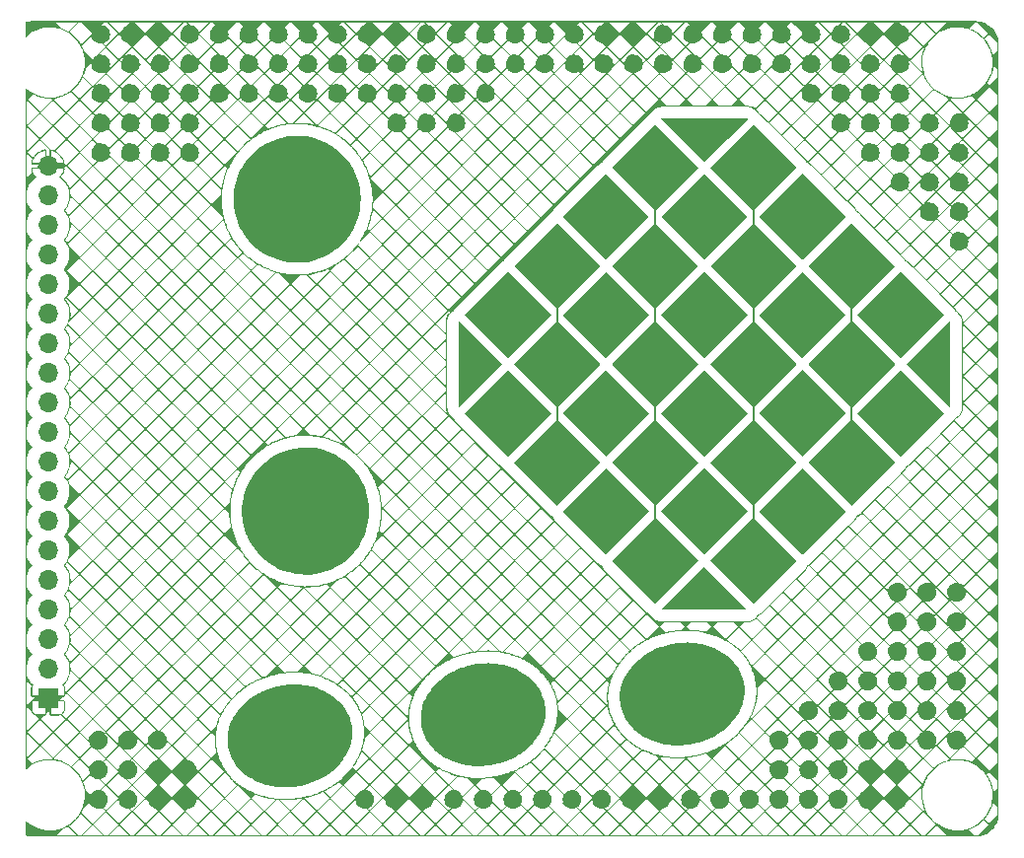
<source format=gbr>
%TF.GenerationSoftware,KiCad,Pcbnew,(6.0.6)*%
%TF.CreationDate,2023-08-17T02:32:05+09:00*%
%TF.ProjectId,SensorBoardRH,53656e73-6f72-4426-9f61-726452482e6b,rev?*%
%TF.SameCoordinates,Original*%
%TF.FileFunction,Copper,L1,Top*%
%TF.FilePolarity,Positive*%
%FSLAX46Y46*%
G04 Gerber Fmt 4.6, Leading zero omitted, Abs format (unit mm)*
G04 Created by KiCad (PCBNEW (6.0.6)) date 2023-08-17 02:32:05*
%MOMM*%
%LPD*%
G01*
G04 APERTURE LIST*
%TA.AperFunction,ComponentPad*%
%ADD10R,1.700000X1.700000*%
%TD*%
%TA.AperFunction,ComponentPad*%
%ADD11O,1.700000X1.700000*%
%TD*%
%TA.AperFunction,ViaPad*%
%ADD12C,0.800000*%
%TD*%
%TA.AperFunction,Conductor*%
%ADD13C,0.200000*%
%TD*%
%TA.AperFunction,Conductor*%
%ADD14C,0.180000*%
%TD*%
G04 APERTURE END LIST*
D10*
%TO.P,J1,1,Pin_1*%
%TO.N,GND*%
X111520000Y-115010000D03*
D11*
%TO.P,J1,2,Pin_2*%
%TO.N,unconnected-(J1-Pad2)*%
X111520000Y-112470000D03*
%TO.P,J1,3,Pin_3*%
%TO.N,unconnected-(J1-Pad3)*%
X111520000Y-109930000D03*
%TO.P,J1,4,Pin_4*%
%TO.N,unconnected-(J1-Pad4)*%
X111520000Y-107390000D03*
%TO.P,J1,5,Pin_5*%
%TO.N,unconnected-(J1-Pad5)*%
X111520000Y-104850000D03*
%TO.P,J1,6,Pin_6*%
%TO.N,unconnected-(J1-Pad6)*%
X111520000Y-102310000D03*
%TO.P,J1,7,Pin_7*%
%TO.N,unconnected-(J1-Pad7)*%
X111520000Y-99770000D03*
%TO.P,J1,8,Pin_8*%
%TO.N,unconnected-(J1-Pad8)*%
X111520000Y-97230000D03*
%TO.P,J1,9,Pin_9*%
%TO.N,unconnected-(J1-Pad9)*%
X111520000Y-94690000D03*
%TO.P,J1,10,Pin_10*%
%TO.N,unconnected-(J1-Pad10)*%
X111520000Y-92150000D03*
%TO.P,J1,11,Pin_11*%
%TO.N,unconnected-(J1-Pad11)*%
X111520000Y-89610000D03*
%TO.P,J1,12,Pin_12*%
%TO.N,unconnected-(J1-Pad12)*%
X111520000Y-87070000D03*
%TO.P,J1,13,Pin_13*%
%TO.N,unconnected-(J1-Pad13)*%
X111520000Y-84530000D03*
%TO.P,J1,14,Pin_14*%
%TO.N,unconnected-(J1-Pad14)*%
X111520000Y-81990000D03*
%TO.P,J1,15,Pin_15*%
%TO.N,unconnected-(J1-Pad15)*%
X111520000Y-79450000D03*
%TO.P,J1,16,Pin_16*%
%TO.N,unconnected-(J1-Pad16)*%
X111520000Y-76910000D03*
%TO.P,J1,17,Pin_17*%
%TO.N,unconnected-(J1-Pad17)*%
X111520000Y-74370000D03*
%TO.P,J1,18,Pin_18*%
%TO.N,unconnected-(J1-Pad18)*%
X111520000Y-71830000D03*
%TO.P,J1,19,Pin_19*%
%TO.N,GND*%
X111520000Y-69290000D03*
%TD*%
D12*
%TO.N,GND*%
X118590000Y-65600000D03*
X182090000Y-65600000D03*
X156500000Y-123660000D03*
X186970000Y-105870000D03*
X133830000Y-60520000D03*
X186970000Y-110950000D03*
X136370000Y-63060000D03*
X131290000Y-57980000D03*
X154150000Y-57980000D03*
X141450000Y-60520000D03*
X156690000Y-57980000D03*
X128750000Y-63060000D03*
X151420000Y-123660000D03*
X159230000Y-60520000D03*
X123480000Y-123660000D03*
X174270000Y-123650000D03*
X181890000Y-110950000D03*
X181890000Y-121110000D03*
X149070000Y-63060000D03*
X156690000Y-60520000D03*
X177010000Y-60520000D03*
X141260000Y-123660000D03*
X123670000Y-57980000D03*
X143990000Y-57980000D03*
X151610000Y-57980000D03*
X169390000Y-60520000D03*
X179350000Y-121110000D03*
X121130000Y-65600000D03*
X189510000Y-110950000D03*
X136370000Y-57980000D03*
X131290000Y-63060000D03*
X187170000Y-73220000D03*
X146530000Y-63060000D03*
X146530000Y-57980000D03*
X177010000Y-63060000D03*
X179350000Y-116030000D03*
X116050000Y-57980000D03*
X189510000Y-113490000D03*
X166850000Y-57980000D03*
X118590000Y-68140000D03*
X143990000Y-60520000D03*
X161580000Y-123660000D03*
X184630000Y-63060000D03*
X184630000Y-57980000D03*
X149070000Y-60520000D03*
X136370000Y-60520000D03*
X123480000Y-121120000D03*
X189510000Y-108410000D03*
X186970000Y-118570000D03*
X120930000Y-118580000D03*
X118400000Y-121120000D03*
X126210000Y-63060000D03*
X182090000Y-68140000D03*
X176810000Y-116030000D03*
X161770000Y-57980000D03*
X181890000Y-123650000D03*
X186970000Y-116030000D03*
X182090000Y-60520000D03*
X138720000Y-123660000D03*
X166850000Y-60520000D03*
X118590000Y-57980000D03*
X133830000Y-57980000D03*
X179550000Y-65600000D03*
X189510000Y-105870000D03*
X184430000Y-116030000D03*
X187170000Y-68140000D03*
X123670000Y-60520000D03*
X126210000Y-60520000D03*
X174470000Y-57980000D03*
X177010000Y-57980000D03*
X138910000Y-57980000D03*
X143990000Y-63060000D03*
X116050000Y-68140000D03*
X118400000Y-123660000D03*
X141450000Y-65600000D03*
X187170000Y-65600000D03*
X148880000Y-123660000D03*
X123670000Y-63060000D03*
X184430000Y-118570000D03*
X181890000Y-113490000D03*
X133830000Y-63060000D03*
X189710000Y-73220000D03*
X166660000Y-123660000D03*
X176810000Y-118570000D03*
X182090000Y-57980000D03*
X116050000Y-63060000D03*
X154150000Y-60520000D03*
X116050000Y-60520000D03*
X181890000Y-118570000D03*
X120940000Y-121120000D03*
X171730000Y-123650000D03*
X184440000Y-123660000D03*
X169190000Y-123650000D03*
X189710000Y-70680000D03*
X141450000Y-57980000D03*
X118590000Y-63060000D03*
X138910000Y-60520000D03*
X174270000Y-121110000D03*
X123670000Y-68140000D03*
X184430000Y-108410000D03*
X123670000Y-65600000D03*
X174270000Y-118570000D03*
X189710000Y-65600000D03*
X118390000Y-118580000D03*
X115850000Y-118580000D03*
X184440000Y-121120000D03*
X153960000Y-123660000D03*
X149070000Y-57980000D03*
X115860000Y-123660000D03*
X118590000Y-60520000D03*
X189510000Y-116030000D03*
X143800000Y-123660000D03*
X121130000Y-68140000D03*
X179550000Y-57980000D03*
X186970000Y-108410000D03*
X179350000Y-123650000D03*
X138910000Y-63060000D03*
X186970000Y-113490000D03*
X179550000Y-60520000D03*
X131290000Y-60520000D03*
X151610000Y-60520000D03*
X120940000Y-123660000D03*
X179350000Y-118570000D03*
X121130000Y-63060000D03*
X164120000Y-123660000D03*
X126210000Y-57980000D03*
X181890000Y-116030000D03*
X159230000Y-57980000D03*
X179350000Y-113490000D03*
X146530000Y-60520000D03*
X146340000Y-123660000D03*
X143990000Y-65600000D03*
X128750000Y-57980000D03*
X121130000Y-57980000D03*
X179550000Y-63060000D03*
X176820000Y-121120000D03*
X159040000Y-123660000D03*
X184430000Y-110950000D03*
X184630000Y-60520000D03*
X176810000Y-123650000D03*
X121130000Y-60520000D03*
X171930000Y-60520000D03*
X182090000Y-63060000D03*
X184430000Y-113490000D03*
X184630000Y-70680000D03*
X141450000Y-63060000D03*
X146530000Y-65600000D03*
X189710000Y-75760000D03*
X189510000Y-118570000D03*
X128750000Y-60520000D03*
X189710000Y-68140000D03*
X174470000Y-60520000D03*
X184430000Y-105870000D03*
X115860000Y-121120000D03*
X161770000Y-60520000D03*
X169390000Y-57980000D03*
X164310000Y-57980000D03*
X187170000Y-70680000D03*
X184630000Y-65600000D03*
X184630000Y-68140000D03*
X164310000Y-60520000D03*
X171930000Y-57980000D03*
X116050000Y-65600000D03*
%TO.N,unconnected-(J1-Pad2)*%
X128890000Y-115600000D03*
%TO.N,unconnected-(J1-Pad3)*%
X145670000Y-113640000D03*
%TO.N,unconnected-(J1-Pad4)*%
X162115000Y-112545000D03*
%TO.N,unconnected-(J1-Pad5)*%
X188370000Y-88190000D03*
%TO.N,unconnected-(J1-Pad6)*%
X182040000Y-95930000D03*
%TO.N,unconnected-(J1-Pad7)*%
X173440000Y-104550000D03*
%TO.N,unconnected-(J1-Pad8)*%
X129420000Y-97350000D03*
%TO.N,unconnected-(J1-Pad9)*%
X165550000Y-106660000D03*
%TO.N,unconnected-(J1-Pad10)*%
X173290000Y-98900000D03*
X170840000Y-98910000D03*
X162450000Y-98910000D03*
X164830000Y-98910000D03*
X158270000Y-100130000D03*
%TO.N,unconnected-(J1-Pad11)*%
X162490000Y-90510000D03*
X154050000Y-90500000D03*
X170920000Y-90480000D03*
X164840000Y-90470000D03*
X179300000Y-90510000D03*
X149490000Y-91830000D03*
X173270000Y-90490000D03*
X156430000Y-90530000D03*
X181720000Y-90490000D03*
%TO.N,unconnected-(J1-Pad12)*%
X147310000Y-85860000D03*
%TO.N,unconnected-(J1-Pad13)*%
X181710000Y-82060000D03*
X156490000Y-82040000D03*
X149790000Y-80440000D03*
X164890000Y-82060000D03*
X170860000Y-82060000D03*
X179320000Y-82090000D03*
X173270000Y-82060000D03*
X153980000Y-82040000D03*
X162480000Y-82080000D03*
%TO.N,unconnected-(J1-Pad14)*%
X153870000Y-76460000D03*
%TO.N,unconnected-(J1-Pad15)*%
X162440000Y-73640000D03*
X157990000Y-72240000D03*
X164890000Y-73630000D03*
X170850000Y-73600000D03*
X173310000Y-73620000D03*
%TO.N,unconnected-(J1-Pad16)*%
X160740000Y-69420000D03*
%TO.N,unconnected-(J1-Pad17)*%
X165560000Y-65760000D03*
%TO.N,unconnected-(J1-Pad18)*%
X128040000Y-71830000D03*
%TD*%
D13*
%TO.N,unconnected-(J1-Pad3)*%
X145670000Y-113640000D02*
X145660000Y-113640000D01*
%TO.N,unconnected-(J1-Pad4)*%
X162115000Y-112545000D02*
X162180000Y-112610000D01*
D14*
%TO.N,unconnected-(J1-Pad6)*%
X180500000Y-79120000D02*
X180880000Y-78740000D01*
X180500000Y-92130000D02*
X180500000Y-85640000D01*
X180500000Y-85640000D02*
X180500000Y-79120000D01*
X181190000Y-86330000D02*
X181450000Y-86330000D01*
X180500000Y-85640000D02*
X181190000Y-86330000D01*
X180880000Y-78740000D02*
X181040000Y-78740000D01*
%TO.N,unconnected-(J1-Pad7)*%
X172090000Y-86710000D02*
X172090000Y-78110000D01*
X172090000Y-78110000D02*
X172090000Y-69180000D01*
X173080000Y-86710000D02*
X173320000Y-86470000D01*
X172090000Y-94570000D02*
X172830000Y-94570000D01*
D13*
X172070000Y-101690000D02*
X172090000Y-101670000D01*
D14*
X172090000Y-78110000D02*
X172490000Y-78110000D01*
X172490000Y-78110000D02*
X172840000Y-78460000D01*
X172090000Y-86710000D02*
X173080000Y-86710000D01*
D13*
X172090000Y-69180000D02*
X172170000Y-69100000D01*
D14*
X172830000Y-94570000D02*
X173010000Y-94750000D01*
X172090000Y-94570000D02*
X172090000Y-86710000D01*
X172090000Y-101670000D02*
X172090000Y-94570000D01*
%TO.N,unconnected-(J1-Pad14)*%
X155220000Y-84790000D02*
X155220000Y-94170000D01*
D13*
X155220000Y-84790000D02*
X154990000Y-84790000D01*
X154990000Y-84790000D02*
X154380000Y-85400000D01*
D14*
X155220000Y-80290000D02*
X155220000Y-84790000D01*
%TO.N,unconnected-(J1-Pad16)*%
X163650000Y-80180000D02*
X163650000Y-84390000D01*
X163650000Y-88570000D02*
X163650000Y-92500000D01*
X163650000Y-71380000D02*
X163650000Y-75890000D01*
X163650000Y-95390000D02*
X163650000Y-101670000D01*
%TD*%
%TA.AperFunction,Conductor*%
%TO.N,unconnected-(J1-Pad11)*%
G36*
X150998859Y-86823528D02*
G01*
X154712621Y-90503362D01*
X154716086Y-90511618D01*
X154712625Y-90519978D01*
X150998859Y-94203463D01*
X150990573Y-94206856D01*
X150982348Y-94203429D01*
X147300692Y-90521773D01*
X147297265Y-90513500D01*
X147300692Y-90505227D01*
X150982352Y-86823566D01*
X150990625Y-86820139D01*
X150998859Y-86823528D01*
G37*
%TD.AperFunction*%
%TD*%
%TA.AperFunction,Conductor*%
%TO.N,unconnected-(J1-Pad2)*%
G36*
X132044830Y-114202864D02*
G01*
X132446469Y-114265041D01*
X132840123Y-114366115D01*
X133222035Y-114505119D01*
X133588561Y-114680729D01*
X133936200Y-114891267D01*
X134261635Y-115134723D01*
X134561760Y-115408775D01*
X134833710Y-115710806D01*
X135074889Y-116037933D01*
X135282995Y-116387034D01*
X135456041Y-116754776D01*
X135592376Y-117137650D01*
X135690699Y-117532000D01*
X135750070Y-117934063D01*
X135769924Y-118340000D01*
X135768302Y-118456152D01*
X135737122Y-118861377D01*
X135666547Y-119261625D01*
X135557252Y-119653076D01*
X135410280Y-120031994D01*
X135227033Y-120394761D01*
X135009261Y-120737915D01*
X134759042Y-121058180D01*
X134478765Y-121352500D01*
X134171105Y-121618065D01*
X133838999Y-121852340D01*
X133485616Y-122053089D01*
X133114331Y-122218396D01*
X132728686Y-122346683D01*
X132332363Y-122436725D01*
X131929145Y-122487664D01*
X131522881Y-122499012D01*
X131117448Y-122470661D01*
X130716717Y-122402882D01*
X130324513Y-122296323D01*
X129944578Y-122151999D01*
X129580541Y-121971289D01*
X129235875Y-121755918D01*
X128913870Y-121507941D01*
X128617601Y-121229726D01*
X128349895Y-120923928D01*
X128113307Y-120593465D01*
X127910095Y-120241493D01*
X127742200Y-119871370D01*
X127611224Y-119486630D01*
X127518417Y-119090946D01*
X127464665Y-118688093D01*
X127450481Y-118281918D01*
X127476001Y-117876298D01*
X127540980Y-117475103D01*
X127644799Y-117082164D01*
X127786467Y-116701232D01*
X127964631Y-116335941D01*
X128177591Y-115989780D01*
X128423313Y-115666052D01*
X128699454Y-115367848D01*
X129003376Y-115098013D01*
X129332179Y-114859124D01*
X129682724Y-114653460D01*
X130051665Y-114482986D01*
X130435481Y-114349327D01*
X130830508Y-114253760D01*
X131232975Y-114197197D01*
X131639042Y-114180177D01*
X132044830Y-114202864D01*
G37*
%TD.AperFunction*%
%TD*%
%TA.AperFunction,Conductor*%
%TO.N,unconnected-(J1-Pad4)*%
G36*
X167131677Y-110347458D02*
G01*
X167533316Y-110409635D01*
X167926970Y-110510709D01*
X168308882Y-110649713D01*
X168675408Y-110825323D01*
X169023047Y-111035861D01*
X169348482Y-111279317D01*
X169648607Y-111553369D01*
X169920557Y-111855400D01*
X170161736Y-112182527D01*
X170369842Y-112531628D01*
X170542888Y-112899370D01*
X170679223Y-113282244D01*
X170777546Y-113676594D01*
X170836917Y-114078657D01*
X170856771Y-114484594D01*
X170855149Y-114600746D01*
X170823969Y-115005971D01*
X170753394Y-115406219D01*
X170644099Y-115797670D01*
X170497127Y-116176588D01*
X170313880Y-116539355D01*
X170096108Y-116882509D01*
X169845889Y-117202774D01*
X169565612Y-117497094D01*
X169257952Y-117762659D01*
X168925846Y-117996934D01*
X168572463Y-118197683D01*
X168201178Y-118362990D01*
X167815533Y-118491277D01*
X167419210Y-118581319D01*
X167015992Y-118632258D01*
X166609728Y-118643606D01*
X166204295Y-118615255D01*
X165803564Y-118547476D01*
X165411360Y-118440917D01*
X165031425Y-118296593D01*
X164667388Y-118115883D01*
X164322722Y-117900512D01*
X164000717Y-117652535D01*
X163704448Y-117374320D01*
X163436742Y-117068522D01*
X163200154Y-116738059D01*
X162996942Y-116386087D01*
X162829047Y-116015964D01*
X162698071Y-115631224D01*
X162605264Y-115235540D01*
X162551512Y-114832687D01*
X162537328Y-114426512D01*
X162562848Y-114020892D01*
X162627827Y-113619697D01*
X162731646Y-113226758D01*
X162873314Y-112845826D01*
X163051478Y-112480535D01*
X163264438Y-112134374D01*
X163510160Y-111810646D01*
X163786301Y-111512442D01*
X164090223Y-111242607D01*
X164419026Y-111003718D01*
X164769571Y-110798054D01*
X165138512Y-110627580D01*
X165522328Y-110493921D01*
X165917355Y-110398354D01*
X166319822Y-110341791D01*
X166725889Y-110324771D01*
X167131677Y-110347458D01*
G37*
%TD.AperFunction*%
%TD*%
%TA.AperFunction,Conductor*%
%TO.N,unconnected-(J1-Pad11)*%
G36*
X167856029Y-86819864D02*
G01*
X171569791Y-90499698D01*
X171573256Y-90507954D01*
X171569795Y-90516314D01*
X167856029Y-94199799D01*
X167847743Y-94203192D01*
X167839518Y-94199765D01*
X164157862Y-90518109D01*
X164154435Y-90509836D01*
X164157862Y-90501563D01*
X167839522Y-86819902D01*
X167847795Y-86816475D01*
X167856029Y-86819864D01*
G37*
%TD.AperFunction*%
%TD*%
%TA.AperFunction,Conductor*%
%TO.N,unconnected-(J1-Pad2)*%
G36*
X132727544Y-113789687D02*
G01*
X132898003Y-113793300D01*
X132992948Y-113795312D01*
X132993436Y-113795333D01*
X133257374Y-113812428D01*
X133257891Y-113812474D01*
X133491623Y-113838227D01*
X133520266Y-113841383D01*
X133520805Y-113841455D01*
X133781652Y-113882530D01*
X133782200Y-113882630D01*
X133970441Y-113921530D01*
X134041497Y-113936214D01*
X134042043Y-113936340D01*
X134299854Y-114002802D01*
X134300372Y-114002950D01*
X134495821Y-114063716D01*
X134556598Y-114082612D01*
X134557146Y-114082797D01*
X134811832Y-114176028D01*
X134812371Y-114176240D01*
X135065544Y-114283401D01*
X135066068Y-114283639D01*
X135317679Y-114405064D01*
X135318143Y-114405301D01*
X135449514Y-114476141D01*
X135528931Y-114518966D01*
X135529367Y-114519213D01*
X135731987Y-114639947D01*
X135732436Y-114640228D01*
X135926595Y-114768165D01*
X135927051Y-114768481D01*
X136101903Y-114896059D01*
X136112438Y-114903746D01*
X136112897Y-114904100D01*
X136170627Y-114950829D01*
X136289232Y-115046834D01*
X136289699Y-115047233D01*
X136456692Y-115197574D01*
X136457156Y-115198015D01*
X136614531Y-115356109D01*
X136614986Y-115356592D01*
X136762468Y-115522592D01*
X136762907Y-115523116D01*
X136900204Y-115697154D01*
X136900621Y-115697717D01*
X137027443Y-115879928D01*
X137027829Y-115880520D01*
X137143911Y-116071089D01*
X137144250Y-116071687D01*
X137180076Y-116139571D01*
X137249286Y-116270716D01*
X137249603Y-116271364D01*
X137270651Y-116318003D01*
X137343320Y-116479030D01*
X137343583Y-116479662D01*
X137425681Y-116696087D01*
X137425912Y-116696753D01*
X137448081Y-116767916D01*
X137496121Y-116922128D01*
X137496303Y-116922784D01*
X137514543Y-116996491D01*
X137554311Y-117157195D01*
X137554455Y-117157856D01*
X137595831Y-117379174D01*
X137595937Y-117379850D01*
X137623704Y-117598464D01*
X137623771Y-117599157D01*
X137638216Y-117815052D01*
X137638242Y-117815756D01*
X137639586Y-118019330D01*
X137639649Y-118028939D01*
X137639632Y-118029646D01*
X137628282Y-118240086D01*
X137628223Y-118240789D01*
X137604399Y-118448506D01*
X137604299Y-118449191D01*
X137574214Y-118620395D01*
X137568283Y-118654143D01*
X137568147Y-118654804D01*
X137563483Y-118674479D01*
X137520216Y-118856996D01*
X137520043Y-118857646D01*
X137500243Y-118923930D01*
X137460462Y-119057109D01*
X137460270Y-119057691D01*
X137436051Y-119124837D01*
X137389337Y-119254347D01*
X137389106Y-119254936D01*
X137307103Y-119448760D01*
X137306852Y-119449314D01*
X137214035Y-119640350D01*
X137213767Y-119640868D01*
X137195876Y-119673451D01*
X137110417Y-119829087D01*
X137110162Y-119829526D01*
X137004362Y-120002170D01*
X136996565Y-120014893D01*
X136996283Y-120015331D01*
X136872713Y-120197836D01*
X136872421Y-120198247D01*
X136739187Y-120377835D01*
X136738890Y-120378219D01*
X136590770Y-120561480D01*
X136590483Y-120561821D01*
X136498399Y-120666481D01*
X136436721Y-120736582D01*
X136436387Y-120736946D01*
X136307422Y-120871607D01*
X136277070Y-120903299D01*
X136276719Y-120903650D01*
X136111906Y-121061718D01*
X136111539Y-121062055D01*
X135941308Y-121211945D01*
X135940928Y-121212266D01*
X135765313Y-121354117D01*
X135764922Y-121354419D01*
X135708170Y-121396426D01*
X135590616Y-121483437D01*
X135584028Y-121488313D01*
X135583628Y-121488596D01*
X135397523Y-121614645D01*
X135397118Y-121614908D01*
X135356785Y-121639861D01*
X135205809Y-121733265D01*
X135205449Y-121733478D01*
X135009042Y-121844224D01*
X135008643Y-121844438D01*
X134807225Y-121947675D01*
X134806887Y-121947841D01*
X134600480Y-122043698D01*
X134600105Y-122043863D01*
X134388886Y-122132404D01*
X134388487Y-122132563D01*
X134172450Y-122213931D01*
X134172058Y-122214071D01*
X133951279Y-122288370D01*
X133950896Y-122288492D01*
X133840149Y-122321572D01*
X133725394Y-122355849D01*
X133725068Y-122355940D01*
X133560830Y-122399210D01*
X133475025Y-122421816D01*
X133474652Y-122421908D01*
X133224937Y-122479000D01*
X133224544Y-122479082D01*
X133108820Y-122501399D01*
X132975238Y-122527159D01*
X132974855Y-122527226D01*
X132754604Y-122561600D01*
X132725886Y-122566082D01*
X132725457Y-122566141D01*
X132476871Y-122595554D01*
X132476424Y-122595598D01*
X132320972Y-122607972D01*
X132228233Y-122615355D01*
X132227790Y-122615381D01*
X131979941Y-122625265D01*
X131979485Y-122625274D01*
X131852919Y-122625168D01*
X131732045Y-122625066D01*
X131731557Y-122625055D01*
X131484550Y-122614541D01*
X131484054Y-122614510D01*
X131382097Y-122605813D01*
X131237378Y-122593467D01*
X131236911Y-122593417D01*
X130990622Y-122561630D01*
X130990149Y-122561558D01*
X130874055Y-122541374D01*
X130744285Y-122518812D01*
X130743779Y-122518712D01*
X130580461Y-122482833D01*
X130498345Y-122464794D01*
X130497861Y-122464676D01*
X130252787Y-122399350D01*
X130252321Y-122399214D01*
X130007672Y-122322274D01*
X130007185Y-122322109D01*
X129914364Y-122288370D01*
X129762938Y-122233329D01*
X129762526Y-122233171D01*
X129682265Y-122200355D01*
X129552650Y-122147361D01*
X129552253Y-122147190D01*
X129347987Y-122054720D01*
X129347572Y-122054522D01*
X129149214Y-121955170D01*
X129148809Y-121954956D01*
X128956654Y-121848495D01*
X128956240Y-121848254D01*
X128770616Y-121734480D01*
X128770161Y-121734187D01*
X128591338Y-121612862D01*
X128590876Y-121612532D01*
X128529128Y-121566112D01*
X128419145Y-121483430D01*
X128418689Y-121483069D01*
X128387697Y-121457213D01*
X128254362Y-121345977D01*
X128253906Y-121345575D01*
X128097276Y-121200270D01*
X128096828Y-121199832D01*
X128089038Y-121191774D01*
X127963623Y-121062055D01*
X127948160Y-121046061D01*
X127947720Y-121045579D01*
X127807342Y-120883152D01*
X127806921Y-120882636D01*
X127675104Y-120711301D01*
X127674708Y-120710755D01*
X127551743Y-120530275D01*
X127551377Y-120529703D01*
X127437562Y-120339853D01*
X127437231Y-120339262D01*
X127332872Y-120139830D01*
X127332577Y-120139225D01*
X127237964Y-119929970D01*
X127237696Y-119929328D01*
X127139880Y-119673451D01*
X127139634Y-119672738D01*
X127060965Y-119418981D01*
X127060758Y-119418224D01*
X127000891Y-119166597D01*
X127000731Y-119165804D01*
X126993934Y-119124837D01*
X126964067Y-118944824D01*
X126959343Y-118916350D01*
X126959236Y-118915531D01*
X126935999Y-118668264D01*
X126935951Y-118667427D01*
X126932543Y-118513095D01*
X127693411Y-118513095D01*
X127698769Y-118674479D01*
X127713112Y-118834838D01*
X127736385Y-118993923D01*
X127768530Y-119151482D01*
X127809493Y-119307263D01*
X127859218Y-119461018D01*
X127917649Y-119612497D01*
X127984729Y-119761448D01*
X128060404Y-119907621D01*
X128144615Y-120050766D01*
X128237309Y-120190632D01*
X128338428Y-120326970D01*
X128447916Y-120459528D01*
X128565719Y-120588057D01*
X128691780Y-120712305D01*
X128826043Y-120832022D01*
X129011961Y-120968923D01*
X129200832Y-121096137D01*
X129392661Y-121213651D01*
X129587458Y-121321448D01*
X129785229Y-121419512D01*
X129985979Y-121507827D01*
X130189717Y-121586376D01*
X130396450Y-121655143D01*
X130606185Y-121714113D01*
X130818929Y-121763270D01*
X131034687Y-121802598D01*
X131253471Y-121832079D01*
X131475283Y-121851699D01*
X131700133Y-121861441D01*
X131928026Y-121861289D01*
X132158971Y-121851227D01*
X132434384Y-121828681D01*
X132705551Y-121796648D01*
X132972291Y-121754752D01*
X133234426Y-121702615D01*
X133491780Y-121639861D01*
X133744173Y-121566112D01*
X133991426Y-121480990D01*
X134233363Y-121384121D01*
X134469805Y-121275125D01*
X134700575Y-121153624D01*
X134925495Y-121019245D01*
X135144383Y-120871607D01*
X135357065Y-120710335D01*
X135563362Y-120535050D01*
X135763097Y-120345376D01*
X135956088Y-120140937D01*
X136075734Y-120002170D01*
X136188468Y-119860835D01*
X136293963Y-119716839D01*
X136391890Y-119570082D01*
X136481918Y-119420471D01*
X136563718Y-119267909D01*
X136636960Y-119112301D01*
X136701317Y-118953551D01*
X136756457Y-118791564D01*
X136802054Y-118626241D01*
X136837775Y-118457490D01*
X136863292Y-118285212D01*
X136872121Y-118197722D01*
X136878276Y-118109314D01*
X136881716Y-118019977D01*
X136882398Y-117929698D01*
X136880283Y-117838466D01*
X136875328Y-117746269D01*
X136867493Y-117653095D01*
X136856737Y-117558931D01*
X136820953Y-117337512D01*
X136772313Y-117125770D01*
X136711153Y-116923495D01*
X136637807Y-116730470D01*
X136552614Y-116546481D01*
X136455907Y-116371317D01*
X136348025Y-116204763D01*
X136229302Y-116046604D01*
X136100075Y-115896626D01*
X135960682Y-115754618D01*
X135811455Y-115620362D01*
X135652732Y-115493645D01*
X135484852Y-115374256D01*
X135308146Y-115261978D01*
X135122954Y-115156598D01*
X134929610Y-115057903D01*
X134556455Y-114896059D01*
X134172441Y-114765275D01*
X133779741Y-114665193D01*
X133380537Y-114595456D01*
X132977004Y-114555710D01*
X132571322Y-114545597D01*
X132165667Y-114564759D01*
X131762218Y-114612842D01*
X131363154Y-114689488D01*
X130970650Y-114794342D01*
X130586884Y-114927044D01*
X130214036Y-115087242D01*
X129854284Y-115274577D01*
X129509803Y-115488691D01*
X129182773Y-115729231D01*
X128875372Y-115995837D01*
X128729351Y-116139571D01*
X128593213Y-116286286D01*
X128466898Y-116435732D01*
X128350354Y-116587659D01*
X128243522Y-116741815D01*
X128146346Y-116897950D01*
X128058771Y-117055814D01*
X127980741Y-117215158D01*
X127912201Y-117375730D01*
X127853094Y-117537280D01*
X127803364Y-117699558D01*
X127762955Y-117862312D01*
X127731811Y-118025293D01*
X127709876Y-118188251D01*
X127697095Y-118350935D01*
X127693411Y-118513095D01*
X126932543Y-118513095D01*
X126932536Y-118512790D01*
X126930540Y-118422423D01*
X126930552Y-118421596D01*
X126942649Y-118178849D01*
X126942720Y-118178016D01*
X126972001Y-117937610D01*
X126972129Y-117936798D01*
X126973450Y-117929988D01*
X126995733Y-117815052D01*
X127018283Y-117698740D01*
X127018462Y-117697959D01*
X127081173Y-117462270D01*
X127081398Y-117461527D01*
X127160345Y-117228296D01*
X127160606Y-117227598D01*
X127255488Y-116996822D01*
X127255778Y-116996173D01*
X127366277Y-116767916D01*
X127366588Y-116767318D01*
X127492394Y-116541612D01*
X127492720Y-116541064D01*
X127633499Y-116318003D01*
X127633832Y-116317503D01*
X127789317Y-116097058D01*
X127789633Y-116096631D01*
X127936096Y-115907794D01*
X127936408Y-115907410D01*
X128088882Y-115727130D01*
X128089214Y-115726753D01*
X128247686Y-115554908D01*
X128248038Y-115554543D01*
X128412370Y-115391149D01*
X128412739Y-115390797D01*
X128582925Y-115235739D01*
X128583311Y-115235403D01*
X128759230Y-115088672D01*
X128759630Y-115088353D01*
X128941232Y-114949875D01*
X128941643Y-114949575D01*
X129128892Y-114819273D01*
X129129313Y-114818994D01*
X129322095Y-114696845D01*
X129322523Y-114696587D01*
X129520764Y-114582537D01*
X129521195Y-114582300D01*
X129642617Y-114519088D01*
X129724917Y-114476243D01*
X129725345Y-114476032D01*
X129934357Y-114377982D01*
X129934790Y-114377789D01*
X130149134Y-114287637D01*
X130149527Y-114287480D01*
X130369081Y-114205196D01*
X130369502Y-114205047D01*
X130594198Y-114130577D01*
X130594589Y-114130456D01*
X130824558Y-114063690D01*
X130856339Y-114054738D01*
X130856387Y-114054724D01*
X130856403Y-114054719D01*
X130888252Y-114045144D01*
X130953743Y-114024272D01*
X131023593Y-114001560D01*
X131023711Y-114001523D01*
X131099786Y-113977675D01*
X131100948Y-113977376D01*
X131302586Y-113936341D01*
X131375027Y-113921599D01*
X131375396Y-113921530D01*
X131439549Y-113910606D01*
X131648430Y-113875039D01*
X131648764Y-113874988D01*
X131920297Y-113838226D01*
X131920699Y-113838179D01*
X131983879Y-113831935D01*
X132190678Y-113811496D01*
X132191122Y-113811460D01*
X132371189Y-113800552D01*
X132459622Y-113795196D01*
X132460064Y-113795178D01*
X132563573Y-113793048D01*
X132727055Y-113789686D01*
X132727544Y-113789687D01*
G37*
%TD.AperFunction*%
%TD*%
%TA.AperFunction,Conductor*%
%TO.N,unconnected-(J1-Pad7)*%
G36*
X172089146Y-91019632D02*
G01*
X175772631Y-94733398D01*
X175776024Y-94741684D01*
X175772597Y-94749909D01*
X172090941Y-98431565D01*
X172082668Y-98434992D01*
X172074395Y-98431565D01*
X168392734Y-94749905D01*
X168389307Y-94741632D01*
X168392696Y-94733397D01*
X172072530Y-91019636D01*
X172080786Y-91016171D01*
X172089146Y-91019632D01*
G37*
%TD.AperFunction*%
%TD*%
%TA.AperFunction,Conductor*%
%TO.N,unconnected-(J1-Pad15)*%
G36*
X167856029Y-69961864D02*
G01*
X171569791Y-73641698D01*
X171573256Y-73649954D01*
X171569795Y-73658314D01*
X167856029Y-77341799D01*
X167847743Y-77345192D01*
X167839518Y-77341765D01*
X164157862Y-73660109D01*
X164154435Y-73651836D01*
X164157862Y-73643563D01*
X167839522Y-69961902D01*
X167847795Y-69958475D01*
X167856029Y-69961864D01*
G37*
%TD.AperFunction*%
%TD*%
%TA.AperFunction,Conductor*%
%TO.N,unconnected-(J1-Pad9)*%
G36*
X167855996Y-103677906D02*
G01*
X171525959Y-107347869D01*
X171529386Y-107356142D01*
X171525959Y-107364415D01*
X171517689Y-107367842D01*
X164145761Y-107369660D01*
X164137487Y-107366235D01*
X164134058Y-107357963D01*
X164137519Y-107349653D01*
X167839450Y-103677906D01*
X167839485Y-103677872D01*
X167847771Y-103674479D01*
X167855996Y-103677906D01*
G37*
%TD.AperFunction*%
%TD*%
%TA.AperFunction,Conductor*%
%TO.N,unconnected-(J1-Pad7)*%
G36*
X172090978Y-99448217D02*
G01*
X175774463Y-103161983D01*
X175777856Y-103170269D01*
X175774429Y-103178494D01*
X172092773Y-106860150D01*
X172084500Y-106863577D01*
X172076227Y-106860150D01*
X168394566Y-103178490D01*
X168391139Y-103170217D01*
X168394528Y-103161982D01*
X172074362Y-99448221D01*
X172082618Y-99444756D01*
X172090978Y-99448217D01*
G37*
%TD.AperFunction*%
%TD*%
%TA.AperFunction,Conductor*%
%TO.N,unconnected-(J1-Pad13)*%
G36*
X184713614Y-78387200D02*
G01*
X188427376Y-82067034D01*
X188430841Y-82075290D01*
X188427380Y-82083650D01*
X184713614Y-85767135D01*
X184705328Y-85770528D01*
X184697103Y-85767101D01*
X181015447Y-82085445D01*
X181012020Y-82077172D01*
X181015447Y-82068899D01*
X184697107Y-78387238D01*
X184705380Y-78383811D01*
X184713614Y-78387200D01*
G37*
%TD.AperFunction*%
%TD*%
%TA.AperFunction,Conductor*%
%TO.N,unconnected-(J1-Pad4)*%
G36*
X166399304Y-110194281D02*
G01*
X166569763Y-110197894D01*
X166664708Y-110199906D01*
X166665196Y-110199927D01*
X166929134Y-110217022D01*
X166929651Y-110217068D01*
X167163383Y-110242821D01*
X167192026Y-110245977D01*
X167192565Y-110246049D01*
X167453412Y-110287124D01*
X167453960Y-110287224D01*
X167642201Y-110326124D01*
X167713257Y-110340808D01*
X167713803Y-110340934D01*
X167971614Y-110407396D01*
X167972132Y-110407544D01*
X168167581Y-110468310D01*
X168228358Y-110487206D01*
X168228906Y-110487391D01*
X168483592Y-110580622D01*
X168484131Y-110580834D01*
X168737304Y-110687995D01*
X168737828Y-110688233D01*
X168989439Y-110809658D01*
X168989903Y-110809895D01*
X169121274Y-110880735D01*
X169200691Y-110923560D01*
X169201127Y-110923807D01*
X169403747Y-111044541D01*
X169404196Y-111044822D01*
X169598355Y-111172759D01*
X169598811Y-111173075D01*
X169773663Y-111300653D01*
X169784198Y-111308340D01*
X169784657Y-111308694D01*
X169842387Y-111355423D01*
X169960992Y-111451428D01*
X169961459Y-111451827D01*
X170128452Y-111602168D01*
X170128916Y-111602609D01*
X170286291Y-111760703D01*
X170286746Y-111761186D01*
X170434228Y-111927186D01*
X170434667Y-111927710D01*
X170571964Y-112101748D01*
X170572381Y-112102311D01*
X170699203Y-112284522D01*
X170699589Y-112285114D01*
X170815671Y-112475683D01*
X170816010Y-112476281D01*
X170851836Y-112544165D01*
X170921046Y-112675310D01*
X170921363Y-112675958D01*
X170942411Y-112722597D01*
X171015080Y-112883624D01*
X171015343Y-112884256D01*
X171097441Y-113100681D01*
X171097672Y-113101347D01*
X171119841Y-113172510D01*
X171167881Y-113326722D01*
X171168063Y-113327378D01*
X171186303Y-113401085D01*
X171226071Y-113561789D01*
X171226215Y-113562450D01*
X171267591Y-113783768D01*
X171267697Y-113784444D01*
X171295464Y-114003058D01*
X171295531Y-114003751D01*
X171309976Y-114219646D01*
X171310002Y-114220350D01*
X171311346Y-114423924D01*
X171311409Y-114433533D01*
X171311392Y-114434240D01*
X171300042Y-114644680D01*
X171299983Y-114645383D01*
X171276159Y-114853100D01*
X171276059Y-114853785D01*
X171245974Y-115024989D01*
X171240043Y-115058737D01*
X171239907Y-115059398D01*
X171235243Y-115079073D01*
X171191976Y-115261590D01*
X171191803Y-115262240D01*
X171172003Y-115328524D01*
X171132222Y-115461703D01*
X171132030Y-115462285D01*
X171107811Y-115529431D01*
X171061097Y-115658941D01*
X171060866Y-115659530D01*
X170978863Y-115853354D01*
X170978612Y-115853908D01*
X170885795Y-116044944D01*
X170885527Y-116045462D01*
X170867636Y-116078045D01*
X170782177Y-116233681D01*
X170781922Y-116234120D01*
X170676122Y-116406764D01*
X170668325Y-116419487D01*
X170668043Y-116419925D01*
X170544473Y-116602430D01*
X170544181Y-116602841D01*
X170410947Y-116782429D01*
X170410650Y-116782813D01*
X170262530Y-116966074D01*
X170262243Y-116966415D01*
X170170159Y-117071075D01*
X170108481Y-117141176D01*
X170108147Y-117141540D01*
X169979182Y-117276201D01*
X169948830Y-117307893D01*
X169948479Y-117308244D01*
X169783666Y-117466312D01*
X169783299Y-117466649D01*
X169613068Y-117616539D01*
X169612688Y-117616860D01*
X169437073Y-117758711D01*
X169436682Y-117759013D01*
X169379930Y-117801020D01*
X169262376Y-117888031D01*
X169255788Y-117892907D01*
X169255388Y-117893190D01*
X169069283Y-118019239D01*
X169068878Y-118019502D01*
X169028545Y-118044455D01*
X168877569Y-118137859D01*
X168877209Y-118138072D01*
X168680802Y-118248818D01*
X168680403Y-118249032D01*
X168478985Y-118352269D01*
X168478647Y-118352435D01*
X168272240Y-118448292D01*
X168271865Y-118448457D01*
X168060646Y-118536998D01*
X168060247Y-118537157D01*
X167844210Y-118618525D01*
X167843818Y-118618665D01*
X167623039Y-118692964D01*
X167622656Y-118693086D01*
X167511909Y-118726166D01*
X167397154Y-118760443D01*
X167396828Y-118760534D01*
X167232590Y-118803804D01*
X167146785Y-118826410D01*
X167146412Y-118826502D01*
X166896697Y-118883594D01*
X166896304Y-118883676D01*
X166780580Y-118905993D01*
X166646998Y-118931753D01*
X166646615Y-118931820D01*
X166426364Y-118966194D01*
X166397646Y-118970676D01*
X166397217Y-118970735D01*
X166148631Y-119000148D01*
X166148184Y-119000192D01*
X165992732Y-119012566D01*
X165899993Y-119019949D01*
X165899550Y-119019975D01*
X165651701Y-119029859D01*
X165651245Y-119029868D01*
X165524679Y-119029762D01*
X165403805Y-119029660D01*
X165403317Y-119029649D01*
X165156310Y-119019135D01*
X165155814Y-119019104D01*
X165053857Y-119010407D01*
X164909138Y-118998061D01*
X164908671Y-118998011D01*
X164662382Y-118966224D01*
X164661909Y-118966152D01*
X164545815Y-118945968D01*
X164416045Y-118923406D01*
X164415539Y-118923306D01*
X164252221Y-118887427D01*
X164170105Y-118869388D01*
X164169621Y-118869270D01*
X163924547Y-118803944D01*
X163924081Y-118803808D01*
X163679432Y-118726868D01*
X163678945Y-118726703D01*
X163586124Y-118692964D01*
X163434698Y-118637923D01*
X163434286Y-118637765D01*
X163354025Y-118604949D01*
X163224410Y-118551955D01*
X163224013Y-118551784D01*
X163019747Y-118459314D01*
X163019332Y-118459116D01*
X162820974Y-118359764D01*
X162820569Y-118359550D01*
X162628414Y-118253089D01*
X162628000Y-118252848D01*
X162442376Y-118139074D01*
X162441921Y-118138781D01*
X162263098Y-118017456D01*
X162262636Y-118017126D01*
X162200888Y-117970706D01*
X162090905Y-117888024D01*
X162090449Y-117887663D01*
X162059457Y-117861807D01*
X161926122Y-117750571D01*
X161925666Y-117750169D01*
X161769036Y-117604864D01*
X161768588Y-117604426D01*
X161760798Y-117596368D01*
X161635383Y-117466649D01*
X161619920Y-117450655D01*
X161619480Y-117450173D01*
X161479102Y-117287746D01*
X161478681Y-117287230D01*
X161346864Y-117115895D01*
X161346468Y-117115349D01*
X161223503Y-116934869D01*
X161223137Y-116934297D01*
X161109322Y-116744447D01*
X161108991Y-116743856D01*
X161004632Y-116544424D01*
X161004337Y-116543819D01*
X160909724Y-116334564D01*
X160909456Y-116333922D01*
X160811640Y-116078045D01*
X160811394Y-116077332D01*
X160732725Y-115823575D01*
X160732518Y-115822818D01*
X160672651Y-115571191D01*
X160672491Y-115570398D01*
X160665694Y-115529431D01*
X160635827Y-115349418D01*
X160631103Y-115320944D01*
X160630996Y-115320125D01*
X160607759Y-115072858D01*
X160607711Y-115072021D01*
X160604303Y-114917689D01*
X161365171Y-114917689D01*
X161370529Y-115079073D01*
X161384872Y-115239432D01*
X161408145Y-115398517D01*
X161440290Y-115556076D01*
X161481253Y-115711857D01*
X161530978Y-115865612D01*
X161589409Y-116017091D01*
X161656489Y-116166042D01*
X161732164Y-116312215D01*
X161816375Y-116455360D01*
X161909069Y-116595226D01*
X162010188Y-116731564D01*
X162119676Y-116864122D01*
X162237479Y-116992651D01*
X162363540Y-117116899D01*
X162497803Y-117236616D01*
X162683721Y-117373517D01*
X162872592Y-117500731D01*
X163064421Y-117618245D01*
X163259218Y-117726042D01*
X163456989Y-117824106D01*
X163657739Y-117912421D01*
X163861477Y-117990970D01*
X164068210Y-118059737D01*
X164277945Y-118118707D01*
X164490689Y-118167864D01*
X164706447Y-118207192D01*
X164925231Y-118236673D01*
X165147043Y-118256293D01*
X165371893Y-118266035D01*
X165599786Y-118265883D01*
X165830731Y-118255821D01*
X166106144Y-118233275D01*
X166377311Y-118201242D01*
X166644051Y-118159346D01*
X166906186Y-118107209D01*
X167163540Y-118044455D01*
X167415933Y-117970706D01*
X167663186Y-117885584D01*
X167905123Y-117788715D01*
X168141565Y-117679719D01*
X168372335Y-117558218D01*
X168597255Y-117423839D01*
X168816143Y-117276201D01*
X169028825Y-117114929D01*
X169235122Y-116939644D01*
X169434857Y-116749970D01*
X169627848Y-116545531D01*
X169747494Y-116406764D01*
X169860228Y-116265429D01*
X169965723Y-116121433D01*
X170063650Y-115974676D01*
X170153678Y-115825065D01*
X170235478Y-115672503D01*
X170308720Y-115516895D01*
X170373077Y-115358145D01*
X170428217Y-115196158D01*
X170473814Y-115030835D01*
X170509535Y-114862084D01*
X170535052Y-114689806D01*
X170543881Y-114602316D01*
X170550036Y-114513908D01*
X170553476Y-114424571D01*
X170554158Y-114334292D01*
X170552043Y-114243060D01*
X170547088Y-114150863D01*
X170539253Y-114057689D01*
X170528497Y-113963525D01*
X170492713Y-113742106D01*
X170444073Y-113530364D01*
X170382913Y-113328089D01*
X170309567Y-113135064D01*
X170224374Y-112951075D01*
X170127667Y-112775911D01*
X170019785Y-112609357D01*
X169901062Y-112451198D01*
X169771835Y-112301220D01*
X169632442Y-112159212D01*
X169483215Y-112024956D01*
X169324492Y-111898239D01*
X169156612Y-111778850D01*
X168979906Y-111666572D01*
X168794714Y-111561192D01*
X168601370Y-111462497D01*
X168228215Y-111300653D01*
X167844201Y-111169869D01*
X167451501Y-111069787D01*
X167052297Y-111000050D01*
X166648764Y-110960304D01*
X166243082Y-110950191D01*
X165837427Y-110969353D01*
X165433978Y-111017436D01*
X165034914Y-111094082D01*
X164642410Y-111198936D01*
X164258644Y-111331638D01*
X163885796Y-111491836D01*
X163526044Y-111679171D01*
X163181563Y-111893285D01*
X162854533Y-112133825D01*
X162547132Y-112400431D01*
X162401111Y-112544165D01*
X162264973Y-112690880D01*
X162138658Y-112840326D01*
X162022114Y-112992253D01*
X161915282Y-113146409D01*
X161818106Y-113302544D01*
X161730531Y-113460408D01*
X161652501Y-113619752D01*
X161583961Y-113780324D01*
X161524854Y-113941874D01*
X161475124Y-114104152D01*
X161434715Y-114266906D01*
X161403571Y-114429887D01*
X161381636Y-114592845D01*
X161368855Y-114755529D01*
X161365171Y-114917689D01*
X160604303Y-114917689D01*
X160604296Y-114917384D01*
X160602300Y-114827017D01*
X160602312Y-114826190D01*
X160614409Y-114583443D01*
X160614480Y-114582610D01*
X160643761Y-114342204D01*
X160643889Y-114341392D01*
X160645210Y-114334582D01*
X160667493Y-114219646D01*
X160690043Y-114103334D01*
X160690222Y-114102553D01*
X160752933Y-113866864D01*
X160753158Y-113866121D01*
X160832105Y-113632890D01*
X160832366Y-113632192D01*
X160927248Y-113401416D01*
X160927538Y-113400767D01*
X161038037Y-113172510D01*
X161038348Y-113171912D01*
X161164154Y-112946206D01*
X161164480Y-112945658D01*
X161305259Y-112722597D01*
X161305592Y-112722097D01*
X161461077Y-112501652D01*
X161461393Y-112501225D01*
X161607856Y-112312388D01*
X161608168Y-112312004D01*
X161760642Y-112131724D01*
X161760974Y-112131347D01*
X161919446Y-111959502D01*
X161919798Y-111959137D01*
X162084130Y-111795743D01*
X162084499Y-111795391D01*
X162254685Y-111640333D01*
X162255071Y-111639997D01*
X162430990Y-111493266D01*
X162431390Y-111492947D01*
X162612992Y-111354469D01*
X162613403Y-111354169D01*
X162800652Y-111223867D01*
X162801073Y-111223588D01*
X162993855Y-111101439D01*
X162994283Y-111101181D01*
X163192524Y-110987131D01*
X163192955Y-110986894D01*
X163314377Y-110923682D01*
X163396677Y-110880837D01*
X163397105Y-110880626D01*
X163606117Y-110782576D01*
X163606550Y-110782383D01*
X163820894Y-110692231D01*
X163821287Y-110692074D01*
X164040841Y-110609790D01*
X164041262Y-110609641D01*
X164265958Y-110535171D01*
X164266349Y-110535050D01*
X164496318Y-110468284D01*
X164528099Y-110459332D01*
X164528147Y-110459318D01*
X164528163Y-110459313D01*
X164560012Y-110449738D01*
X164625503Y-110428866D01*
X164695353Y-110406154D01*
X164695471Y-110406117D01*
X164771546Y-110382269D01*
X164772708Y-110381970D01*
X164974346Y-110340935D01*
X165046787Y-110326193D01*
X165047156Y-110326124D01*
X165111309Y-110315200D01*
X165320190Y-110279633D01*
X165320524Y-110279582D01*
X165592057Y-110242820D01*
X165592459Y-110242773D01*
X165655639Y-110236529D01*
X165862438Y-110216090D01*
X165862882Y-110216054D01*
X166042949Y-110205146D01*
X166131382Y-110199790D01*
X166131824Y-110199772D01*
X166235333Y-110197642D01*
X166398815Y-110194280D01*
X166399304Y-110194281D01*
G37*
%TD.AperFunction*%
%TD*%
%TA.AperFunction,Conductor*%
%TO.N,unconnected-(J1-Pad14)*%
G36*
X155227482Y-74162047D02*
G01*
X158910967Y-77875813D01*
X158914360Y-77884099D01*
X158910933Y-77892324D01*
X155229277Y-81573980D01*
X155221004Y-81577407D01*
X155212731Y-81573980D01*
X151531070Y-77892320D01*
X151527643Y-77884047D01*
X151531032Y-77875812D01*
X155210866Y-74162051D01*
X155219122Y-74158586D01*
X155227482Y-74162047D01*
G37*
%TD.AperFunction*%
%TD*%
%TA.AperFunction,Conductor*%
%TO.N,unconnected-(J1-Pad7)*%
G36*
X172087314Y-82591047D02*
G01*
X175770799Y-86304813D01*
X175774192Y-86313099D01*
X175770765Y-86321324D01*
X172089109Y-90002980D01*
X172080836Y-90006407D01*
X172072563Y-90002980D01*
X168390902Y-86321320D01*
X168387475Y-86313047D01*
X168390864Y-86304812D01*
X172070698Y-82591051D01*
X172078954Y-82587586D01*
X172087314Y-82591047D01*
G37*
%TD.AperFunction*%
%TD*%
%TA.AperFunction,Conductor*%
%TO.N,unconnected-(J1-Pad16)*%
G36*
X163660146Y-91019632D02*
G01*
X167343631Y-94733398D01*
X167347024Y-94741684D01*
X167343597Y-94749909D01*
X163661941Y-98431565D01*
X163653668Y-98434992D01*
X163645395Y-98431565D01*
X159963734Y-94749905D01*
X159960307Y-94741632D01*
X159963696Y-94733397D01*
X163643530Y-91019636D01*
X163651786Y-91016171D01*
X163660146Y-91019632D01*
G37*
%TD.AperFunction*%
%TD*%
%TA.AperFunction,Conductor*%
%TO.N,unconnected-(J1-Pad16)*%
G36*
X163658314Y-82591047D02*
G01*
X167341799Y-86304813D01*
X167345192Y-86313099D01*
X167341765Y-86321324D01*
X163660109Y-90002980D01*
X163651836Y-90006407D01*
X163643563Y-90002980D01*
X159961902Y-86321320D01*
X159958475Y-86313047D01*
X159961864Y-86304812D01*
X163641698Y-82591051D01*
X163649954Y-82587586D01*
X163658314Y-82591047D01*
G37*
%TD.AperFunction*%
%TD*%
%TA.AperFunction,Conductor*%
%TO.N,unconnected-(J1-Pad15)*%
G36*
X159427444Y-69963696D02*
G01*
X163141206Y-73643530D01*
X163144671Y-73651786D01*
X163141210Y-73660146D01*
X159427444Y-77343631D01*
X159419158Y-77347024D01*
X159410933Y-77343597D01*
X155729277Y-73661941D01*
X155725850Y-73653668D01*
X155729277Y-73645395D01*
X159410937Y-69963734D01*
X159419210Y-69960307D01*
X159427444Y-69963696D01*
G37*
%TD.AperFunction*%
%TD*%
%TA.AperFunction,Conductor*%
%TO.N,unconnected-(J1-Pad13)*%
G36*
X150998859Y-78394528D02*
G01*
X154712621Y-82074362D01*
X154716086Y-82082618D01*
X154712625Y-82090978D01*
X150998859Y-85774463D01*
X150990573Y-85777856D01*
X150982348Y-85774429D01*
X147300692Y-82092773D01*
X147297265Y-82084500D01*
X147300692Y-82076227D01*
X150982352Y-78394566D01*
X150990625Y-78391139D01*
X150998859Y-78394528D01*
G37*
%TD.AperFunction*%
%TD*%
%TA.AperFunction,Conductor*%
%TO.N,unconnected-(J1-Pad6)*%
G36*
X180516314Y-82591047D02*
G01*
X184199799Y-86304813D01*
X184203192Y-86313099D01*
X184199765Y-86321324D01*
X180518109Y-90002980D01*
X180509836Y-90006407D01*
X180501563Y-90002980D01*
X176819902Y-86321320D01*
X176816475Y-86313047D01*
X176819864Y-86304812D01*
X180499698Y-82591051D01*
X180507954Y-82587586D01*
X180516314Y-82591047D01*
G37*
%TD.AperFunction*%
%TD*%
%TA.AperFunction,Conductor*%
%TO.N,unconnected-(J1-Pad13)*%
G36*
X159427444Y-78392696D02*
G01*
X163141206Y-82072530D01*
X163144671Y-82080786D01*
X163141210Y-82089146D01*
X159427444Y-85772631D01*
X159419158Y-85776024D01*
X159410933Y-85772597D01*
X155729277Y-82090941D01*
X155725850Y-82082668D01*
X155729277Y-82074395D01*
X159410937Y-78392734D01*
X159419210Y-78389307D01*
X159427444Y-78392696D01*
G37*
%TD.AperFunction*%
%TD*%
%TA.AperFunction,Conductor*%
%TO.N,unconnected-(J1-Pad14)*%
G36*
X155231146Y-91019632D02*
G01*
X158914631Y-94733398D01*
X158918024Y-94741684D01*
X158914597Y-94749909D01*
X155232941Y-98431565D01*
X155224668Y-98434992D01*
X155216395Y-98431565D01*
X151534734Y-94749905D01*
X151531307Y-94741632D01*
X151534696Y-94733397D01*
X155214530Y-91019636D01*
X155222786Y-91016171D01*
X155231146Y-91019632D01*
G37*
%TD.AperFunction*%
%TD*%
%TA.AperFunction,Conductor*%
%TO.N,unconnected-(J1-Pad3)*%
G36*
X149313796Y-111970880D02*
G01*
X149484255Y-111974493D01*
X149579200Y-111976505D01*
X149579688Y-111976526D01*
X149843626Y-111993621D01*
X149844143Y-111993667D01*
X150077875Y-112019420D01*
X150106518Y-112022576D01*
X150107057Y-112022648D01*
X150367904Y-112063723D01*
X150368452Y-112063823D01*
X150556693Y-112102723D01*
X150627749Y-112117407D01*
X150628295Y-112117533D01*
X150886106Y-112183995D01*
X150886624Y-112184143D01*
X151082073Y-112244909D01*
X151142850Y-112263805D01*
X151143398Y-112263990D01*
X151398084Y-112357221D01*
X151398623Y-112357433D01*
X151651796Y-112464594D01*
X151652320Y-112464832D01*
X151903931Y-112586257D01*
X151904395Y-112586494D01*
X152035766Y-112657334D01*
X152115183Y-112700159D01*
X152115619Y-112700406D01*
X152318239Y-112821140D01*
X152318688Y-112821421D01*
X152512847Y-112949358D01*
X152513303Y-112949674D01*
X152688155Y-113077252D01*
X152698690Y-113084939D01*
X152699149Y-113085293D01*
X152756879Y-113132022D01*
X152875484Y-113228027D01*
X152875951Y-113228426D01*
X153042944Y-113378767D01*
X153043408Y-113379208D01*
X153200783Y-113537302D01*
X153201238Y-113537785D01*
X153348720Y-113703785D01*
X153349159Y-113704309D01*
X153486456Y-113878347D01*
X153486873Y-113878910D01*
X153613695Y-114061121D01*
X153614081Y-114061713D01*
X153730163Y-114252282D01*
X153730502Y-114252880D01*
X153766328Y-114320764D01*
X153835538Y-114451909D01*
X153835855Y-114452557D01*
X153856903Y-114499196D01*
X153929572Y-114660223D01*
X153929835Y-114660855D01*
X154011933Y-114877280D01*
X154012164Y-114877946D01*
X154034333Y-114949109D01*
X154082373Y-115103321D01*
X154082555Y-115103977D01*
X154100795Y-115177684D01*
X154140563Y-115338388D01*
X154140707Y-115339049D01*
X154182083Y-115560367D01*
X154182189Y-115561043D01*
X154209956Y-115779657D01*
X154210023Y-115780350D01*
X154224468Y-115996245D01*
X154224494Y-115996949D01*
X154225838Y-116200523D01*
X154225901Y-116210132D01*
X154225884Y-116210839D01*
X154214534Y-116421279D01*
X154214475Y-116421982D01*
X154190651Y-116629699D01*
X154190551Y-116630384D01*
X154160466Y-116801588D01*
X154154535Y-116835336D01*
X154154399Y-116835997D01*
X154149735Y-116855672D01*
X154106468Y-117038189D01*
X154106295Y-117038839D01*
X154086495Y-117105123D01*
X154046714Y-117238302D01*
X154046522Y-117238884D01*
X154022303Y-117306030D01*
X153975589Y-117435540D01*
X153975358Y-117436129D01*
X153893355Y-117629953D01*
X153893104Y-117630507D01*
X153800287Y-117821543D01*
X153800019Y-117822061D01*
X153782128Y-117854644D01*
X153696669Y-118010280D01*
X153696414Y-118010719D01*
X153590614Y-118183363D01*
X153582817Y-118196086D01*
X153582535Y-118196524D01*
X153458965Y-118379029D01*
X153458673Y-118379440D01*
X153325439Y-118559028D01*
X153325142Y-118559412D01*
X153177022Y-118742673D01*
X153176735Y-118743014D01*
X153084651Y-118847674D01*
X153022973Y-118917775D01*
X153022639Y-118918139D01*
X152893674Y-119052800D01*
X152863322Y-119084492D01*
X152862971Y-119084843D01*
X152698158Y-119242911D01*
X152697791Y-119243248D01*
X152527560Y-119393138D01*
X152527180Y-119393459D01*
X152351565Y-119535310D01*
X152351174Y-119535612D01*
X152294422Y-119577619D01*
X152176868Y-119664630D01*
X152170280Y-119669506D01*
X152169880Y-119669789D01*
X151983775Y-119795838D01*
X151983370Y-119796101D01*
X151943037Y-119821054D01*
X151792061Y-119914458D01*
X151791701Y-119914671D01*
X151595294Y-120025417D01*
X151594895Y-120025631D01*
X151393477Y-120128868D01*
X151393139Y-120129034D01*
X151186732Y-120224891D01*
X151186357Y-120225056D01*
X150975138Y-120313597D01*
X150974739Y-120313756D01*
X150758702Y-120395124D01*
X150758310Y-120395264D01*
X150537531Y-120469563D01*
X150537148Y-120469685D01*
X150426401Y-120502765D01*
X150311646Y-120537042D01*
X150311320Y-120537133D01*
X150147082Y-120580403D01*
X150061277Y-120603009D01*
X150060904Y-120603101D01*
X149811189Y-120660193D01*
X149810796Y-120660275D01*
X149695072Y-120682592D01*
X149561490Y-120708352D01*
X149561107Y-120708419D01*
X149340856Y-120742793D01*
X149312138Y-120747275D01*
X149311709Y-120747334D01*
X149063123Y-120776747D01*
X149062676Y-120776791D01*
X148907224Y-120789165D01*
X148814485Y-120796548D01*
X148814042Y-120796574D01*
X148566193Y-120806458D01*
X148565737Y-120806467D01*
X148439171Y-120806361D01*
X148318297Y-120806259D01*
X148317809Y-120806248D01*
X148070802Y-120795734D01*
X148070306Y-120795703D01*
X147968349Y-120787006D01*
X147823630Y-120774660D01*
X147823163Y-120774610D01*
X147576874Y-120742823D01*
X147576401Y-120742751D01*
X147460307Y-120722567D01*
X147330537Y-120700005D01*
X147330031Y-120699905D01*
X147166713Y-120664026D01*
X147084597Y-120645987D01*
X147084113Y-120645869D01*
X146839039Y-120580543D01*
X146838573Y-120580407D01*
X146593924Y-120503467D01*
X146593437Y-120503302D01*
X146500616Y-120469563D01*
X146349190Y-120414522D01*
X146348778Y-120414364D01*
X146268517Y-120381548D01*
X146138902Y-120328554D01*
X146138505Y-120328383D01*
X145934239Y-120235913D01*
X145933824Y-120235715D01*
X145735466Y-120136363D01*
X145735061Y-120136149D01*
X145542906Y-120029688D01*
X145542492Y-120029447D01*
X145356868Y-119915673D01*
X145356413Y-119915380D01*
X145177590Y-119794055D01*
X145177128Y-119793725D01*
X145115380Y-119747305D01*
X145005397Y-119664623D01*
X145004941Y-119664262D01*
X144973949Y-119638406D01*
X144840614Y-119527170D01*
X144840158Y-119526768D01*
X144683528Y-119381463D01*
X144683080Y-119381025D01*
X144675290Y-119372967D01*
X144549875Y-119243248D01*
X144534412Y-119227254D01*
X144533972Y-119226772D01*
X144393594Y-119064345D01*
X144393173Y-119063829D01*
X144261356Y-118892494D01*
X144260960Y-118891948D01*
X144137995Y-118711468D01*
X144137629Y-118710896D01*
X144023814Y-118521046D01*
X144023483Y-118520455D01*
X143919124Y-118321023D01*
X143918829Y-118320418D01*
X143824216Y-118111163D01*
X143823948Y-118110521D01*
X143726132Y-117854644D01*
X143725886Y-117853931D01*
X143647217Y-117600174D01*
X143647010Y-117599417D01*
X143587143Y-117347790D01*
X143586983Y-117346997D01*
X143580186Y-117306030D01*
X143550319Y-117126017D01*
X143545595Y-117097543D01*
X143545488Y-117096724D01*
X143522251Y-116849457D01*
X143522203Y-116848620D01*
X143518795Y-116694288D01*
X144279663Y-116694288D01*
X144285021Y-116855672D01*
X144299364Y-117016031D01*
X144322637Y-117175116D01*
X144354782Y-117332675D01*
X144395745Y-117488456D01*
X144445470Y-117642211D01*
X144503901Y-117793690D01*
X144570981Y-117942641D01*
X144646656Y-118088814D01*
X144730867Y-118231959D01*
X144823561Y-118371825D01*
X144924680Y-118508163D01*
X145034168Y-118640721D01*
X145151971Y-118769250D01*
X145278032Y-118893498D01*
X145412295Y-119013215D01*
X145598213Y-119150116D01*
X145787084Y-119277330D01*
X145978913Y-119394844D01*
X146173710Y-119502641D01*
X146371481Y-119600705D01*
X146572231Y-119689020D01*
X146775969Y-119767569D01*
X146982702Y-119836336D01*
X147192437Y-119895306D01*
X147405181Y-119944463D01*
X147620939Y-119983791D01*
X147839723Y-120013272D01*
X148061535Y-120032892D01*
X148286385Y-120042634D01*
X148514278Y-120042482D01*
X148745223Y-120032420D01*
X149020636Y-120009874D01*
X149291803Y-119977841D01*
X149558543Y-119935945D01*
X149820678Y-119883808D01*
X150078032Y-119821054D01*
X150330425Y-119747305D01*
X150577678Y-119662183D01*
X150819615Y-119565314D01*
X151056057Y-119456318D01*
X151286827Y-119334817D01*
X151511747Y-119200438D01*
X151730635Y-119052800D01*
X151943317Y-118891528D01*
X152149614Y-118716243D01*
X152349349Y-118526569D01*
X152542340Y-118322130D01*
X152661986Y-118183363D01*
X152774720Y-118042028D01*
X152880215Y-117898032D01*
X152978142Y-117751275D01*
X153068170Y-117601664D01*
X153149970Y-117449102D01*
X153223212Y-117293494D01*
X153287569Y-117134744D01*
X153342709Y-116972757D01*
X153388306Y-116807434D01*
X153424027Y-116638683D01*
X153449544Y-116466405D01*
X153458373Y-116378915D01*
X153464528Y-116290507D01*
X153467968Y-116201170D01*
X153468650Y-116110891D01*
X153466535Y-116019659D01*
X153461580Y-115927462D01*
X153453745Y-115834288D01*
X153442989Y-115740124D01*
X153407205Y-115518705D01*
X153358565Y-115306963D01*
X153297405Y-115104688D01*
X153224059Y-114911663D01*
X153138866Y-114727674D01*
X153042159Y-114552510D01*
X152934277Y-114385956D01*
X152815554Y-114227797D01*
X152686327Y-114077819D01*
X152546934Y-113935811D01*
X152397707Y-113801555D01*
X152238984Y-113674838D01*
X152071104Y-113555449D01*
X151894398Y-113443171D01*
X151709206Y-113337791D01*
X151515862Y-113239096D01*
X151142707Y-113077252D01*
X150758693Y-112946468D01*
X150365993Y-112846386D01*
X149966789Y-112776649D01*
X149563256Y-112736903D01*
X149157574Y-112726790D01*
X148751919Y-112745952D01*
X148348470Y-112794035D01*
X147949406Y-112870681D01*
X147556902Y-112975535D01*
X147173136Y-113108237D01*
X146800288Y-113268435D01*
X146440536Y-113455770D01*
X146096055Y-113669884D01*
X145769025Y-113910424D01*
X145461624Y-114177030D01*
X145315603Y-114320764D01*
X145179465Y-114467479D01*
X145053150Y-114616925D01*
X144936606Y-114768852D01*
X144829774Y-114923008D01*
X144732598Y-115079143D01*
X144645023Y-115237007D01*
X144566993Y-115396351D01*
X144498453Y-115556923D01*
X144439346Y-115718473D01*
X144389616Y-115880751D01*
X144349207Y-116043505D01*
X144318063Y-116206486D01*
X144296128Y-116369444D01*
X144283347Y-116532128D01*
X144279663Y-116694288D01*
X143518795Y-116694288D01*
X143518788Y-116693983D01*
X143516792Y-116603616D01*
X143516804Y-116602789D01*
X143528901Y-116360042D01*
X143528972Y-116359209D01*
X143558253Y-116118803D01*
X143558381Y-116117991D01*
X143559702Y-116111181D01*
X143581985Y-115996245D01*
X143604535Y-115879933D01*
X143604714Y-115879152D01*
X143667425Y-115643463D01*
X143667650Y-115642720D01*
X143746597Y-115409489D01*
X143746858Y-115408791D01*
X143841740Y-115178015D01*
X143842030Y-115177366D01*
X143952529Y-114949109D01*
X143952840Y-114948511D01*
X144078646Y-114722805D01*
X144078972Y-114722257D01*
X144219751Y-114499196D01*
X144220084Y-114498696D01*
X144375569Y-114278251D01*
X144375885Y-114277824D01*
X144522348Y-114088987D01*
X144522660Y-114088603D01*
X144675134Y-113908323D01*
X144675466Y-113907946D01*
X144833938Y-113736101D01*
X144834290Y-113735736D01*
X144998622Y-113572342D01*
X144998991Y-113571990D01*
X145169177Y-113416932D01*
X145169563Y-113416596D01*
X145345482Y-113269865D01*
X145345882Y-113269546D01*
X145527484Y-113131068D01*
X145527895Y-113130768D01*
X145715144Y-113000466D01*
X145715565Y-113000187D01*
X145908347Y-112878038D01*
X145908775Y-112877780D01*
X146107016Y-112763730D01*
X146107447Y-112763493D01*
X146228869Y-112700281D01*
X146311169Y-112657436D01*
X146311597Y-112657225D01*
X146520609Y-112559175D01*
X146521042Y-112558982D01*
X146735386Y-112468830D01*
X146735779Y-112468673D01*
X146955333Y-112386389D01*
X146955754Y-112386240D01*
X147180450Y-112311770D01*
X147180841Y-112311649D01*
X147410810Y-112244883D01*
X147442591Y-112235931D01*
X147442639Y-112235917D01*
X147442655Y-112235912D01*
X147474504Y-112226337D01*
X147539995Y-112205465D01*
X147609845Y-112182753D01*
X147609963Y-112182716D01*
X147686038Y-112158868D01*
X147687200Y-112158569D01*
X147888838Y-112117534D01*
X147961279Y-112102792D01*
X147961648Y-112102723D01*
X148025801Y-112091799D01*
X148234682Y-112056232D01*
X148235016Y-112056181D01*
X148506549Y-112019419D01*
X148506951Y-112019372D01*
X148570131Y-112013128D01*
X148776930Y-111992689D01*
X148777374Y-111992653D01*
X148957441Y-111981745D01*
X149045874Y-111976389D01*
X149046316Y-111976371D01*
X149149825Y-111974241D01*
X149313307Y-111970879D01*
X149313796Y-111970880D01*
G37*
%TD.AperFunction*%
%TD*%
%TA.AperFunction,Conductor*%
%TO.N,unconnected-(J1-Pad15)*%
G36*
X176285029Y-69960032D02*
G01*
X179998791Y-73639866D01*
X180002256Y-73648122D01*
X179998795Y-73656482D01*
X176285029Y-77339967D01*
X176276743Y-77343360D01*
X176268518Y-77339933D01*
X172586862Y-73658277D01*
X172583435Y-73650004D01*
X172586862Y-73641731D01*
X176268522Y-69960070D01*
X176276795Y-69956643D01*
X176285029Y-69960032D01*
G37*
%TD.AperFunction*%
%TD*%
%TA.AperFunction,Conductor*%
%TO.N,unconnected-(J1-Pad18)*%
G36*
X133024183Y-66689002D02*
G01*
X133252150Y-66693777D01*
X133253128Y-66693838D01*
X133706683Y-66741509D01*
X133707652Y-66741652D01*
X134155627Y-66827107D01*
X134156581Y-66827331D01*
X134595830Y-66949972D01*
X134596762Y-66950275D01*
X135024205Y-67109239D01*
X135025109Y-67109619D01*
X135437766Y-67303801D01*
X135438615Y-67304245D01*
X135717733Y-67465394D01*
X135833574Y-67532275D01*
X135834401Y-67532800D01*
X136208877Y-67793067D01*
X136209658Y-67793659D01*
X136561067Y-68084370D01*
X136561779Y-68085011D01*
X136721577Y-68241497D01*
X136887615Y-68404093D01*
X136888282Y-68404802D01*
X137034919Y-68574684D01*
X137186278Y-68750035D01*
X137186887Y-68750803D01*
X137454948Y-69119758D01*
X137455490Y-69120574D01*
X137691736Y-69510662D01*
X137692208Y-69511521D01*
X137894984Y-69920012D01*
X137895382Y-69920907D01*
X138063260Y-70344916D01*
X138063582Y-70345839D01*
X138129219Y-70563236D01*
X138195401Y-70782442D01*
X138195644Y-70783391D01*
X138290459Y-71229461D01*
X138290623Y-71230425D01*
X138347783Y-71682897D01*
X138347863Y-71683849D01*
X138357383Y-71910997D01*
X138366960Y-72139510D01*
X138366960Y-72140490D01*
X138347863Y-72596151D01*
X138347783Y-72597103D01*
X138290623Y-73049572D01*
X138290459Y-73050539D01*
X138195644Y-73496609D01*
X138195404Y-73497547D01*
X138128935Y-73717702D01*
X138063583Y-73934159D01*
X138063260Y-73935084D01*
X137895382Y-74359093D01*
X137894984Y-74359988D01*
X137692208Y-74768479D01*
X137691736Y-74769338D01*
X137455490Y-75159426D01*
X137454948Y-75160242D01*
X137186887Y-75529197D01*
X137186278Y-75529965D01*
X137034585Y-75705704D01*
X136888286Y-75875193D01*
X136887619Y-75875903D01*
X136561779Y-76194989D01*
X136561067Y-76195630D01*
X136380539Y-76344976D01*
X136209658Y-76486341D01*
X136208877Y-76486933D01*
X135834401Y-76747200D01*
X135833574Y-76747725D01*
X135438615Y-76975755D01*
X135437766Y-76976199D01*
X135222706Y-77077399D01*
X135025109Y-77170381D01*
X135024205Y-77170761D01*
X134596762Y-77329725D01*
X134595830Y-77330028D01*
X134156581Y-77452669D01*
X134155627Y-77452893D01*
X133707652Y-77538348D01*
X133706683Y-77538491D01*
X133253128Y-77586162D01*
X133252150Y-77586223D01*
X133024183Y-77590998D01*
X132796205Y-77595774D01*
X132795244Y-77595754D01*
X132547554Y-77580171D01*
X132340072Y-77567117D01*
X132339098Y-77567014D01*
X132052766Y-77524733D01*
X131887952Y-77500395D01*
X131886999Y-77500214D01*
X131442982Y-77396071D01*
X131442040Y-77395807D01*
X131008320Y-77254883D01*
X131007408Y-77254544D01*
X130586980Y-77077813D01*
X130586105Y-77077402D01*
X130384020Y-76971754D01*
X130181940Y-76866109D01*
X130181092Y-76865619D01*
X129796037Y-76621256D01*
X129795232Y-76620696D01*
X129431984Y-76344976D01*
X129431229Y-76344352D01*
X129092311Y-76039189D01*
X129091611Y-76038503D01*
X128779425Y-75706058D01*
X128778785Y-75705316D01*
X128495518Y-75347921D01*
X128494942Y-75347129D01*
X128242567Y-74967277D01*
X128242059Y-74966438D01*
X128022350Y-74566787D01*
X128021915Y-74565910D01*
X127836428Y-74149300D01*
X127836067Y-74148389D01*
X127797126Y-74036564D01*
X127686083Y-73717690D01*
X127685807Y-73716776D01*
X127572387Y-73275036D01*
X127572185Y-73274088D01*
X127534212Y-73049572D01*
X127496130Y-72824422D01*
X127496008Y-72823455D01*
X127457847Y-72369003D01*
X127457806Y-72368024D01*
X127457806Y-71911976D01*
X127457847Y-71910997D01*
X127496008Y-71456545D01*
X127496131Y-71455573D01*
X127572187Y-71005901D01*
X127572389Y-71004953D01*
X127629402Y-70782904D01*
X127685807Y-70563224D01*
X127686083Y-70562310D01*
X127836067Y-70131611D01*
X127836428Y-70130700D01*
X128021915Y-69714090D01*
X128022350Y-69713213D01*
X128242059Y-69313562D01*
X128242567Y-69312723D01*
X128494942Y-68932871D01*
X128495518Y-68932079D01*
X128778785Y-68574684D01*
X128779425Y-68573942D01*
X129091611Y-68241497D01*
X129092311Y-68240811D01*
X129431229Y-67935648D01*
X129431984Y-67935024D01*
X129795232Y-67659304D01*
X129796037Y-67658744D01*
X130181093Y-67414381D01*
X130181941Y-67413891D01*
X130392532Y-67303796D01*
X130586105Y-67202598D01*
X130586980Y-67202187D01*
X131007408Y-67025456D01*
X131008320Y-67025117D01*
X131442040Y-66884193D01*
X131442983Y-66883929D01*
X131886999Y-66779786D01*
X131887952Y-66779605D01*
X132052766Y-66755267D01*
X132339098Y-66712986D01*
X132340072Y-66712883D01*
X132547554Y-66699829D01*
X132795244Y-66684246D01*
X132796205Y-66684226D01*
X133024183Y-66689002D01*
G37*
%TD.AperFunction*%
%TD*%
%TA.AperFunction,Conductor*%
%TO.N,unconnected-(J1-Pad13)*%
G36*
X176285029Y-78389032D02*
G01*
X179998791Y-82068866D01*
X180002256Y-82077122D01*
X179998795Y-82085482D01*
X176285029Y-85768967D01*
X176276743Y-85772360D01*
X176268518Y-85768933D01*
X172586862Y-82087277D01*
X172583435Y-82079004D01*
X172586862Y-82070731D01*
X176268522Y-78389070D01*
X176276795Y-78385643D01*
X176285029Y-78389032D01*
G37*
%TD.AperFunction*%
%TD*%
%TA.AperFunction,Conductor*%
%TO.N,unconnected-(J1-Pad7)*%
G36*
X172085482Y-74162047D02*
G01*
X175768967Y-77875813D01*
X175772360Y-77884099D01*
X175768933Y-77892324D01*
X172087277Y-81573980D01*
X172079004Y-81577407D01*
X172070731Y-81573980D01*
X168389070Y-77892320D01*
X168385643Y-77884047D01*
X168389032Y-77875812D01*
X172068866Y-74162051D01*
X172077122Y-74158586D01*
X172085482Y-74162047D01*
G37*
%TD.AperFunction*%
%TD*%
%TA.AperFunction,Conductor*%
%TO.N,unconnected-(J1-Pad11)*%
G36*
X184713614Y-86816200D02*
G01*
X188427376Y-90496034D01*
X188430841Y-90504290D01*
X188427380Y-90512650D01*
X184713614Y-94196135D01*
X184705328Y-94199528D01*
X184697103Y-94196101D01*
X181015447Y-90514445D01*
X181012020Y-90506172D01*
X181015447Y-90497899D01*
X184697107Y-86816238D01*
X184705380Y-86812811D01*
X184713614Y-86816200D01*
G37*
%TD.AperFunction*%
%TD*%
%TA.AperFunction,Conductor*%
%TO.N,GND*%
G36*
X146480917Y-56850516D02*
G01*
X191064853Y-56850534D01*
X191066119Y-56850603D01*
X191109303Y-56855301D01*
X191109865Y-56855252D01*
X191109868Y-56855252D01*
X191146297Y-56852071D01*
X191148041Y-56852050D01*
X191356920Y-56865040D01*
X191383597Y-56866699D01*
X191385114Y-56866893D01*
X191640308Y-56916769D01*
X191641776Y-56917156D01*
X191848285Y-56986488D01*
X191888276Y-56999915D01*
X191889692Y-57000496D01*
X192123274Y-57114719D01*
X192124602Y-57115480D01*
X192262267Y-57206801D01*
X192327492Y-57250068D01*
X192341279Y-57259214D01*
X192342495Y-57260141D01*
X192378530Y-57291531D01*
X192538550Y-57430922D01*
X192539636Y-57432000D01*
X192711731Y-57626920D01*
X192712666Y-57628131D01*
X192849423Y-57831329D01*
X192857840Y-57843836D01*
X192858608Y-57845155D01*
X192938487Y-58005780D01*
X192974391Y-58077977D01*
X192974980Y-58079387D01*
X192981109Y-58097246D01*
X193059380Y-58325321D01*
X193059781Y-58326798D01*
X193064091Y-58348092D01*
X193103922Y-58544894D01*
X193111359Y-58581642D01*
X193111563Y-58583154D01*
X193125536Y-58785946D01*
X193126969Y-58806750D01*
X193126928Y-58808816D01*
X193124699Y-58829303D01*
X193124748Y-58829865D01*
X193124748Y-58829868D01*
X193129457Y-58883785D01*
X193129501Y-58884803D01*
X193129500Y-124784710D01*
X193129431Y-124785975D01*
X193124716Y-124829314D01*
X193124765Y-124829876D01*
X193124765Y-124829879D01*
X193127946Y-124866309D01*
X193127967Y-124868053D01*
X193113317Y-125103607D01*
X193113123Y-125105125D01*
X193063759Y-125357694D01*
X193063247Y-125360313D01*
X193062858Y-125361787D01*
X193024797Y-125475152D01*
X192980098Y-125608287D01*
X192979517Y-125609703D01*
X192865294Y-125843286D01*
X192864533Y-125844614D01*
X192720799Y-126061290D01*
X192719872Y-126062506D01*
X192715321Y-126067730D01*
X192549090Y-126258562D01*
X192548012Y-126259648D01*
X192353092Y-126431743D01*
X192351880Y-126432678D01*
X192136172Y-126577855D01*
X192134857Y-126578621D01*
X192045384Y-126623116D01*
X191902035Y-126694404D01*
X191900625Y-126694993D01*
X191788008Y-126733642D01*
X191654691Y-126779394D01*
X191653214Y-126779795D01*
X191568856Y-126796868D01*
X191398363Y-126831375D01*
X191396857Y-126831578D01*
X191173262Y-126846985D01*
X191171201Y-126846944D01*
X191150709Y-126844715D01*
X191150148Y-126844764D01*
X191150144Y-126844764D01*
X191096440Y-126849455D01*
X191095422Y-126849499D01*
X154780300Y-126849484D01*
X110195289Y-126849466D01*
X110194024Y-126849397D01*
X110189444Y-126848899D01*
X110150685Y-126844682D01*
X110150123Y-126844731D01*
X110150120Y-126844731D01*
X110113690Y-126847912D01*
X110111946Y-126847933D01*
X109901416Y-126834839D01*
X109876394Y-126833283D01*
X109874877Y-126833089D01*
X109866102Y-126831374D01*
X109619685Y-126783211D01*
X109618217Y-126782824D01*
X109597976Y-126776028D01*
X109591224Y-126770146D01*
X109590000Y-126764936D01*
X109590000Y-126751495D01*
X180090951Y-126751495D01*
X181873946Y-126751495D01*
X180982448Y-125859997D01*
X180090951Y-126751495D01*
X109590000Y-126751495D01*
X109590000Y-126751483D01*
X150675321Y-126751483D01*
X152458292Y-126751483D01*
X151566806Y-125859997D01*
X150675321Y-126751483D01*
X109590000Y-126751483D01*
X109590000Y-126751471D01*
X121259690Y-126751471D01*
X123042638Y-126751471D01*
X122151164Y-125859997D01*
X121259690Y-126751471D01*
X109590000Y-126751471D01*
X109590000Y-126751467D01*
X112208728Y-126751467D01*
X113991668Y-126751468D01*
X113225777Y-125985577D01*
X113093951Y-126062609D01*
X113093657Y-126062775D01*
X113089868Y-126064845D01*
X113089568Y-126065003D01*
X113088368Y-126065614D01*
X113088065Y-126065763D01*
X113084201Y-126067592D01*
X113083898Y-126067730D01*
X112767054Y-126206815D01*
X112766746Y-126206945D01*
X112762779Y-126208553D01*
X112762465Y-126208675D01*
X112761202Y-126209145D01*
X112760882Y-126209259D01*
X112756799Y-126210645D01*
X112756478Y-126210749D01*
X112746320Y-126213874D01*
X112208728Y-126751467D01*
X109590000Y-126751467D01*
X109590000Y-125481600D01*
X109593427Y-125473327D01*
X109601700Y-125469900D01*
X109609574Y-125472946D01*
X109788524Y-125635778D01*
X110069527Y-125837699D01*
X110371876Y-126005985D01*
X110691563Y-126138403D01*
X111024352Y-126233201D01*
X111079355Y-126242208D01*
X111365492Y-126289065D01*
X111365501Y-126289066D01*
X111365831Y-126289120D01*
X111711474Y-126305420D01*
X111711796Y-126305398D01*
X111711803Y-126305398D01*
X111938036Y-126289975D01*
X112056700Y-126281885D01*
X112396933Y-126218827D01*
X112435979Y-126206815D01*
X112727345Y-126117179D01*
X112727348Y-126117178D01*
X112727663Y-126117081D01*
X112886085Y-126047539D01*
X113044200Y-125978131D01*
X113044203Y-125978129D01*
X113044507Y-125977996D01*
X113119010Y-125934460D01*
X113313253Y-125934460D01*
X114130261Y-126751468D01*
X114332875Y-126751468D01*
X114471468Y-126751468D01*
X116254410Y-126751468D01*
X115362939Y-125859997D01*
X114471468Y-126751468D01*
X114332875Y-126751468D01*
X115293643Y-125790701D01*
X115432235Y-125790701D01*
X116393003Y-126751469D01*
X116595616Y-126751469D01*
X116734209Y-126751469D01*
X118517153Y-126751469D01*
X117625681Y-125859997D01*
X116734209Y-126751469D01*
X116595616Y-126751469D01*
X117556385Y-125790701D01*
X117694977Y-125790701D01*
X118655746Y-126751469D01*
X118858357Y-126751470D01*
X118996950Y-126751470D01*
X120779895Y-126751470D01*
X119888422Y-125859997D01*
X118996950Y-126751470D01*
X118858357Y-126751470D01*
X119819126Y-125790701D01*
X119957719Y-125790701D01*
X120918488Y-126751470D01*
X121121098Y-126751470D01*
X122081868Y-125790701D01*
X122220460Y-125790701D01*
X123181231Y-126751471D01*
X123383839Y-126751471D01*
X123522432Y-126751471D01*
X125305381Y-126751472D01*
X124413906Y-125859997D01*
X123522432Y-126751471D01*
X123383839Y-126751471D01*
X124344610Y-125790701D01*
X124483202Y-125790701D01*
X125443974Y-126751472D01*
X125646580Y-126751472D01*
X125785173Y-126751472D01*
X127568123Y-126751473D01*
X126676648Y-125859997D01*
X125785173Y-126751472D01*
X125646580Y-126751472D01*
X126607351Y-125790701D01*
X126745944Y-125790701D01*
X127706716Y-126751473D01*
X127909320Y-126751473D01*
X128047914Y-126751473D01*
X129830866Y-126751474D01*
X128939389Y-125859997D01*
X128047914Y-126751473D01*
X127909320Y-126751473D01*
X128870093Y-125790701D01*
X129008685Y-125790701D01*
X129969459Y-126751474D01*
X130172061Y-126751474D01*
X130310654Y-126751474D01*
X132093609Y-126751475D01*
X131202131Y-125859997D01*
X130310654Y-126751474D01*
X130172061Y-126751474D01*
X131132835Y-125790701D01*
X131271427Y-125790701D01*
X132232202Y-126751475D01*
X132434802Y-126751475D01*
X132573395Y-126751475D01*
X134356351Y-126751476D01*
X133464873Y-125859997D01*
X132573395Y-126751475D01*
X132434802Y-126751475D01*
X133395576Y-125790701D01*
X133534169Y-125790701D01*
X134494944Y-126751476D01*
X134697542Y-126751476D01*
X134836136Y-126751476D01*
X136619094Y-126751477D01*
X135727614Y-125859997D01*
X134836136Y-126751476D01*
X134697542Y-126751476D01*
X135658318Y-125790701D01*
X135796911Y-125790701D01*
X136757687Y-126751477D01*
X136960283Y-126751477D01*
X137098876Y-126751477D01*
X138881837Y-126751478D01*
X137990356Y-125859997D01*
X137098876Y-126751477D01*
X136960283Y-126751477D01*
X137921060Y-125790701D01*
X138059652Y-125790701D01*
X139020430Y-126751478D01*
X139223024Y-126751478D01*
X139361617Y-126751478D01*
X141144579Y-126751479D01*
X140253098Y-125859997D01*
X139361617Y-126751478D01*
X139223024Y-126751478D01*
X140183802Y-125790701D01*
X140322394Y-125790701D01*
X141283173Y-126751479D01*
X141485765Y-126751479D01*
X141624358Y-126751479D01*
X143407322Y-126751480D01*
X142515839Y-125859997D01*
X141624358Y-126751479D01*
X141485765Y-126751479D01*
X142446543Y-125790701D01*
X142585136Y-125790701D01*
X143545915Y-126751480D01*
X143748505Y-126751480D01*
X143887098Y-126751480D01*
X145670064Y-126751480D01*
X144778581Y-125859997D01*
X143887098Y-126751480D01*
X143748505Y-126751480D01*
X144709285Y-125790701D01*
X144847877Y-125790701D01*
X145808657Y-126751481D01*
X146011246Y-126751481D01*
X146149839Y-126751481D01*
X147932807Y-126751481D01*
X147041323Y-125859997D01*
X146149839Y-126751481D01*
X146011246Y-126751481D01*
X146972027Y-125790701D01*
X147110619Y-125790701D01*
X148071400Y-126751481D01*
X148273987Y-126751482D01*
X148412580Y-126751482D01*
X150195549Y-126751482D01*
X149304065Y-125859997D01*
X148412580Y-126751482D01*
X148273987Y-126751482D01*
X149234768Y-125790701D01*
X149373361Y-125790701D01*
X150334142Y-126751482D01*
X150536728Y-126751482D01*
X151497510Y-125790701D01*
X151636102Y-125790701D01*
X152596885Y-126751483D01*
X152799469Y-126751483D01*
X152938062Y-126751483D01*
X154721035Y-126751484D01*
X153829548Y-125859997D01*
X152938062Y-126751483D01*
X152799469Y-126751483D01*
X153760252Y-125790701D01*
X153898844Y-125790701D01*
X154859628Y-126751484D01*
X155062210Y-126751484D01*
X155200803Y-126751484D01*
X156983777Y-126751485D01*
X156092290Y-125859997D01*
X155200803Y-126751484D01*
X155062210Y-126751484D01*
X156022993Y-125790701D01*
X156161586Y-125790701D01*
X157122370Y-126751485D01*
X157324950Y-126751485D01*
X157463544Y-126751485D01*
X159246520Y-126751486D01*
X158355031Y-125859997D01*
X157463544Y-126751485D01*
X157324950Y-126751485D01*
X158285735Y-125790701D01*
X158424328Y-125790701D01*
X159385113Y-126751486D01*
X159587691Y-126751486D01*
X159726284Y-126751486D01*
X161509263Y-126751487D01*
X160617773Y-125859997D01*
X159726284Y-126751486D01*
X159587691Y-126751486D01*
X160548477Y-125790701D01*
X160687069Y-125790701D01*
X161647856Y-126751487D01*
X161850432Y-126751487D01*
X161989025Y-126751487D01*
X163772005Y-126751488D01*
X162880515Y-125859997D01*
X161989025Y-126751487D01*
X161850432Y-126751487D01*
X162811219Y-125790701D01*
X162949811Y-125790701D01*
X163910599Y-126751488D01*
X164113173Y-126751488D01*
X164251766Y-126751488D01*
X166034748Y-126751489D01*
X165143256Y-125859997D01*
X164251766Y-126751488D01*
X164113173Y-126751488D01*
X165073960Y-125790701D01*
X165212553Y-125790701D01*
X166173341Y-126751489D01*
X166375913Y-126751489D01*
X166514506Y-126751489D01*
X168297491Y-126751490D01*
X167405998Y-125859997D01*
X166514506Y-126751489D01*
X166375913Y-126751489D01*
X167336702Y-125790701D01*
X167475294Y-125790701D01*
X168436084Y-126751490D01*
X168638654Y-126751490D01*
X168777247Y-126751490D01*
X170560234Y-126751491D01*
X169668740Y-125859997D01*
X168777247Y-126751490D01*
X168638654Y-126751490D01*
X169599444Y-125790701D01*
X169738036Y-125790701D01*
X170698827Y-126751491D01*
X170901395Y-126751491D01*
X171039988Y-126751491D01*
X172822976Y-126751492D01*
X171931482Y-125859997D01*
X171039988Y-126751491D01*
X170901395Y-126751491D01*
X171862185Y-125790701D01*
X172000778Y-125790701D01*
X172961569Y-126751492D01*
X173164135Y-126751492D01*
X173302729Y-126751492D01*
X175085718Y-126751492D01*
X174194223Y-125859997D01*
X173302729Y-126751492D01*
X173164135Y-126751492D01*
X174124927Y-125790701D01*
X174263519Y-125790701D01*
X175224311Y-126751493D01*
X175426876Y-126751493D01*
X175565469Y-126751493D01*
X177348461Y-126751493D01*
X176456965Y-125859997D01*
X175565469Y-126751493D01*
X175426876Y-126751493D01*
X176387669Y-125790701D01*
X176526261Y-125790701D01*
X177487054Y-126751493D01*
X177689617Y-126751494D01*
X177828210Y-126751494D01*
X179611203Y-126751494D01*
X178719707Y-125859997D01*
X177828210Y-126751494D01*
X177689617Y-126751494D01*
X178650410Y-125790701D01*
X178789003Y-125790701D01*
X179749796Y-126751494D01*
X179952358Y-126751494D01*
X180913152Y-125790701D01*
X181051745Y-125790701D01*
X182012539Y-126751495D01*
X182215099Y-126751495D01*
X182353692Y-126751495D01*
X184136689Y-126751496D01*
X183245190Y-125859997D01*
X182353692Y-126751495D01*
X182215099Y-126751495D01*
X183175894Y-125790701D01*
X183314486Y-125790701D01*
X184275282Y-126751496D01*
X184477840Y-126751496D01*
X184616433Y-126751496D01*
X186399431Y-126751497D01*
X185507932Y-125859997D01*
X184616433Y-126751496D01*
X184477840Y-126751496D01*
X185438636Y-125790701D01*
X185577228Y-125790701D01*
X186538025Y-126751497D01*
X186740581Y-126751497D01*
X186879174Y-126751497D01*
X188662174Y-126751498D01*
X187770673Y-125859997D01*
X186879174Y-126751497D01*
X186740581Y-126751497D01*
X187701377Y-125790701D01*
X187582269Y-125671592D01*
X187366637Y-125475383D01*
X187366390Y-125475152D01*
X187363296Y-125472169D01*
X187363057Y-125471932D01*
X187362114Y-125470969D01*
X187361882Y-125470724D01*
X187358967Y-125467570D01*
X187358742Y-125467320D01*
X187227153Y-125316477D01*
X186639303Y-124728626D01*
X185577228Y-125790701D01*
X185438636Y-125790701D01*
X184376561Y-124728626D01*
X183314486Y-125790701D01*
X183175894Y-125790701D01*
X182113819Y-124728626D01*
X181051745Y-125790701D01*
X180913152Y-125790701D01*
X179851077Y-124728626D01*
X178789003Y-125790701D01*
X178650410Y-125790701D01*
X177588336Y-124728626D01*
X176526261Y-125790701D01*
X176387669Y-125790701D01*
X175325594Y-124728626D01*
X174263519Y-125790701D01*
X174124927Y-125790701D01*
X173062852Y-124728626D01*
X172000778Y-125790701D01*
X171862185Y-125790701D01*
X170800111Y-124728626D01*
X169738036Y-125790701D01*
X169599444Y-125790701D01*
X168537369Y-124728626D01*
X167475294Y-125790701D01*
X167336702Y-125790701D01*
X166274627Y-124728626D01*
X165212553Y-125790701D01*
X165073960Y-125790701D01*
X164011886Y-124728626D01*
X162949811Y-125790701D01*
X162811219Y-125790701D01*
X161749144Y-124728626D01*
X160687069Y-125790701D01*
X160548477Y-125790701D01*
X159486402Y-124728626D01*
X158424328Y-125790701D01*
X158285735Y-125790701D01*
X157223660Y-124728626D01*
X156161586Y-125790701D01*
X156022993Y-125790701D01*
X154960919Y-124728626D01*
X153898844Y-125790701D01*
X153760252Y-125790701D01*
X152698177Y-124728626D01*
X151636102Y-125790701D01*
X151497510Y-125790701D01*
X150435435Y-124728626D01*
X149373361Y-125790701D01*
X149234768Y-125790701D01*
X148172694Y-124728626D01*
X147110619Y-125790701D01*
X146972027Y-125790701D01*
X145909952Y-124728626D01*
X144847877Y-125790701D01*
X144709285Y-125790701D01*
X143647210Y-124728626D01*
X142585136Y-125790701D01*
X142446543Y-125790701D01*
X141384469Y-124728626D01*
X140322394Y-125790701D01*
X140183802Y-125790701D01*
X139121727Y-124728626D01*
X138059652Y-125790701D01*
X137921060Y-125790701D01*
X136858985Y-124728626D01*
X135796911Y-125790701D01*
X135658318Y-125790701D01*
X134596243Y-124728626D01*
X133534169Y-125790701D01*
X133395576Y-125790701D01*
X132333502Y-124728626D01*
X131271427Y-125790701D01*
X131132835Y-125790701D01*
X130070760Y-124728626D01*
X129008685Y-125790701D01*
X128870093Y-125790701D01*
X127808018Y-124728626D01*
X126745944Y-125790701D01*
X126607351Y-125790701D01*
X125545277Y-124728626D01*
X124483202Y-125790701D01*
X124344610Y-125790701D01*
X123282535Y-124728626D01*
X122220460Y-125790701D01*
X122081868Y-125790701D01*
X121019793Y-124728626D01*
X119957719Y-125790701D01*
X119819126Y-125790701D01*
X118757052Y-124728626D01*
X117694977Y-125790701D01*
X117556385Y-125790701D01*
X116494310Y-124728626D01*
X115432235Y-125790701D01*
X115293643Y-125790701D01*
X114362728Y-124859786D01*
X114174845Y-125145810D01*
X114174656Y-125146089D01*
X114172190Y-125149617D01*
X114171992Y-125149891D01*
X114171189Y-125150972D01*
X114170986Y-125151238D01*
X114168332Y-125154605D01*
X114168119Y-125154867D01*
X113946160Y-125420327D01*
X113945940Y-125420583D01*
X113943094Y-125423794D01*
X113942868Y-125424041D01*
X113941946Y-125425023D01*
X113941711Y-125425266D01*
X113938677Y-125428316D01*
X113938436Y-125428552D01*
X113687437Y-125666741D01*
X113687189Y-125666970D01*
X113683971Y-125669852D01*
X113683714Y-125670075D01*
X113682685Y-125670944D01*
X113682424Y-125671158D01*
X113679082Y-125673819D01*
X113678819Y-125674022D01*
X113402106Y-125881784D01*
X113401837Y-125881981D01*
X113398350Y-125884447D01*
X113398072Y-125884637D01*
X113396950Y-125885383D01*
X113396665Y-125885567D01*
X113392999Y-125887854D01*
X113392709Y-125888029D01*
X113313253Y-125934460D01*
X113119010Y-125934460D01*
X113343265Y-125803416D01*
X113518838Y-125671592D01*
X113619706Y-125595859D01*
X113619714Y-125595852D01*
X113619978Y-125595654D01*
X113799786Y-125425023D01*
X113870736Y-125357694D01*
X113870739Y-125357691D01*
X113870977Y-125357465D01*
X113912756Y-125307498D01*
X114092723Y-125092260D01*
X114092725Y-125092258D01*
X114092936Y-125092005D01*
X114189421Y-124945120D01*
X114282732Y-124803068D01*
X114282734Y-124803064D01*
X114282913Y-124802792D01*
X114300220Y-124768382D01*
X114409916Y-124768382D01*
X115362939Y-125721405D01*
X116425014Y-124659330D01*
X116563606Y-124659330D01*
X117625681Y-125721405D01*
X118687755Y-124659330D01*
X118826348Y-124659330D01*
X119888422Y-125721405D01*
X120950497Y-124659330D01*
X121089089Y-124659330D01*
X122151164Y-125721405D01*
X123213239Y-124659330D01*
X123351831Y-124659330D01*
X124413906Y-125721405D01*
X125475981Y-124659330D01*
X125614573Y-124659330D01*
X126676648Y-125721405D01*
X127738722Y-124659330D01*
X127877315Y-124659330D01*
X128939389Y-125721405D01*
X130001464Y-124659330D01*
X130140056Y-124659330D01*
X131202131Y-125721405D01*
X132264206Y-124659330D01*
X132402798Y-124659330D01*
X133464873Y-125721405D01*
X134526947Y-124659330D01*
X134665540Y-124659330D01*
X135727614Y-125721405D01*
X136789689Y-124659330D01*
X136928281Y-124659330D01*
X137990356Y-125721405D01*
X139052431Y-124659330D01*
X139191023Y-124659330D01*
X140253098Y-125721405D01*
X141315172Y-124659330D01*
X141453765Y-124659330D01*
X142515839Y-125721405D01*
X143577914Y-124659330D01*
X143716506Y-124659330D01*
X144778581Y-125721405D01*
X145840656Y-124659330D01*
X145979248Y-124659330D01*
X147041323Y-125721405D01*
X148103398Y-124659330D01*
X148241990Y-124659330D01*
X149304065Y-125721405D01*
X150366139Y-124659330D01*
X150504732Y-124659330D01*
X151566806Y-125721405D01*
X152628881Y-124659330D01*
X152767473Y-124659330D01*
X153829548Y-125721405D01*
X154891623Y-124659330D01*
X155030215Y-124659330D01*
X156092290Y-125721405D01*
X157154364Y-124659330D01*
X157292957Y-124659330D01*
X158355031Y-125721405D01*
X159417106Y-124659330D01*
X159555698Y-124659330D01*
X160617773Y-125721405D01*
X161679848Y-124659330D01*
X161818440Y-124659330D01*
X162880515Y-125721405D01*
X163942589Y-124659330D01*
X164081182Y-124659330D01*
X165143256Y-125721405D01*
X166205331Y-124659330D01*
X166343923Y-124659330D01*
X167405998Y-125721405D01*
X168468073Y-124659330D01*
X168606665Y-124659330D01*
X169668740Y-125721405D01*
X170730815Y-124659330D01*
X170869407Y-124659330D01*
X171931482Y-125721405D01*
X172993556Y-124659330D01*
X173132149Y-124659330D01*
X174194223Y-125721405D01*
X175256298Y-124659330D01*
X175394890Y-124659330D01*
X176456965Y-125721405D01*
X177519040Y-124659330D01*
X177657632Y-124659330D01*
X178719707Y-125721405D01*
X179781781Y-124659330D01*
X179920374Y-124659330D01*
X180982448Y-125721405D01*
X182044523Y-124659330D01*
X182183115Y-124659330D01*
X183245190Y-125721405D01*
X184307265Y-124659330D01*
X184445857Y-124659330D01*
X185507932Y-125721405D01*
X186570006Y-124659330D01*
X185507932Y-123597255D01*
X185206349Y-123898838D01*
X185157550Y-124027305D01*
X185156358Y-124029625D01*
X185058343Y-124177149D01*
X185056667Y-124179147D01*
X184928404Y-124301291D01*
X184926326Y-124302868D01*
X184774189Y-124393559D01*
X184771813Y-124394636D01*
X184681065Y-124424122D01*
X184445857Y-124659330D01*
X184307265Y-124659330D01*
X183934972Y-124287037D01*
X183927180Y-124281938D01*
X183925171Y-124280276D01*
X183839600Y-124191665D01*
X183245190Y-123597255D01*
X182183115Y-124659330D01*
X182044523Y-124659330D01*
X181836352Y-124451159D01*
X181696254Y-124432466D01*
X181693723Y-124431835D01*
X181527714Y-124370097D01*
X181525385Y-124368921D01*
X181377180Y-124271938D01*
X181375171Y-124270276D01*
X181252135Y-124142869D01*
X181250543Y-124140802D01*
X181158792Y-123989302D01*
X181157698Y-123986934D01*
X181101791Y-123818872D01*
X181101249Y-123816321D01*
X181090349Y-123705156D01*
X180982448Y-123597255D01*
X179920374Y-124659330D01*
X179781781Y-124659330D01*
X179549936Y-124427485D01*
X179513365Y-124439368D01*
X179510810Y-124439893D01*
X179334422Y-124455946D01*
X179331815Y-124455891D01*
X179156254Y-124432466D01*
X179153723Y-124431835D01*
X178987714Y-124370097D01*
X178985385Y-124368921D01*
X178837180Y-124271938D01*
X178835171Y-124270276D01*
X178712135Y-124142869D01*
X178710543Y-124140802D01*
X178618792Y-123989302D01*
X178617698Y-123986934D01*
X178561791Y-123818872D01*
X178561249Y-123816321D01*
X178555837Y-123761125D01*
X177657632Y-124659330D01*
X177519040Y-124659330D01*
X177206265Y-124346555D01*
X177144189Y-124383559D01*
X177141813Y-124384636D01*
X176973365Y-124439368D01*
X176970810Y-124439893D01*
X176794422Y-124455946D01*
X176791815Y-124455891D01*
X176616254Y-124432466D01*
X176613723Y-124431835D01*
X176447714Y-124370097D01*
X176445385Y-124368921D01*
X176297180Y-124271938D01*
X176295171Y-124270276D01*
X176172135Y-124142869D01*
X176170543Y-124140802D01*
X176078792Y-123989302D01*
X176077698Y-123986934D01*
X176075099Y-123979121D01*
X175394890Y-124659330D01*
X175256298Y-124659330D01*
X174824918Y-124227950D01*
X174758404Y-124291291D01*
X174756326Y-124292868D01*
X174604189Y-124383559D01*
X174601813Y-124384636D01*
X174433365Y-124439368D01*
X174430810Y-124439893D01*
X174254422Y-124455946D01*
X174251815Y-124455891D01*
X174076254Y-124432466D01*
X174073723Y-124431835D01*
X173907714Y-124370097D01*
X173905385Y-124368921D01*
X173757180Y-124271938D01*
X173755171Y-124270276D01*
X173640228Y-124151250D01*
X173132149Y-124659330D01*
X172993556Y-124659330D01*
X172409431Y-124075205D01*
X172348343Y-124167149D01*
X172346667Y-124169147D01*
X172218404Y-124291291D01*
X172216326Y-124292868D01*
X172064189Y-124383559D01*
X172061813Y-124384636D01*
X171893365Y-124439368D01*
X171890810Y-124439893D01*
X171714422Y-124455946D01*
X171711815Y-124455891D01*
X171536254Y-124432466D01*
X171533723Y-124431835D01*
X171367714Y-124370097D01*
X171365386Y-124368921D01*
X171241128Y-124287609D01*
X170869407Y-124659330D01*
X170730815Y-124659330D01*
X169957443Y-123885958D01*
X169907550Y-124017305D01*
X169906358Y-124019625D01*
X169808343Y-124167149D01*
X169806667Y-124169147D01*
X169678404Y-124291291D01*
X169676326Y-124292868D01*
X169524189Y-124383559D01*
X169521813Y-124384636D01*
X169353365Y-124439368D01*
X169350810Y-124439893D01*
X169174422Y-124455946D01*
X169171815Y-124455891D01*
X168996254Y-124432466D01*
X168993723Y-124431835D01*
X168877415Y-124388580D01*
X168606665Y-124659330D01*
X168468073Y-124659330D01*
X167465925Y-123657182D01*
X167466095Y-123658696D01*
X167466167Y-123660163D01*
X167465857Y-123682346D01*
X167465744Y-123683811D01*
X167441094Y-123859204D01*
X167440445Y-123861731D01*
X167377550Y-124027305D01*
X167376358Y-124029625D01*
X167278343Y-124177149D01*
X167276667Y-124179147D01*
X167148404Y-124301291D01*
X167146326Y-124302868D01*
X166994189Y-124393559D01*
X166991813Y-124394636D01*
X166823365Y-124449368D01*
X166820810Y-124449893D01*
X166644422Y-124465946D01*
X166641815Y-124465891D01*
X166549658Y-124453595D01*
X166343923Y-124659330D01*
X166205331Y-124659330D01*
X165143256Y-123597255D01*
X164904329Y-123836182D01*
X164901094Y-123859204D01*
X164900445Y-123861731D01*
X164837550Y-124027305D01*
X164836358Y-124029625D01*
X164738343Y-124177149D01*
X164736667Y-124179147D01*
X164608404Y-124301291D01*
X164606326Y-124302868D01*
X164454189Y-124393559D01*
X164451813Y-124394636D01*
X164294887Y-124445624D01*
X164081182Y-124659330D01*
X163942589Y-124659330D01*
X162880515Y-123597255D01*
X161818440Y-124659330D01*
X161679848Y-124659330D01*
X161474798Y-124454280D01*
X161386254Y-124442466D01*
X161383723Y-124441835D01*
X161217714Y-124380097D01*
X161215385Y-124378921D01*
X161067180Y-124281938D01*
X161065171Y-124280276D01*
X160942135Y-124152869D01*
X160940543Y-124150802D01*
X160848792Y-123999302D01*
X160847698Y-123996934D01*
X160791791Y-123828872D01*
X160791249Y-123826321D01*
X160785206Y-123764688D01*
X160617773Y-123597255D01*
X159555698Y-124659330D01*
X159417106Y-124659330D01*
X159206217Y-124448441D01*
X159203365Y-124449368D01*
X159200810Y-124449893D01*
X159024422Y-124465946D01*
X159021815Y-124465891D01*
X158846254Y-124442466D01*
X158843723Y-124441835D01*
X158677714Y-124380097D01*
X158675385Y-124378921D01*
X158527180Y-124281938D01*
X158525171Y-124280276D01*
X158402135Y-124152869D01*
X158400543Y-124150802D01*
X158308792Y-123999302D01*
X158307698Y-123996934D01*
X158251791Y-123828872D01*
X158251249Y-123826321D01*
X158240061Y-123712225D01*
X157292957Y-124659330D01*
X157154364Y-124659330D01*
X156868275Y-124373241D01*
X156834189Y-124393559D01*
X156831813Y-124394636D01*
X156663365Y-124449368D01*
X156660810Y-124449893D01*
X156484422Y-124465946D01*
X156481815Y-124465891D01*
X156306254Y-124442466D01*
X156303723Y-124441835D01*
X156137714Y-124380097D01*
X156135385Y-124378921D01*
X155987180Y-124281938D01*
X155985171Y-124280276D01*
X155862135Y-124152869D01*
X155860543Y-124150802D01*
X155768792Y-123999302D01*
X155767698Y-123996934D01*
X155748955Y-123940590D01*
X155030215Y-124659330D01*
X154891623Y-124659330D01*
X154492035Y-124259742D01*
X154448404Y-124301291D01*
X154446326Y-124302868D01*
X154294189Y-124393559D01*
X154291813Y-124394636D01*
X154123365Y-124449368D01*
X154120810Y-124449893D01*
X153944422Y-124465946D01*
X153941815Y-124465891D01*
X153766254Y-124442466D01*
X153763723Y-124441835D01*
X153597714Y-124380097D01*
X153595385Y-124378921D01*
X153447180Y-124281938D01*
X153445171Y-124280276D01*
X153322135Y-124152869D01*
X153320543Y-124150802D01*
X153303743Y-124123060D01*
X152767473Y-124659330D01*
X152628881Y-124659330D01*
X152081597Y-124112046D01*
X152038343Y-124177149D01*
X152036667Y-124179147D01*
X151908404Y-124301291D01*
X151906326Y-124302868D01*
X151754189Y-124393559D01*
X151751813Y-124394636D01*
X151583365Y-124449368D01*
X151580810Y-124449893D01*
X151404422Y-124465946D01*
X151401815Y-124465891D01*
X151226254Y-124442466D01*
X151223723Y-124441835D01*
X151057714Y-124380097D01*
X151055385Y-124378921D01*
X150907180Y-124281938D01*
X150905171Y-124280276D01*
X150894665Y-124269397D01*
X150504732Y-124659330D01*
X150366139Y-124659330D01*
X149635145Y-123928335D01*
X149597550Y-124027305D01*
X149596358Y-124029625D01*
X149498343Y-124177149D01*
X149496667Y-124179147D01*
X149368404Y-124301291D01*
X149366326Y-124302868D01*
X149214189Y-124393559D01*
X149211813Y-124394636D01*
X149043365Y-124449368D01*
X149040810Y-124449893D01*
X148864422Y-124465946D01*
X148861815Y-124465891D01*
X148686254Y-124442466D01*
X148683723Y-124441835D01*
X148520272Y-124381048D01*
X148241990Y-124659330D01*
X148103398Y-124659330D01*
X147143543Y-123699475D01*
X147121094Y-123859204D01*
X147120445Y-123861731D01*
X147057550Y-124027305D01*
X147056358Y-124029625D01*
X146958343Y-124177149D01*
X146956667Y-124179147D01*
X146828404Y-124301291D01*
X146826326Y-124302868D01*
X146674189Y-124393559D01*
X146671813Y-124394636D01*
X146503365Y-124449368D01*
X146500810Y-124449893D01*
X146324422Y-124465946D01*
X146321815Y-124465891D01*
X146190242Y-124448336D01*
X145979248Y-124659330D01*
X145840656Y-124659330D01*
X144778581Y-123597255D01*
X144591635Y-123784201D01*
X144581094Y-123859204D01*
X144580445Y-123861731D01*
X144517550Y-124027305D01*
X144516358Y-124029625D01*
X144418343Y-124177149D01*
X144416667Y-124179147D01*
X144288404Y-124301291D01*
X144286326Y-124302868D01*
X144134189Y-124393559D01*
X144131813Y-124394636D01*
X143963365Y-124449368D01*
X143960810Y-124449893D01*
X143922452Y-124453384D01*
X143716506Y-124659330D01*
X143577914Y-124659330D01*
X142515839Y-123597255D01*
X141453765Y-124659330D01*
X141315172Y-124659330D01*
X141103244Y-124447401D01*
X141066254Y-124442466D01*
X141063723Y-124441835D01*
X140897714Y-124380097D01*
X140895385Y-124378921D01*
X140747180Y-124281938D01*
X140745171Y-124280276D01*
X140622135Y-124152869D01*
X140620543Y-124150802D01*
X140528792Y-123999302D01*
X140527698Y-123996934D01*
X140471791Y-123828872D01*
X140471249Y-123826321D01*
X140470063Y-123814220D01*
X140253098Y-123597255D01*
X139191023Y-124659330D01*
X139052431Y-124659330D01*
X138846149Y-124453048D01*
X138704422Y-124465946D01*
X138701815Y-124465891D01*
X138526254Y-124442466D01*
X138523723Y-124441835D01*
X138357714Y-124380097D01*
X138355385Y-124378921D01*
X138207180Y-124281938D01*
X138205171Y-124280276D01*
X138082135Y-124152869D01*
X138080543Y-124150802D01*
X137988792Y-123999302D01*
X137987698Y-123996934D01*
X137931791Y-123828872D01*
X137931249Y-123826321D01*
X137916072Y-123671539D01*
X136928281Y-124659330D01*
X136789689Y-124659330D01*
X135727614Y-123597255D01*
X134665540Y-124659330D01*
X134526947Y-124659330D01*
X133464873Y-123597255D01*
X132402798Y-124659330D01*
X132264206Y-124659330D01*
X131322936Y-123718060D01*
X131461528Y-123718060D01*
X132333502Y-124590034D01*
X133343578Y-123579957D01*
X133184270Y-123610679D01*
X133184205Y-123610692D01*
X133184115Y-123610709D01*
X133184016Y-123610728D01*
X133183973Y-123610736D01*
X133183404Y-123610843D01*
X133183358Y-123610852D01*
X133166228Y-123614002D01*
X133166198Y-123614008D01*
X133165922Y-123614058D01*
X133165909Y-123614060D01*
X133165809Y-123614078D01*
X133165778Y-123614083D01*
X133165417Y-123614147D01*
X133165391Y-123614152D01*
X133165008Y-123614219D01*
X133164977Y-123614224D01*
X133164611Y-123614287D01*
X133164585Y-123614292D01*
X133164479Y-123614310D01*
X133164468Y-123614312D01*
X133164160Y-123614364D01*
X133164122Y-123614370D01*
X133145905Y-123617385D01*
X133145878Y-123617390D01*
X133145510Y-123617450D01*
X133145480Y-123617454D01*
X133145374Y-123617471D01*
X133145348Y-123617476D01*
X133145038Y-123617525D01*
X133145015Y-123617528D01*
X132896046Y-123656384D01*
X132896031Y-123656386D01*
X132895766Y-123656427D01*
X132895740Y-123656431D01*
X132895635Y-123656447D01*
X132895591Y-123656454D01*
X132895187Y-123656514D01*
X132895167Y-123656517D01*
X132877114Y-123659167D01*
X132877087Y-123659171D01*
X132876803Y-123659212D01*
X132876786Y-123659214D01*
X132876681Y-123659229D01*
X132876647Y-123659234D01*
X132876261Y-123659288D01*
X132876234Y-123659292D01*
X132875805Y-123659351D01*
X132875757Y-123659357D01*
X132875097Y-123659445D01*
X132875042Y-123659453D01*
X132874933Y-123659467D01*
X132874930Y-123659467D01*
X132874889Y-123659472D01*
X132856041Y-123661883D01*
X132856038Y-123661884D01*
X132855991Y-123661890D01*
X132855986Y-123661890D01*
X132855876Y-123661904D01*
X132855822Y-123661911D01*
X132855169Y-123661991D01*
X132855121Y-123661997D01*
X132606535Y-123691410D01*
X132606515Y-123691412D01*
X132606129Y-123691457D01*
X132606088Y-123691462D01*
X132605973Y-123691475D01*
X132605944Y-123691478D01*
X132605600Y-123691516D01*
X132605575Y-123691519D01*
X132585926Y-123693648D01*
X132585896Y-123693651D01*
X132585669Y-123693675D01*
X132585664Y-123693676D01*
X132585550Y-123693688D01*
X132585510Y-123693692D01*
X132585009Y-123693743D01*
X132584970Y-123693747D01*
X132584523Y-123693791D01*
X132584487Y-123693794D01*
X132583994Y-123693841D01*
X132583953Y-123693845D01*
X132583844Y-123693855D01*
X132583813Y-123693858D01*
X132583611Y-123693876D01*
X132583610Y-123693876D01*
X132564900Y-123695541D01*
X132564871Y-123695543D01*
X132564397Y-123695584D01*
X132564352Y-123695588D01*
X132564243Y-123695597D01*
X132564238Y-123695598D01*
X132564019Y-123695616D01*
X132563989Y-123695618D01*
X132315798Y-123715375D01*
X132315744Y-123715379D01*
X132315357Y-123715408D01*
X132315351Y-123715409D01*
X132315230Y-123715418D01*
X132315211Y-123715419D01*
X132314826Y-123715447D01*
X132314784Y-123715450D01*
X132293907Y-123716894D01*
X132293871Y-123716897D01*
X132293644Y-123716912D01*
X132293523Y-123716920D01*
X132293495Y-123716921D01*
X132292945Y-123716956D01*
X132292888Y-123716960D01*
X132292445Y-123716986D01*
X132292404Y-123716988D01*
X132292060Y-123717007D01*
X132292047Y-123717008D01*
X132291936Y-123717014D01*
X132291924Y-123717015D01*
X132291566Y-123717034D01*
X132291521Y-123717036D01*
X132272676Y-123717964D01*
X132272660Y-123717965D01*
X132272409Y-123717977D01*
X132272386Y-123717978D01*
X132272277Y-123717983D01*
X132272240Y-123717984D01*
X132271795Y-123718003D01*
X132271762Y-123718005D01*
X132023913Y-123727889D01*
X132023861Y-123727891D01*
X132023437Y-123727906D01*
X132023423Y-123727906D01*
X132023306Y-123727910D01*
X132023301Y-123727910D01*
X132022975Y-123727921D01*
X132022929Y-123727923D01*
X132002704Y-123728526D01*
X132002677Y-123728527D01*
X132002350Y-123728536D01*
X132002325Y-123728536D01*
X132002207Y-123728539D01*
X132002158Y-123728540D01*
X132001734Y-123728549D01*
X132001717Y-123728550D01*
X132001261Y-123728559D01*
X132001195Y-123728560D01*
X132000345Y-123728572D01*
X132000257Y-123728573D01*
X132000256Y-123728573D01*
X131979569Y-123728769D01*
X131979465Y-123728770D01*
X131979344Y-123728771D01*
X131979299Y-123728771D01*
X131978619Y-123728774D01*
X131978557Y-123728774D01*
X131731117Y-123728566D01*
X131731082Y-123728566D01*
X131730558Y-123728564D01*
X131730511Y-123728564D01*
X131730384Y-123728563D01*
X131730353Y-123728562D01*
X131730068Y-123728559D01*
X131730054Y-123728559D01*
X131708240Y-123728304D01*
X131708223Y-123728304D01*
X131707920Y-123728300D01*
X131707890Y-123728300D01*
X131707763Y-123728298D01*
X131707716Y-123728297D01*
X131707210Y-123728287D01*
X131707177Y-123728286D01*
X131706689Y-123728275D01*
X131706649Y-123728274D01*
X131706418Y-123728268D01*
X131706266Y-123728264D01*
X131705749Y-123728249D01*
X131705707Y-123728248D01*
X131685605Y-123727593D01*
X131685553Y-123727591D01*
X131684797Y-123727563D01*
X131684785Y-123727563D01*
X131684680Y-123727559D01*
X131684627Y-123727556D01*
X131461528Y-123718060D01*
X131322936Y-123718060D01*
X131312237Y-123707361D01*
X131143584Y-123692974D01*
X131143527Y-123692969D01*
X131142795Y-123692903D01*
X131142737Y-123692897D01*
X131142611Y-123692885D01*
X131142522Y-123692876D01*
X131121022Y-123690809D01*
X131120907Y-123690798D01*
X131120837Y-123690791D01*
X131119968Y-123690703D01*
X131119901Y-123690697D01*
X131119434Y-123690647D01*
X131119365Y-123690639D01*
X131118419Y-123690532D01*
X131118260Y-123690513D01*
X131118197Y-123690505D01*
X131109864Y-123689522D01*
X130140056Y-124659330D01*
X130001464Y-124659330D01*
X128939389Y-123597255D01*
X127877315Y-124659330D01*
X127738722Y-124659330D01*
X126676648Y-123597255D01*
X125614573Y-124659330D01*
X125475981Y-124659330D01*
X124413906Y-123597255D01*
X124278940Y-123732221D01*
X124261094Y-123859204D01*
X124260445Y-123861731D01*
X124197550Y-124027305D01*
X124196358Y-124029625D01*
X124098343Y-124177149D01*
X124096667Y-124179147D01*
X123968404Y-124301291D01*
X123966326Y-124302868D01*
X123814189Y-124393559D01*
X123811813Y-124394636D01*
X123643365Y-124449368D01*
X123640810Y-124449893D01*
X123553304Y-124457857D01*
X123351831Y-124659330D01*
X123213239Y-124659330D01*
X122151164Y-123597255D01*
X121089089Y-124659330D01*
X120950497Y-124659330D01*
X120726655Y-124435488D01*
X120577714Y-124380097D01*
X120575385Y-124378921D01*
X120427180Y-124281938D01*
X120425171Y-124280276D01*
X120302135Y-124152869D01*
X120300543Y-124150802D01*
X120208792Y-123999302D01*
X120207698Y-123996934D01*
X120167619Y-123876452D01*
X119888422Y-123597255D01*
X118826348Y-124659330D01*
X118687755Y-124659330D01*
X118485200Y-124456775D01*
X118384422Y-124465946D01*
X118381815Y-124465891D01*
X118206254Y-124442466D01*
X118203723Y-124441835D01*
X118037714Y-124380097D01*
X118035385Y-124378921D01*
X117887180Y-124281938D01*
X117885171Y-124280276D01*
X117762135Y-124152869D01*
X117760543Y-124150802D01*
X117668792Y-123999302D01*
X117667698Y-123996934D01*
X117611791Y-123828872D01*
X117611249Y-123826321D01*
X117593965Y-123650049D01*
X117594001Y-123647441D01*
X117596677Y-123626259D01*
X116563606Y-124659330D01*
X116425014Y-124659330D01*
X116168043Y-124402359D01*
X116023365Y-124449368D01*
X116020810Y-124449893D01*
X115844422Y-124465946D01*
X115841815Y-124465891D01*
X115666254Y-124442466D01*
X115663723Y-124441835D01*
X115497714Y-124380097D01*
X115495385Y-124378921D01*
X115347180Y-124281938D01*
X115345171Y-124280276D01*
X115222135Y-124152869D01*
X115220543Y-124150802D01*
X115128792Y-123999302D01*
X115127698Y-123996934D01*
X115086651Y-123873543D01*
X114586731Y-124373463D01*
X114530420Y-124527341D01*
X114530301Y-124527654D01*
X114528707Y-124531651D01*
X114528576Y-124531965D01*
X114528041Y-124533201D01*
X114527902Y-124533510D01*
X114526085Y-124537395D01*
X114525939Y-124537695D01*
X114409916Y-124768382D01*
X114300220Y-124768382D01*
X114438390Y-124493662D01*
X114501400Y-124321479D01*
X114557190Y-124169025D01*
X114557191Y-124169021D01*
X114557305Y-124168710D01*
X114638084Y-123832243D01*
X114659349Y-123656514D01*
X114679623Y-123488980D01*
X114679623Y-123488975D01*
X114679654Y-123488722D01*
X114683466Y-123367416D01*
X114685577Y-123300260D01*
X114685577Y-123300256D01*
X114685585Y-123300000D01*
X114673392Y-123088541D01*
X114665685Y-122954871D01*
X114665684Y-122954866D01*
X114665666Y-122954547D01*
X114664574Y-122948288D01*
X114606232Y-122614003D01*
X114606231Y-122613999D01*
X114606174Y-122613672D01*
X114552085Y-122431071D01*
X114507995Y-122282223D01*
X114507992Y-122282214D01*
X114507897Y-122281894D01*
X114503594Y-122271804D01*
X114448432Y-122142478D01*
X114554974Y-122142478D01*
X114598040Y-122243446D01*
X114598168Y-122243759D01*
X114599741Y-122247764D01*
X114599860Y-122248079D01*
X114600316Y-122249346D01*
X114600425Y-122249663D01*
X114601761Y-122253738D01*
X114601861Y-122254060D01*
X114700138Y-122585838D01*
X114700229Y-122586160D01*
X114701324Y-122590286D01*
X114701405Y-122590611D01*
X114701713Y-122591922D01*
X114701786Y-122592255D01*
X114702652Y-122596491D01*
X114702715Y-122596822D01*
X114745342Y-122841066D01*
X115164471Y-123260195D01*
X115234496Y-123151535D01*
X115236145Y-123149514D01*
X115362691Y-123025592D01*
X115364746Y-123023986D01*
X115515601Y-122931179D01*
X115517961Y-122930068D01*
X115647897Y-122885834D01*
X116074360Y-122885834D01*
X116212197Y-122934915D01*
X116214541Y-122936058D01*
X116364086Y-123030962D01*
X116366119Y-123032597D01*
X116490921Y-123158274D01*
X116492541Y-123160318D01*
X116586399Y-123310522D01*
X116587526Y-123312874D01*
X116645774Y-123480139D01*
X116646352Y-123482683D01*
X116666095Y-123658696D01*
X116666167Y-123660163D01*
X116665857Y-123682346D01*
X116665744Y-123683811D01*
X116641094Y-123859204D01*
X116640445Y-123861731D01*
X116577550Y-124027305D01*
X116576358Y-124029625D01*
X116478343Y-124177149D01*
X116476667Y-124179147D01*
X116348404Y-124301291D01*
X116346326Y-124302868D01*
X116259125Y-124354849D01*
X116494310Y-124590034D01*
X117556385Y-123527959D01*
X116494310Y-122465884D01*
X116074360Y-122885834D01*
X115647897Y-122885834D01*
X115685629Y-122872989D01*
X115688177Y-122872429D01*
X115864323Y-122853915D01*
X115866931Y-122853933D01*
X115956937Y-122864665D01*
X116425014Y-122396588D01*
X116563606Y-122396588D01*
X117621988Y-123454970D01*
X117677392Y-123302750D01*
X117678551Y-123300414D01*
X117774496Y-123151535D01*
X117776145Y-123149514D01*
X117902691Y-123025592D01*
X117904746Y-123023986D01*
X118055601Y-122931179D01*
X118057962Y-122930068D01*
X118203987Y-122880357D01*
X118226283Y-122858061D01*
X118364875Y-122858061D01*
X118404323Y-122853915D01*
X118406931Y-122853933D01*
X118582802Y-122874905D01*
X118585342Y-122875501D01*
X118752197Y-122934915D01*
X118754541Y-122936058D01*
X118904086Y-123030962D01*
X118906119Y-123032597D01*
X119030921Y-123158274D01*
X119032541Y-123160318D01*
X119126399Y-123310522D01*
X119127526Y-123312874D01*
X119185774Y-123480139D01*
X119186352Y-123482683D01*
X119206095Y-123658696D01*
X119206167Y-123660163D01*
X119205857Y-123682346D01*
X119205744Y-123683811D01*
X119181094Y-123859204D01*
X119180445Y-123861731D01*
X119117550Y-124027305D01*
X119116358Y-124029625D01*
X119018343Y-124177149D01*
X119016667Y-124179147D01*
X118888404Y-124301291D01*
X118886326Y-124302868D01*
X118734189Y-124393559D01*
X118731813Y-124394636D01*
X118603383Y-124436365D01*
X118757052Y-124590034D01*
X119819126Y-123527959D01*
X124483202Y-123527959D01*
X125545277Y-124590034D01*
X126607351Y-123527959D01*
X126745944Y-123527959D01*
X127808018Y-124590034D01*
X128870093Y-123527959D01*
X129008685Y-123527959D01*
X130070760Y-124590034D01*
X130986981Y-123673813D01*
X130849371Y-123656053D01*
X130849337Y-123656048D01*
X130848807Y-123655978D01*
X130848758Y-123655972D01*
X130848626Y-123655954D01*
X130848610Y-123655951D01*
X130848298Y-123655908D01*
X130848265Y-123655904D01*
X130825657Y-123652724D01*
X130825643Y-123652722D01*
X130825326Y-123652677D01*
X130825291Y-123652672D01*
X130825160Y-123652653D01*
X130825097Y-123652644D01*
X130824579Y-123652566D01*
X130824560Y-123652563D01*
X130824087Y-123652491D01*
X130824076Y-123652489D01*
X130823730Y-123652436D01*
X130823687Y-123652429D01*
X130823566Y-123652410D01*
X130823527Y-123652404D01*
X130823097Y-123652335D01*
X130823069Y-123652331D01*
X130802150Y-123648921D01*
X130802106Y-123648913D01*
X130801453Y-123648804D01*
X130801394Y-123648794D01*
X130801272Y-123648773D01*
X130801197Y-123648760D01*
X130801130Y-123648748D01*
X130555266Y-123606002D01*
X130555238Y-123605997D01*
X130554671Y-123605897D01*
X130554610Y-123605886D01*
X130554478Y-123605862D01*
X130554452Y-123605858D01*
X130554175Y-123605807D01*
X130554158Y-123605803D01*
X130531446Y-123601585D01*
X130531415Y-123601580D01*
X130531155Y-123601531D01*
X130531145Y-123601529D01*
X130531013Y-123601504D01*
X130530975Y-123601496D01*
X130530394Y-123601384D01*
X130530341Y-123601374D01*
X130529835Y-123601274D01*
X130529777Y-123601262D01*
X130529146Y-123601134D01*
X130529105Y-123601126D01*
X130528984Y-123601101D01*
X130528853Y-123601074D01*
X130528821Y-123601067D01*
X130508018Y-123596727D01*
X130507972Y-123596718D01*
X130507535Y-123596625D01*
X130507512Y-123596620D01*
X130507391Y-123596594D01*
X130507056Y-123596522D01*
X130507004Y-123596510D01*
X130261570Y-123542592D01*
X130261542Y-123542586D01*
X130261425Y-123542560D01*
X130261303Y-123542533D01*
X130261235Y-123542518D01*
X130260519Y-123542355D01*
X130260475Y-123542345D01*
X130238056Y-123537150D01*
X130238021Y-123537142D01*
X130237557Y-123537033D01*
X130237519Y-123537024D01*
X130237389Y-123536993D01*
X130237368Y-123536988D01*
X130237002Y-123536900D01*
X130236966Y-123536891D01*
X130236482Y-123536773D01*
X130236472Y-123536771D01*
X130236190Y-123536702D01*
X130236155Y-123536693D01*
X130236034Y-123536663D01*
X130236001Y-123536655D01*
X130235511Y-123536532D01*
X130235468Y-123536521D01*
X130214655Y-123531211D01*
X130214604Y-123531198D01*
X130213973Y-123531034D01*
X130213925Y-123531021D01*
X130213804Y-123530989D01*
X130213750Y-123530975D01*
X130213609Y-123530937D01*
X129968567Y-123465619D01*
X129968560Y-123465618D01*
X129968283Y-123465544D01*
X129968246Y-123465534D01*
X129968113Y-123465498D01*
X129968066Y-123465485D01*
X129967499Y-123465329D01*
X129967457Y-123465317D01*
X129944738Y-123458975D01*
X129944701Y-123458965D01*
X129944121Y-123458801D01*
X129944067Y-123458785D01*
X129943935Y-123458747D01*
X129943912Y-123458741D01*
X129943650Y-123458665D01*
X129943632Y-123458659D01*
X129943166Y-123458523D01*
X129943070Y-123458495D01*
X129942954Y-123458461D01*
X129942899Y-123458444D01*
X129942239Y-123458247D01*
X129942191Y-123458233D01*
X129922235Y-123452183D01*
X129922210Y-123452175D01*
X129921742Y-123452032D01*
X129921693Y-123452017D01*
X129921577Y-123451981D01*
X129921558Y-123451975D01*
X129921289Y-123451891D01*
X129921266Y-123451884D01*
X129676617Y-123374944D01*
X129676597Y-123374938D01*
X129676262Y-123374832D01*
X129676229Y-123374821D01*
X129676107Y-123374782D01*
X129676075Y-123374772D01*
X129675629Y-123374628D01*
X129675592Y-123374616D01*
X129654591Y-123367757D01*
X129654540Y-123367740D01*
X129653937Y-123367540D01*
X129653893Y-123367525D01*
X129653771Y-123367484D01*
X129653760Y-123367481D01*
X129653585Y-123367422D01*
X129653569Y-123367416D01*
X129653082Y-123367251D01*
X129653040Y-123367237D01*
X129652696Y-123367119D01*
X129652683Y-123367115D01*
X129652561Y-123367073D01*
X129652539Y-123367065D01*
X129652109Y-123366916D01*
X129652064Y-123366900D01*
X129631224Y-123359583D01*
X129631178Y-123359567D01*
X129630915Y-123359473D01*
X129630915Y-123359474D01*
X129630794Y-123359431D01*
X129630764Y-123359420D01*
X129630259Y-123359239D01*
X129630210Y-123359221D01*
X129385963Y-123270441D01*
X129385923Y-123270426D01*
X129385884Y-123270412D01*
X129385788Y-123270377D01*
X129385748Y-123270362D01*
X129385203Y-123270161D01*
X129385158Y-123270145D01*
X129368617Y-123263968D01*
X129368565Y-123263948D01*
X129367855Y-123263679D01*
X129367811Y-123263662D01*
X129367399Y-123263504D01*
X129367397Y-123263502D01*
X129367305Y-123263467D01*
X129367231Y-123263439D01*
X129366461Y-123263139D01*
X129366399Y-123263115D01*
X129345904Y-123254997D01*
X129345881Y-123254987D01*
X129345447Y-123254814D01*
X129345402Y-123254797D01*
X129345283Y-123254749D01*
X129345240Y-123254731D01*
X129344914Y-123254598D01*
X129344906Y-123254595D01*
X129300290Y-123236354D01*
X129008685Y-123527959D01*
X128870093Y-123527959D01*
X127808018Y-122465884D01*
X126745944Y-123527959D01*
X126607351Y-123527959D01*
X125545277Y-122465884D01*
X124483202Y-123527959D01*
X119819126Y-123527959D01*
X118757052Y-122465884D01*
X118364875Y-122858061D01*
X118226283Y-122858061D01*
X118687755Y-122396588D01*
X118826348Y-122396588D01*
X119888422Y-123458663D01*
X120950497Y-122396588D01*
X121089089Y-122396588D01*
X122151164Y-123458663D01*
X123213239Y-122396588D01*
X123351831Y-122396588D01*
X124413906Y-123458663D01*
X125475981Y-122396588D01*
X125614573Y-122396588D01*
X126676648Y-123458663D01*
X127738722Y-122396588D01*
X127410607Y-122068473D01*
X127346779Y-122009260D01*
X127346752Y-122009235D01*
X127346466Y-122008968D01*
X127346448Y-122008952D01*
X127346336Y-122008847D01*
X127346307Y-122008820D01*
X127345880Y-122008417D01*
X127345842Y-122008380D01*
X127326763Y-121990209D01*
X127326735Y-121990183D01*
X127326420Y-121989881D01*
X127326398Y-121989860D01*
X127326288Y-121989754D01*
X127326254Y-121989721D01*
X127325867Y-121989345D01*
X127325841Y-121989319D01*
X127325393Y-121988881D01*
X127325366Y-121988855D01*
X127324994Y-121988489D01*
X127324962Y-121988458D01*
X127324845Y-121988342D01*
X127324821Y-121988317D01*
X127324446Y-121987943D01*
X127324412Y-121987909D01*
X127304449Y-121967834D01*
X127304417Y-121967802D01*
X127304116Y-121967497D01*
X127304100Y-121967481D01*
X127303984Y-121967363D01*
X127303961Y-121967339D01*
X127303527Y-121966895D01*
X127303482Y-121966849D01*
X127154814Y-121813078D01*
X127154771Y-121813034D01*
X127154330Y-121812573D01*
X127154304Y-121812545D01*
X127154189Y-121812424D01*
X127154168Y-121812402D01*
X127153873Y-121812090D01*
X127153848Y-121812063D01*
X127148427Y-121806293D01*
X126676648Y-121334514D01*
X125614573Y-122396588D01*
X125475981Y-122396588D01*
X124413906Y-121334514D01*
X123351831Y-122396588D01*
X123213239Y-122396588D01*
X122151164Y-121334514D01*
X121089089Y-122396588D01*
X120950497Y-122396588D01*
X119888422Y-121334514D01*
X118826348Y-122396588D01*
X118687755Y-122396588D01*
X118213029Y-121921862D01*
X118351622Y-121921862D01*
X118757052Y-122327292D01*
X119819126Y-121265217D01*
X124483202Y-121265217D01*
X125545277Y-122327292D01*
X126607351Y-121265217D01*
X125545277Y-120203143D01*
X124483202Y-121265217D01*
X119819126Y-121265217D01*
X118757052Y-120203143D01*
X118614361Y-120345834D01*
X118752197Y-120394915D01*
X118754541Y-120396058D01*
X118904086Y-120490962D01*
X118906119Y-120492597D01*
X119030921Y-120618274D01*
X119032541Y-120620318D01*
X119126399Y-120770522D01*
X119127526Y-120772874D01*
X119185774Y-120940139D01*
X119186352Y-120942683D01*
X119206095Y-121118696D01*
X119206167Y-121120163D01*
X119205857Y-121142346D01*
X119205744Y-121143811D01*
X119181094Y-121319204D01*
X119180445Y-121321731D01*
X119117550Y-121487305D01*
X119116358Y-121489625D01*
X119018343Y-121637149D01*
X119016667Y-121639147D01*
X118888404Y-121761291D01*
X118886326Y-121762868D01*
X118734189Y-121853559D01*
X118731813Y-121854636D01*
X118563365Y-121909368D01*
X118560810Y-121909893D01*
X118384422Y-121925946D01*
X118381815Y-121925891D01*
X118351622Y-121921862D01*
X118213029Y-121921862D01*
X118186655Y-121895488D01*
X118037714Y-121840097D01*
X118035385Y-121838921D01*
X117887180Y-121741938D01*
X117885171Y-121740276D01*
X117762135Y-121612869D01*
X117760543Y-121610802D01*
X117668792Y-121459302D01*
X117667698Y-121456934D01*
X117627619Y-121336452D01*
X117625681Y-121334514D01*
X116563606Y-122396588D01*
X116425014Y-122396588D01*
X115945200Y-121916775D01*
X115844422Y-121925946D01*
X115841815Y-121925891D01*
X115666254Y-121902466D01*
X115663723Y-121901835D01*
X115649015Y-121896365D01*
X116063383Y-121896365D01*
X116494310Y-122327292D01*
X117556385Y-121265217D01*
X116494310Y-120203143D01*
X116267675Y-120429778D01*
X116364086Y-120490962D01*
X116366119Y-120492597D01*
X116490921Y-120618274D01*
X116492541Y-120620318D01*
X116586399Y-120770522D01*
X116587526Y-120772874D01*
X116645774Y-120940139D01*
X116646352Y-120942683D01*
X116666095Y-121118696D01*
X116666167Y-121120163D01*
X116665857Y-121142346D01*
X116665744Y-121143811D01*
X116641094Y-121319204D01*
X116640445Y-121321731D01*
X116577550Y-121487305D01*
X116576358Y-121489625D01*
X116478343Y-121637149D01*
X116476667Y-121639147D01*
X116348404Y-121761291D01*
X116346326Y-121762868D01*
X116194189Y-121853559D01*
X116191813Y-121854636D01*
X116063383Y-121896365D01*
X115649015Y-121896365D01*
X115497714Y-121840097D01*
X115495385Y-121838921D01*
X115347180Y-121741938D01*
X115345171Y-121740276D01*
X115222135Y-121612869D01*
X115220543Y-121610802D01*
X115170041Y-121527412D01*
X114554974Y-122142478D01*
X114448432Y-122142478D01*
X114372268Y-121963915D01*
X114372266Y-121963910D01*
X114372138Y-121963611D01*
X114347811Y-121920961D01*
X114200863Y-121663333D01*
X114200859Y-121663327D01*
X114200696Y-121663041D01*
X114139147Y-121579252D01*
X113996036Y-121384430D01*
X113996031Y-121384424D01*
X113995843Y-121384168D01*
X113967060Y-121353194D01*
X113760526Y-121130936D01*
X113760521Y-121130931D01*
X113760295Y-121130688D01*
X113605063Y-120998108D01*
X113497420Y-120906172D01*
X113497419Y-120906171D01*
X113497174Y-120905962D01*
X113415376Y-120850996D01*
X113583715Y-120850996D01*
X113823942Y-121056168D01*
X113824197Y-121056393D01*
X113827407Y-121059300D01*
X113827655Y-121059531D01*
X113828627Y-121060464D01*
X113828864Y-121060698D01*
X113831853Y-121063735D01*
X113832085Y-121063978D01*
X114067633Y-121317458D01*
X114067859Y-121317708D01*
X114070688Y-121320934D01*
X114070905Y-121321190D01*
X114071763Y-121322227D01*
X114071975Y-121322490D01*
X114074620Y-121325882D01*
X114074823Y-121326150D01*
X114279676Y-121605023D01*
X114279870Y-121605295D01*
X114282309Y-121608822D01*
X114282498Y-121609104D01*
X114283232Y-121610234D01*
X114283412Y-121610521D01*
X114285651Y-121614197D01*
X114285822Y-121614486D01*
X114457264Y-121915056D01*
X114457426Y-121915351D01*
X114459450Y-121919149D01*
X114459605Y-121919450D01*
X114460204Y-121920657D01*
X114460350Y-121920961D01*
X114462145Y-121924856D01*
X114462281Y-121925163D01*
X114513534Y-122045326D01*
X115121265Y-121437595D01*
X115071791Y-121288872D01*
X115071249Y-121286321D01*
X115053965Y-121110049D01*
X115054001Y-121107441D01*
X115063184Y-121034758D01*
X114231568Y-120203143D01*
X113583715Y-120850996D01*
X113415376Y-120850996D01*
X113209967Y-120712967D01*
X112902482Y-120554261D01*
X112578793Y-120431950D01*
X112295753Y-120360855D01*
X112243529Y-120347737D01*
X112243526Y-120347737D01*
X112243190Y-120347652D01*
X112242851Y-120347607D01*
X112242849Y-120347607D01*
X112117319Y-120331081D01*
X111900124Y-120302487D01*
X111817917Y-120301195D01*
X111554479Y-120297056D01*
X111554473Y-120297056D01*
X111554139Y-120297051D01*
X111553801Y-120297085D01*
X111553795Y-120297085D01*
X111245734Y-120327835D01*
X111209823Y-120331419D01*
X111209504Y-120331489D01*
X111209495Y-120331490D01*
X110872077Y-120405059D01*
X110872072Y-120405060D01*
X110871739Y-120405133D01*
X110544367Y-120517217D01*
X110544069Y-120517359D01*
X110544062Y-120517362D01*
X110387366Y-120592103D01*
X110232048Y-120666186D01*
X110231758Y-120666368D01*
X110231756Y-120666369D01*
X109969092Y-120831138D01*
X109938921Y-120850064D01*
X109938656Y-120850276D01*
X109938655Y-120850277D01*
X109843412Y-120926581D01*
X109668871Y-121066415D01*
X109641649Y-121093924D01*
X109610016Y-121125889D01*
X109601761Y-121129359D01*
X109593470Y-121125975D01*
X109590000Y-121117659D01*
X109590000Y-120133846D01*
X109775381Y-120133846D01*
X110209770Y-120568235D01*
X110502177Y-120428764D01*
X110502483Y-120428623D01*
X110506407Y-120426888D01*
X110506716Y-120426757D01*
X110507963Y-120426248D01*
X110508278Y-120426125D01*
X110512306Y-120424615D01*
X110512623Y-120424501D01*
X110839995Y-120312417D01*
X110840317Y-120312312D01*
X110844441Y-120311032D01*
X110844766Y-120310936D01*
X110846064Y-120310574D01*
X110846387Y-120310489D01*
X110850535Y-120309459D01*
X110850863Y-120309383D01*
X111188947Y-120235669D01*
X111189275Y-120235602D01*
X111193478Y-120234811D01*
X111193809Y-120234754D01*
X111195139Y-120234543D01*
X111195475Y-120234494D01*
X111199755Y-120233942D01*
X111200090Y-120233904D01*
X111544406Y-120199536D01*
X111544739Y-120199507D01*
X111548992Y-120199205D01*
X111549326Y-120199186D01*
X111550672Y-120199129D01*
X111551010Y-120199120D01*
X111555338Y-120199062D01*
X111555679Y-120199062D01*
X111830004Y-120203372D01*
X111899530Y-120133846D01*
X112038123Y-120133846D01*
X112139421Y-120235144D01*
X112255981Y-120250490D01*
X112256318Y-120250539D01*
X112260593Y-120251229D01*
X112260927Y-120251288D01*
X112262250Y-120251541D01*
X112262577Y-120251609D01*
X112266739Y-120252529D01*
X112267064Y-120252606D01*
X112602667Y-120336904D01*
X112602988Y-120336989D01*
X112607072Y-120338139D01*
X112607392Y-120338234D01*
X112608678Y-120338636D01*
X112609002Y-120338742D01*
X112613113Y-120340160D01*
X112613434Y-120340276D01*
X112937123Y-120462587D01*
X112937436Y-120462711D01*
X112941427Y-120464352D01*
X112941739Y-120464486D01*
X112942969Y-120465034D01*
X112943275Y-120465175D01*
X112947130Y-120467027D01*
X112947429Y-120467176D01*
X113254914Y-120625882D01*
X113255211Y-120626041D01*
X113258970Y-120628120D01*
X113259263Y-120628287D01*
X113260423Y-120628973D01*
X113260711Y-120629149D01*
X113264345Y-120631442D01*
X113264627Y-120631626D01*
X113503785Y-120792333D01*
X114162272Y-120133846D01*
X114300864Y-120133846D01*
X115081988Y-120914970D01*
X115137392Y-120762750D01*
X115138551Y-120760414D01*
X115234496Y-120611535D01*
X115236145Y-120609514D01*
X115362691Y-120485592D01*
X115364746Y-120483986D01*
X115515601Y-120391179D01*
X115517961Y-120390068D01*
X115685629Y-120332989D01*
X115688177Y-120332429D01*
X115864323Y-120313915D01*
X115866931Y-120313933D01*
X116042802Y-120334905D01*
X116045342Y-120335501D01*
X116176615Y-120382245D01*
X116425014Y-120133846D01*
X116563606Y-120133846D01*
X117599852Y-121170092D01*
X117593965Y-121110049D01*
X117594001Y-121107441D01*
X117616200Y-120931721D01*
X117616814Y-120929185D01*
X117677392Y-120762750D01*
X117678551Y-120760414D01*
X117774496Y-120611535D01*
X117776145Y-120609514D01*
X117902691Y-120485592D01*
X117904746Y-120483986D01*
X118055601Y-120391179D01*
X118057961Y-120390068D01*
X118225629Y-120332989D01*
X118228177Y-120332429D01*
X118404323Y-120313915D01*
X118406931Y-120313933D01*
X118496936Y-120324665D01*
X118687755Y-120133846D01*
X118826348Y-120133846D01*
X119888422Y-121195921D01*
X120157762Y-120926581D01*
X120217392Y-120762750D01*
X120218551Y-120760414D01*
X120314496Y-120611535D01*
X120316145Y-120609514D01*
X120442691Y-120485592D01*
X120444746Y-120483986D01*
X120595601Y-120391179D01*
X120597961Y-120390068D01*
X120743986Y-120340357D01*
X120950497Y-120133846D01*
X121089089Y-120133846D01*
X122151164Y-121195921D01*
X123213239Y-120133846D01*
X123351831Y-120133846D01*
X123538009Y-120320024D01*
X123662802Y-120334905D01*
X123665342Y-120335501D01*
X123832197Y-120394915D01*
X123834541Y-120396058D01*
X123984086Y-120490962D01*
X123986119Y-120492597D01*
X124110921Y-120618274D01*
X124112541Y-120620318D01*
X124206399Y-120770522D01*
X124207526Y-120772874D01*
X124265774Y-120940139D01*
X124266352Y-120942683D01*
X124279704Y-121061719D01*
X124413906Y-121195921D01*
X125475981Y-120133846D01*
X124413906Y-119071772D01*
X123351831Y-120133846D01*
X123213239Y-120133846D01*
X122151164Y-119071772D01*
X121089089Y-120133846D01*
X120950497Y-120133846D01*
X119888422Y-119071772D01*
X118826348Y-120133846D01*
X118687755Y-120133846D01*
X117788525Y-119234616D01*
X117927118Y-119234616D01*
X118757052Y-120064550D01*
X119819126Y-119002476D01*
X119957719Y-119002476D01*
X121019793Y-120064550D01*
X122081868Y-119002476D01*
X122220460Y-119002476D01*
X123282535Y-120064550D01*
X124344610Y-119002476D01*
X124483202Y-119002476D01*
X125545277Y-120064550D01*
X125977416Y-119632411D01*
X125927358Y-119422012D01*
X125927346Y-119421964D01*
X125927212Y-119421390D01*
X125927203Y-119421348D01*
X125927158Y-119421152D01*
X125927147Y-119421106D01*
X125926994Y-119420427D01*
X125926981Y-119420367D01*
X125919538Y-119386503D01*
X125919527Y-119386454D01*
X125919412Y-119385920D01*
X125919405Y-119385885D01*
X125919363Y-119385687D01*
X125919350Y-119385626D01*
X125919200Y-119384900D01*
X125919189Y-119384847D01*
X125919029Y-119384054D01*
X125919018Y-119384000D01*
X125918868Y-119383238D01*
X125918856Y-119383173D01*
X125918818Y-119382974D01*
X125918809Y-119382930D01*
X125918714Y-119382422D01*
X125918708Y-119382386D01*
X125912406Y-119348095D01*
X125912397Y-119348047D01*
X125912285Y-119347423D01*
X125912276Y-119347373D01*
X125912241Y-119347173D01*
X125912233Y-119347125D01*
X125912122Y-119346475D01*
X125912113Y-119346421D01*
X125870725Y-119096967D01*
X125870721Y-119096945D01*
X125870661Y-119096579D01*
X125870655Y-119096544D01*
X125870623Y-119096345D01*
X125870613Y-119096276D01*
X125870473Y-119095371D01*
X125870461Y-119095298D01*
X125865374Y-119060980D01*
X125865362Y-119060895D01*
X125865227Y-119059936D01*
X125865218Y-119059870D01*
X125865191Y-119059670D01*
X125865188Y-119059647D01*
X125865146Y-119059331D01*
X125865143Y-119059305D01*
X125865036Y-119058486D01*
X125865031Y-119058450D01*
X125864962Y-119057909D01*
X125864956Y-119057860D01*
X125864930Y-119057649D01*
X125864922Y-119057583D01*
X125864828Y-119056783D01*
X125864821Y-119056723D01*
X125860759Y-119020542D01*
X125860755Y-119020506D01*
X125860695Y-119019956D01*
X125860690Y-119019906D01*
X125860668Y-119019696D01*
X125860662Y-119019637D01*
X125860583Y-119018844D01*
X125860576Y-119018779D01*
X125837339Y-118771512D01*
X125837335Y-118771462D01*
X125837275Y-118770793D01*
X125837270Y-118770738D01*
X125837252Y-118770526D01*
X125837246Y-118770457D01*
X125837189Y-118769735D01*
X125834427Y-118733225D01*
X125834423Y-118733169D01*
X125834371Y-118732435D01*
X125834367Y-118732375D01*
X125834353Y-118732162D01*
X125834351Y-118732127D01*
X125834312Y-118731505D01*
X125834308Y-118731443D01*
X125834260Y-118730606D01*
X125834257Y-118730543D01*
X125834223Y-118729889D01*
X125834221Y-118729849D01*
X125834211Y-118729643D01*
X125834208Y-118729591D01*
X125834179Y-118728933D01*
X125834177Y-118728882D01*
X125832773Y-118693512D01*
X125832771Y-118693449D01*
X125832744Y-118692662D01*
X125832742Y-118692602D01*
X125832736Y-118692396D01*
X125832735Y-118692367D01*
X125832721Y-118691842D01*
X125832720Y-118691788D01*
X125829312Y-118537456D01*
X125828705Y-118510004D01*
X125828705Y-118510002D01*
X125827309Y-118446793D01*
X125827308Y-118446749D01*
X125827297Y-118446148D01*
X125827296Y-118446098D01*
X125827293Y-118445884D01*
X125827292Y-118445812D01*
X125827286Y-118445048D01*
X125827286Y-118445000D01*
X125827147Y-118408204D01*
X125827147Y-118407933D01*
X125925146Y-118407933D01*
X125925229Y-118429779D01*
X125925285Y-118444630D01*
X125925288Y-118444763D01*
X125926681Y-118507839D01*
X125927288Y-118535293D01*
X125930694Y-118689542D01*
X125930696Y-118689625D01*
X125932100Y-118724995D01*
X125932142Y-118725735D01*
X125932148Y-118725832D01*
X125934861Y-118761691D01*
X125934910Y-118762342D01*
X125958147Y-119009609D01*
X125962209Y-119045790D01*
X125962316Y-119046609D01*
X125964420Y-119060802D01*
X125967254Y-119079919D01*
X125967403Y-119080927D01*
X125967412Y-119080984D01*
X126005174Y-119308580D01*
X126008791Y-119330381D01*
X126009813Y-119335940D01*
X126015078Y-119364592D01*
X126015093Y-119364672D01*
X126015249Y-119365447D01*
X126015253Y-119365465D01*
X126022688Y-119399295D01*
X126022696Y-119399329D01*
X126062219Y-119565446D01*
X126082549Y-119650897D01*
X126082563Y-119650956D01*
X126090150Y-119680636D01*
X126090866Y-119683439D01*
X126091073Y-119684196D01*
X126100559Y-119716723D01*
X126178646Y-119968601D01*
X126179225Y-119970469D01*
X126179228Y-119970480D01*
X126188462Y-119998681D01*
X126189118Y-120000686D01*
X126189364Y-120001399D01*
X126189390Y-120001470D01*
X126197489Y-120023748D01*
X126200667Y-120032491D01*
X126295847Y-120281471D01*
X126298472Y-120288339D01*
X126298483Y-120288368D01*
X126306915Y-120309459D01*
X126309799Y-120316674D01*
X126310067Y-120317316D01*
X126321763Y-120344223D01*
X126321787Y-120344276D01*
X126416352Y-120553426D01*
X126416376Y-120553478D01*
X126428398Y-120579069D01*
X126428794Y-120579913D01*
X126428980Y-120580294D01*
X126429079Y-120580498D01*
X126429115Y-120580570D01*
X126441975Y-120606020D01*
X126542077Y-120797316D01*
X126546334Y-120805452D01*
X126559952Y-120830598D01*
X126560283Y-120831189D01*
X126575163Y-120856861D01*
X126688978Y-121046711D01*
X126704419Y-121071637D01*
X126704785Y-121072209D01*
X126720780Y-121096429D01*
X126843745Y-121276909D01*
X126860751Y-121301097D01*
X126861147Y-121301643D01*
X126878167Y-121324426D01*
X127009984Y-121495761D01*
X127027833Y-121518287D01*
X127027869Y-121518332D01*
X127028071Y-121518579D01*
X127028254Y-121518803D01*
X127046419Y-121540432D01*
X127046580Y-121540624D01*
X127046589Y-121540635D01*
X127186956Y-121703050D01*
X127186967Y-121703062D01*
X127187006Y-121703106D01*
X127187019Y-121703121D01*
X127205106Y-121723484D01*
X127205381Y-121723785D01*
X127205546Y-121723966D01*
X127225271Y-121744961D01*
X127225305Y-121744996D01*
X127373453Y-121898229D01*
X127373939Y-121898732D01*
X127393902Y-121918807D01*
X127394350Y-121919245D01*
X127413429Y-121937416D01*
X127570059Y-122082721D01*
X127588974Y-122099827D01*
X127588980Y-122099833D01*
X127589178Y-122100007D01*
X127589430Y-122100229D01*
X127610233Y-122118070D01*
X127651274Y-122152309D01*
X127767969Y-122249663D01*
X127774560Y-122255162D01*
X127794572Y-122271427D01*
X127795028Y-122271788D01*
X127795049Y-122271804D01*
X127814936Y-122287147D01*
X127968074Y-122402271D01*
X127986667Y-122416249D01*
X128006441Y-122430741D01*
X128006903Y-122431071D01*
X128026809Y-122444930D01*
X128205632Y-122566255D01*
X128225772Y-122579569D01*
X128226227Y-122579862D01*
X128245165Y-122591761D01*
X128430789Y-122705535D01*
X128450381Y-122717240D01*
X128450795Y-122717481D01*
X128469361Y-122728027D01*
X128661516Y-122834488D01*
X128661579Y-122834522D01*
X128678938Y-122843915D01*
X128679054Y-122843978D01*
X128679459Y-122844192D01*
X128691141Y-122850203D01*
X128698914Y-122854203D01*
X128897272Y-122953555D01*
X128914595Y-122962025D01*
X128914654Y-122962053D01*
X128915010Y-122962223D01*
X128933304Y-122970727D01*
X128933314Y-122970731D01*
X129137537Y-123063182D01*
X129137548Y-123063187D01*
X129137580Y-123063201D01*
X129154483Y-123070667D01*
X129154880Y-123070838D01*
X129172118Y-123078074D01*
X129381994Y-123163884D01*
X129402489Y-123172002D01*
X129402901Y-123172160D01*
X129419441Y-123178337D01*
X129419442Y-123178337D01*
X129663689Y-123267117D01*
X129663731Y-123267132D01*
X129670937Y-123269662D01*
X129684529Y-123274434D01*
X129684584Y-123274453D01*
X129684989Y-123274590D01*
X129685016Y-123274599D01*
X129706017Y-123281458D01*
X129950666Y-123358398D01*
X129970541Y-123364424D01*
X129970576Y-123364434D01*
X129970622Y-123364448D01*
X129970635Y-123364452D01*
X129970988Y-123364555D01*
X129971088Y-123364584D01*
X129993807Y-123370926D01*
X129993851Y-123370938D01*
X130080884Y-123394137D01*
X130238881Y-123436252D01*
X130238900Y-123436257D01*
X130244771Y-123437755D01*
X130259694Y-123441562D01*
X130260178Y-123441680D01*
X130282597Y-123446875D01*
X130335491Y-123458495D01*
X130527979Y-123500782D01*
X130528031Y-123500793D01*
X130548834Y-123505133D01*
X130549340Y-123505233D01*
X130549381Y-123505241D01*
X130570948Y-123509246D01*
X130572052Y-123509451D01*
X130572075Y-123509455D01*
X130817916Y-123552197D01*
X130838835Y-123555607D01*
X130839293Y-123555677D01*
X130839305Y-123555679D01*
X130839308Y-123555679D01*
X130861916Y-123558859D01*
X130861930Y-123558861D01*
X130861960Y-123558865D01*
X131108194Y-123590645D01*
X131108203Y-123590646D01*
X131108205Y-123590646D01*
X131129868Y-123593203D01*
X131130335Y-123593253D01*
X131151913Y-123595328D01*
X131398589Y-123616371D01*
X131398611Y-123616373D01*
X131414243Y-123617528D01*
X131421333Y-123618052D01*
X131421829Y-123618083D01*
X131441789Y-123619131D01*
X131688796Y-123629645D01*
X131708898Y-123630300D01*
X131709386Y-123630311D01*
X131709433Y-123630312D01*
X131720019Y-123630435D01*
X131731200Y-123630566D01*
X131844552Y-123630661D01*
X131978543Y-123630774D01*
X131978654Y-123630774D01*
X131999327Y-123630578D01*
X131999783Y-123630569D01*
X132020008Y-123629966D01*
X132267857Y-123620082D01*
X132274059Y-123619777D01*
X132286685Y-123619155D01*
X132286702Y-123619154D01*
X132287145Y-123619128D01*
X132287180Y-123619126D01*
X132300844Y-123618180D01*
X132308022Y-123617684D01*
X132556213Y-123597927D01*
X132574923Y-123596262D01*
X132575324Y-123596223D01*
X132575361Y-123596219D01*
X132575370Y-123596218D01*
X132595019Y-123594089D01*
X132595023Y-123594089D01*
X132595039Y-123594087D01*
X132843605Y-123564676D01*
X132843613Y-123564675D01*
X132862447Y-123562266D01*
X132862453Y-123562265D01*
X132862882Y-123562206D01*
X132880935Y-123559556D01*
X133019157Y-123537984D01*
X133544193Y-123537984D01*
X134596243Y-124590034D01*
X135658318Y-123527959D01*
X135796911Y-123527959D01*
X136858985Y-124590034D01*
X137921060Y-123527959D01*
X136858985Y-122465884D01*
X135796911Y-123527959D01*
X135658318Y-123527959D01*
X135140133Y-123009774D01*
X135065277Y-123044537D01*
X135065224Y-123044561D01*
X135064624Y-123044836D01*
X135064583Y-123044855D01*
X135064475Y-123044904D01*
X135064475Y-123044903D01*
X135064394Y-123044940D01*
X135064373Y-123044950D01*
X135045808Y-123053344D01*
X135045765Y-123053363D01*
X135045329Y-123053558D01*
X135045304Y-123053570D01*
X135045196Y-123053618D01*
X135044946Y-123053729D01*
X135044902Y-123053748D01*
X135044527Y-123053913D01*
X135044512Y-123053920D01*
X135044293Y-123054016D01*
X135044274Y-123054024D01*
X135044180Y-123054065D01*
X135044128Y-123054088D01*
X135043747Y-123054252D01*
X135043739Y-123054255D01*
X135027509Y-123061227D01*
X135027479Y-123061240D01*
X135026984Y-123061451D01*
X135026936Y-123061471D01*
X135026841Y-123061511D01*
X135026741Y-123061553D01*
X135026715Y-123061564D01*
X134815496Y-123150105D01*
X134815494Y-123150106D01*
X134815346Y-123150168D01*
X134815325Y-123150177D01*
X134815229Y-123150217D01*
X134815191Y-123150233D01*
X134814728Y-123150424D01*
X134814693Y-123150438D01*
X134798191Y-123157184D01*
X134798146Y-123157202D01*
X134798017Y-123157254D01*
X134798017Y-123157255D01*
X134797921Y-123157294D01*
X134797887Y-123157307D01*
X134797425Y-123157493D01*
X134797386Y-123157509D01*
X134796987Y-123157668D01*
X134796940Y-123157687D01*
X134796330Y-123157927D01*
X134796282Y-123157945D01*
X134796179Y-123157985D01*
X134796173Y-123157988D01*
X134796124Y-123158007D01*
X134796122Y-123158007D01*
X134778329Y-123164903D01*
X134778152Y-123164972D01*
X134778102Y-123164991D01*
X134777998Y-123165031D01*
X134777941Y-123165053D01*
X134777455Y-123165237D01*
X134777436Y-123165244D01*
X134561399Y-123246612D01*
X134561364Y-123246625D01*
X134560860Y-123246813D01*
X134560816Y-123246830D01*
X134560721Y-123246865D01*
X134560636Y-123246896D01*
X134560605Y-123246907D01*
X134544384Y-123252857D01*
X134544356Y-123252868D01*
X134544040Y-123252983D01*
X134544019Y-123252990D01*
X134543925Y-123253024D01*
X134543912Y-123253029D01*
X134543629Y-123253131D01*
X134543597Y-123253142D01*
X134543268Y-123253260D01*
X134543224Y-123253276D01*
X134543154Y-123253301D01*
X134543053Y-123253337D01*
X134542995Y-123253357D01*
X134542393Y-123253568D01*
X134542357Y-123253581D01*
X134524879Y-123259643D01*
X134524654Y-123259721D01*
X134524609Y-123259737D01*
X134524507Y-123259772D01*
X134524473Y-123259783D01*
X134524055Y-123259925D01*
X134524024Y-123259936D01*
X134303245Y-123334235D01*
X134303198Y-123334251D01*
X134302761Y-123334396D01*
X134302739Y-123334403D01*
X134302661Y-123334429D01*
X134302522Y-123334475D01*
X134302487Y-123334486D01*
X134286960Y-123339571D01*
X134286930Y-123339581D01*
X134286591Y-123339691D01*
X134286568Y-123339698D01*
X134286478Y-123339727D01*
X134286463Y-123339732D01*
X134286226Y-123339808D01*
X134286204Y-123339815D01*
X134285821Y-123339937D01*
X134285817Y-123339938D01*
X134285707Y-123339973D01*
X134285694Y-123339978D01*
X134285593Y-123340010D01*
X134285551Y-123340023D01*
X134285017Y-123340190D01*
X134284975Y-123340203D01*
X134267571Y-123345574D01*
X134267511Y-123345592D01*
X134267445Y-123345612D01*
X134267344Y-123345643D01*
X134267304Y-123345655D01*
X134266766Y-123345818D01*
X134266722Y-123345832D01*
X134041220Y-123413189D01*
X134041141Y-123413212D01*
X134040392Y-123413430D01*
X134040390Y-123413424D01*
X134040369Y-123413437D01*
X134022977Y-123418461D01*
X134022977Y-123418462D01*
X134022861Y-123418496D01*
X134022799Y-123418514D01*
X134022698Y-123418543D01*
X134022650Y-123418556D01*
X134022119Y-123418706D01*
X134022084Y-123418716D01*
X134021758Y-123418807D01*
X134021647Y-123418838D01*
X134021601Y-123418851D01*
X134021518Y-123418874D01*
X134021482Y-123418884D01*
X134021091Y-123418991D01*
X134021066Y-123418998D01*
X134006892Y-123422843D01*
X134006879Y-123422847D01*
X134006679Y-123422901D01*
X134006661Y-123422905D01*
X134006579Y-123422927D01*
X134006531Y-123422940D01*
X134006205Y-123423026D01*
X134006202Y-123423027D01*
X133756159Y-123488903D01*
X133756125Y-123488912D01*
X133755591Y-123489051D01*
X133755541Y-123489064D01*
X133755451Y-123489087D01*
X133755451Y-123489086D01*
X133755433Y-123489091D01*
X133755410Y-123489097D01*
X133740032Y-123493019D01*
X133740009Y-123493016D01*
X133740011Y-123493024D01*
X133739351Y-123493191D01*
X133739283Y-123493208D01*
X133738910Y-123493300D01*
X133738856Y-123493313D01*
X133738202Y-123493471D01*
X133738113Y-123493492D01*
X133738101Y-123493495D01*
X133738099Y-123493496D01*
X133721414Y-123497461D01*
X133721276Y-123497493D01*
X133721274Y-123497493D01*
X133721247Y-123497500D01*
X133720663Y-123497637D01*
X133720599Y-123497652D01*
X133544193Y-123537984D01*
X133019157Y-123537984D01*
X133129904Y-123520700D01*
X133148121Y-123517685D01*
X133148504Y-123517618D01*
X133165634Y-123514468D01*
X133236474Y-123500807D01*
X133414936Y-123466392D01*
X133414940Y-123466391D01*
X133429920Y-123463384D01*
X133430313Y-123463302D01*
X133449041Y-123459208D01*
X133698756Y-123402116D01*
X133715441Y-123398151D01*
X133715814Y-123398059D01*
X133731192Y-123394137D01*
X133804468Y-123374832D01*
X133981235Y-123328261D01*
X133995409Y-123324416D01*
X133995735Y-123324325D01*
X133995753Y-123324320D01*
X134013171Y-123319288D01*
X134013218Y-123319274D01*
X134238673Y-123251931D01*
X134256077Y-123246560D01*
X134256094Y-123246555D01*
X134256460Y-123246438D01*
X134259541Y-123245429D01*
X134271987Y-123241353D01*
X134271993Y-123241351D01*
X134272024Y-123241341D01*
X134384336Y-123203544D01*
X134492766Y-123167054D01*
X134510244Y-123160992D01*
X134510636Y-123160852D01*
X134518610Y-123157927D01*
X134526841Y-123154908D01*
X134526857Y-123154902D01*
X134742894Y-123073534D01*
X134760709Y-123066630D01*
X134760720Y-123066626D01*
X134761035Y-123066500D01*
X134761108Y-123066471D01*
X134761131Y-123066462D01*
X134777557Y-123059747D01*
X134777584Y-123059736D01*
X134777610Y-123059725D01*
X134988829Y-122971184D01*
X134989798Y-122970768D01*
X135001314Y-122965821D01*
X135234773Y-122965821D01*
X135727614Y-123458663D01*
X136789689Y-122396588D01*
X136928281Y-122396588D01*
X137953909Y-123422216D01*
X137997392Y-123302750D01*
X137998551Y-123300414D01*
X138094496Y-123151535D01*
X138096145Y-123149514D01*
X138222691Y-123025592D01*
X138224746Y-123023986D01*
X138375601Y-122931179D01*
X138377961Y-122930068D01*
X138545629Y-122872989D01*
X138548177Y-122872429D01*
X138579927Y-122869092D01*
X138594367Y-122854652D01*
X138732959Y-122854652D01*
X138902802Y-122874905D01*
X138905342Y-122875501D01*
X139072197Y-122934915D01*
X139074541Y-122936058D01*
X139224086Y-123030962D01*
X139226119Y-123032597D01*
X139350921Y-123158274D01*
X139352541Y-123160318D01*
X139446399Y-123310522D01*
X139447526Y-123312874D01*
X139505774Y-123480139D01*
X139506352Y-123482683D01*
X139526095Y-123658696D01*
X139526167Y-123660163D01*
X139525857Y-123682346D01*
X139525744Y-123683811D01*
X139501094Y-123859204D01*
X139500445Y-123861731D01*
X139437550Y-124027305D01*
X139436358Y-124029625D01*
X139338343Y-124177149D01*
X139336667Y-124179147D01*
X139208404Y-124301291D01*
X139206326Y-124302868D01*
X139054189Y-124393559D01*
X139051813Y-124394636D01*
X138957102Y-124425409D01*
X139121727Y-124590034D01*
X140183802Y-123527959D01*
X144847877Y-123527959D01*
X145909952Y-124590034D01*
X146081348Y-124418638D01*
X145977714Y-124380097D01*
X145975385Y-124378921D01*
X145827180Y-124281938D01*
X145825171Y-124280276D01*
X145702135Y-124152869D01*
X145700543Y-124150802D01*
X145608792Y-123999302D01*
X145607698Y-123996934D01*
X145551791Y-123828872D01*
X145551249Y-123826321D01*
X145533965Y-123650049D01*
X145534001Y-123647441D01*
X145551459Y-123509246D01*
X147129332Y-123509246D01*
X147134060Y-123551400D01*
X148172694Y-124590034D01*
X148435852Y-124326876D01*
X148367180Y-124281938D01*
X148365171Y-124280276D01*
X148242135Y-124152869D01*
X148240543Y-124150802D01*
X148148792Y-123999302D01*
X148147698Y-123996934D01*
X148091791Y-123828872D01*
X148091249Y-123826321D01*
X148073965Y-123650049D01*
X148074001Y-123647441D01*
X148096200Y-123471721D01*
X148096814Y-123469185D01*
X148157392Y-123302750D01*
X148158300Y-123300920D01*
X149600400Y-123300920D01*
X149606399Y-123310522D01*
X149607526Y-123312874D01*
X149665774Y-123480139D01*
X149666352Y-123482683D01*
X149686095Y-123658696D01*
X149686167Y-123660163D01*
X149685857Y-123682346D01*
X149685744Y-123683811D01*
X149666456Y-123821054D01*
X150435435Y-124590034D01*
X150826578Y-124198891D01*
X150782135Y-124152868D01*
X150780543Y-124150802D01*
X150688792Y-123999302D01*
X150687698Y-123996934D01*
X150631791Y-123828872D01*
X150631249Y-123826321D01*
X150613965Y-123650049D01*
X150614001Y-123647441D01*
X150636200Y-123471721D01*
X150636814Y-123469185D01*
X150697392Y-123302750D01*
X150698551Y-123300414D01*
X150794496Y-123151535D01*
X150796145Y-123149514D01*
X150810325Y-123135628D01*
X152028433Y-123135628D01*
X152050921Y-123158274D01*
X152052541Y-123160318D01*
X152146399Y-123310522D01*
X152147526Y-123312874D01*
X152205774Y-123480139D01*
X152206352Y-123482683D01*
X152226095Y-123658696D01*
X152226167Y-123660163D01*
X152225857Y-123682346D01*
X152225744Y-123683811D01*
X152201094Y-123859204D01*
X152200445Y-123861731D01*
X152137550Y-124027305D01*
X152136837Y-124028694D01*
X152698177Y-124590034D01*
X153251467Y-124036744D01*
X153228792Y-123999302D01*
X153227698Y-123996934D01*
X153171791Y-123828872D01*
X153171249Y-123826321D01*
X153153965Y-123650049D01*
X153154001Y-123647441D01*
X153176200Y-123471721D01*
X153176814Y-123469185D01*
X153237392Y-123302750D01*
X153238551Y-123300414D01*
X153334496Y-123151535D01*
X153336145Y-123149514D01*
X153359215Y-123126922D01*
X152698177Y-122465884D01*
X152028433Y-123135628D01*
X150810325Y-123135628D01*
X150922691Y-123025592D01*
X150924746Y-123023986D01*
X150967335Y-122997784D01*
X150435435Y-122465884D01*
X149600400Y-123300920D01*
X148158300Y-123300920D01*
X148158551Y-123300414D01*
X148254496Y-123151535D01*
X148256145Y-123149514D01*
X148382691Y-123025592D01*
X148384746Y-123023986D01*
X148535601Y-122931179D01*
X148537962Y-122930068D01*
X148611756Y-122904947D01*
X148172694Y-122465884D01*
X147129332Y-123509246D01*
X145551459Y-123509246D01*
X145556200Y-123471721D01*
X145556814Y-123469185D01*
X145617392Y-123302750D01*
X145618551Y-123300414D01*
X145714496Y-123151535D01*
X145716145Y-123149514D01*
X145842691Y-123025592D01*
X145844746Y-123023986D01*
X145995601Y-122931179D01*
X145997961Y-122930068D01*
X146165629Y-122872989D01*
X146168177Y-122872429D01*
X146302390Y-122858322D01*
X145909952Y-122465884D01*
X144847877Y-123527959D01*
X140183802Y-123527959D01*
X139121727Y-122465884D01*
X138732959Y-122854652D01*
X138594367Y-122854652D01*
X139052431Y-122396588D01*
X139191023Y-122396588D01*
X140253098Y-123458663D01*
X141315172Y-122396588D01*
X141453765Y-122396588D01*
X142515839Y-123458663D01*
X143577914Y-122396588D01*
X143716506Y-122396588D01*
X144778581Y-123458663D01*
X145840656Y-122396588D01*
X145979248Y-122396588D01*
X146448733Y-122866073D01*
X146522802Y-122874905D01*
X146525342Y-122875501D01*
X146692197Y-122934915D01*
X146694541Y-122936058D01*
X146844086Y-123030962D01*
X146846119Y-123032597D01*
X146970921Y-123158274D01*
X146972541Y-123160318D01*
X147066399Y-123310522D01*
X147067526Y-123312874D01*
X147098414Y-123401572D01*
X148103398Y-122396588D01*
X148241990Y-122396588D01*
X148716913Y-122871511D01*
X148884323Y-122853915D01*
X148886931Y-122853933D01*
X149062802Y-122874905D01*
X149065342Y-122875501D01*
X149232197Y-122934915D01*
X149234541Y-122936058D01*
X149384086Y-123030962D01*
X149386119Y-123032597D01*
X149510921Y-123158274D01*
X149512541Y-123160318D01*
X149547102Y-123215626D01*
X150366139Y-122396588D01*
X150504732Y-122396588D01*
X151053140Y-122944997D01*
X151075601Y-122931179D01*
X151077961Y-122930068D01*
X151245629Y-122872989D01*
X151248177Y-122872429D01*
X151424323Y-122853915D01*
X151426931Y-122853933D01*
X151602802Y-122874905D01*
X151605342Y-122875501D01*
X151772197Y-122934915D01*
X151774541Y-122936058D01*
X151924086Y-123030962D01*
X151926119Y-123032597D01*
X151959379Y-123066090D01*
X152628881Y-122396588D01*
X152767473Y-122396588D01*
X153429237Y-123058352D01*
X153462691Y-123025592D01*
X153464746Y-123023986D01*
X153496474Y-123004467D01*
X154422336Y-123004467D01*
X154464086Y-123030962D01*
X154466119Y-123032597D01*
X154590921Y-123158274D01*
X154592541Y-123160318D01*
X154686399Y-123310522D01*
X154687526Y-123312874D01*
X154745774Y-123480139D01*
X154746352Y-123482683D01*
X154766095Y-123658696D01*
X154766167Y-123660163D01*
X154765857Y-123682346D01*
X154765744Y-123683811D01*
X154741094Y-123859204D01*
X154740445Y-123861731D01*
X154677550Y-124027305D01*
X154676358Y-124029625D01*
X154578343Y-124177149D01*
X154576667Y-124179147D01*
X154563024Y-124192139D01*
X154960919Y-124590034D01*
X155714359Y-123836593D01*
X155711791Y-123828872D01*
X155711249Y-123826321D01*
X155693965Y-123650049D01*
X155694001Y-123647441D01*
X155716200Y-123471721D01*
X155716814Y-123469185D01*
X155777392Y-123302750D01*
X155778551Y-123300414D01*
X155785173Y-123290139D01*
X154960919Y-122465884D01*
X154422336Y-123004467D01*
X153496474Y-123004467D01*
X153615601Y-122931179D01*
X153617961Y-122930068D01*
X153785629Y-122872989D01*
X153788177Y-122872429D01*
X153964323Y-122853915D01*
X153966931Y-122853933D01*
X154142802Y-122874905D01*
X154145342Y-122875501D01*
X154312197Y-122934915D01*
X154314541Y-122936058D01*
X154337550Y-122950661D01*
X154891623Y-122396588D01*
X155030215Y-122396588D01*
X155839487Y-123205860D01*
X155874496Y-123151535D01*
X155876145Y-123149514D01*
X156002691Y-123025592D01*
X156004746Y-123023986D01*
X156155601Y-122931179D01*
X156157961Y-122930068D01*
X156218981Y-122909295D01*
X156780249Y-122909295D01*
X156852197Y-122934915D01*
X156854541Y-122936058D01*
X157004086Y-123030962D01*
X157006119Y-123032597D01*
X157130921Y-123158274D01*
X157132541Y-123160318D01*
X157226399Y-123310522D01*
X157227526Y-123312874D01*
X157285774Y-123480139D01*
X157286352Y-123482683D01*
X157306095Y-123658696D01*
X157306167Y-123660163D01*
X157305857Y-123682346D01*
X157305744Y-123683811D01*
X157281094Y-123859204D01*
X157280445Y-123861731D01*
X157217550Y-124027305D01*
X157216358Y-124029625D01*
X157118343Y-124177149D01*
X157116667Y-124179147D01*
X156988404Y-124301291D01*
X156986326Y-124302868D01*
X156955105Y-124321479D01*
X157223660Y-124590034D01*
X158243797Y-123569897D01*
X158253205Y-123495429D01*
X157223660Y-122465884D01*
X156780249Y-122909295D01*
X156218981Y-122909295D01*
X156325629Y-122872989D01*
X156328177Y-122872429D01*
X156504323Y-122853915D01*
X156506931Y-122853933D01*
X156676767Y-122874185D01*
X157154364Y-122396588D01*
X157292957Y-122396588D01*
X158285831Y-123389463D01*
X158317392Y-123302750D01*
X158318551Y-123300414D01*
X158414496Y-123151535D01*
X158416145Y-123149514D01*
X158542691Y-123025592D01*
X158544746Y-123023986D01*
X158695601Y-122931179D01*
X158697961Y-122930068D01*
X158865629Y-122872989D01*
X158868177Y-122872429D01*
X158949849Y-122863845D01*
X158954282Y-122859412D01*
X159092875Y-122859412D01*
X159222802Y-122874905D01*
X159225342Y-122875501D01*
X159392197Y-122934915D01*
X159394541Y-122936058D01*
X159544086Y-123030962D01*
X159546119Y-123032597D01*
X159670921Y-123158274D01*
X159672541Y-123160318D01*
X159766399Y-123310522D01*
X159767526Y-123312874D01*
X159825774Y-123480139D01*
X159826352Y-123482683D01*
X159846095Y-123658696D01*
X159846167Y-123660163D01*
X159845857Y-123682346D01*
X159845744Y-123683811D01*
X159821094Y-123859204D01*
X159820445Y-123861731D01*
X159757550Y-124027305D01*
X159756358Y-124029625D01*
X159658343Y-124177149D01*
X159656667Y-124179147D01*
X159528404Y-124301291D01*
X159526326Y-124302868D01*
X159374189Y-124393559D01*
X159371813Y-124394636D01*
X159310821Y-124414453D01*
X159486402Y-124590034D01*
X160548477Y-123527959D01*
X165212553Y-123527959D01*
X166274627Y-124590034D01*
X166433913Y-124430748D01*
X166297714Y-124380097D01*
X166295385Y-124378921D01*
X166147180Y-124281938D01*
X166145171Y-124280276D01*
X166022135Y-124152869D01*
X166020543Y-124150802D01*
X165928792Y-123999302D01*
X165927698Y-123996934D01*
X165871791Y-123828872D01*
X165871249Y-123826321D01*
X165853965Y-123650049D01*
X165854001Y-123647441D01*
X165869095Y-123527959D01*
X167475294Y-123527959D01*
X168537369Y-124590034D01*
X168784945Y-124342458D01*
X168677180Y-124271938D01*
X168675171Y-124270276D01*
X168552135Y-124142869D01*
X168550543Y-124140802D01*
X168458792Y-123989302D01*
X168457698Y-123986934D01*
X168401791Y-123818872D01*
X168401249Y-123816321D01*
X168383965Y-123640049D01*
X168384001Y-123637441D01*
X168406200Y-123461721D01*
X168406814Y-123459185D01*
X168451398Y-123336692D01*
X169929303Y-123336692D01*
X169975774Y-123470139D01*
X169976352Y-123472683D01*
X169996095Y-123648696D01*
X169996167Y-123650163D01*
X169995857Y-123672346D01*
X169995744Y-123673811D01*
X169981961Y-123771884D01*
X170800111Y-124590034D01*
X171168352Y-124221793D01*
X171092135Y-124142869D01*
X171090543Y-124140802D01*
X170998792Y-123989302D01*
X170997698Y-123986934D01*
X170941791Y-123818872D01*
X170941249Y-123816321D01*
X170923965Y-123640049D01*
X170924001Y-123637441D01*
X170946200Y-123461721D01*
X170946814Y-123459185D01*
X171007392Y-123292750D01*
X171008551Y-123290414D01*
X171092539Y-123160089D01*
X172368647Y-123160089D01*
X172456399Y-123300522D01*
X172457526Y-123302874D01*
X172515774Y-123470139D01*
X172516352Y-123472683D01*
X172536095Y-123648696D01*
X172536167Y-123650163D01*
X172535857Y-123672346D01*
X172535744Y-123673811D01*
X172511094Y-123849204D01*
X172510445Y-123851731D01*
X172459270Y-123986452D01*
X173062852Y-124590034D01*
X173585862Y-124067024D01*
X173538792Y-123989302D01*
X173537698Y-123986934D01*
X173481791Y-123818872D01*
X173481249Y-123816321D01*
X173463965Y-123640049D01*
X173464001Y-123637441D01*
X173486200Y-123461721D01*
X173486814Y-123459185D01*
X173547392Y-123292750D01*
X173548551Y-123290414D01*
X173644496Y-123141535D01*
X173646145Y-123139514D01*
X173691787Y-123094819D01*
X173062852Y-122465884D01*
X172368647Y-123160089D01*
X171092539Y-123160089D01*
X171104496Y-123141535D01*
X171106145Y-123139514D01*
X171232691Y-123015592D01*
X171234746Y-123013986D01*
X171304994Y-122970768D01*
X170800111Y-122465884D01*
X169929303Y-123336692D01*
X168451398Y-123336692D01*
X168467392Y-123292750D01*
X168468551Y-123290414D01*
X168564496Y-123141535D01*
X168566145Y-123139514D01*
X168692691Y-123015592D01*
X168694746Y-123013986D01*
X168845601Y-122921179D01*
X168847961Y-122920068D01*
X168955085Y-122883600D01*
X168537369Y-122465884D01*
X167475294Y-123527959D01*
X165869095Y-123527959D01*
X165876200Y-123471721D01*
X165876814Y-123469185D01*
X165937392Y-123302750D01*
X165938551Y-123300414D01*
X166034496Y-123151535D01*
X166036145Y-123149514D01*
X166162691Y-123025592D01*
X166164746Y-123023986D01*
X166315601Y-122931179D01*
X166317961Y-122930068D01*
X166485629Y-122872989D01*
X166488177Y-122872429D01*
X166662816Y-122854073D01*
X166274627Y-122465884D01*
X165212553Y-123527959D01*
X160548477Y-123527959D01*
X159486402Y-122465884D01*
X159092875Y-122859412D01*
X158954282Y-122859412D01*
X159417106Y-122396588D01*
X159555698Y-122396588D01*
X160617773Y-123458663D01*
X161679848Y-122396588D01*
X161818440Y-122396588D01*
X162880515Y-123458663D01*
X163942589Y-122396588D01*
X164081182Y-122396588D01*
X165143256Y-123458663D01*
X166205331Y-122396588D01*
X166343923Y-122396588D01*
X166819456Y-122872121D01*
X166842803Y-122874905D01*
X166845342Y-122875501D01*
X167012197Y-122934915D01*
X167014541Y-122936058D01*
X167164086Y-123030962D01*
X167166119Y-123032597D01*
X167290921Y-123158274D01*
X167292541Y-123160318D01*
X167386399Y-123310522D01*
X167387526Y-123312874D01*
X167429953Y-123434708D01*
X168468073Y-122396588D01*
X168606665Y-122396588D01*
X169067339Y-122857262D01*
X169194323Y-122843915D01*
X169196931Y-122843933D01*
X169372802Y-122864905D01*
X169375342Y-122865501D01*
X169542197Y-122924915D01*
X169544541Y-122926058D01*
X169694086Y-123020962D01*
X169696119Y-123022597D01*
X169820921Y-123148274D01*
X169822541Y-123150318D01*
X169881974Y-123245429D01*
X170730815Y-122396588D01*
X170869407Y-122396588D01*
X171391636Y-122918817D01*
X171555629Y-122862989D01*
X171558177Y-122862429D01*
X171734323Y-122843915D01*
X171736931Y-122843933D01*
X171912802Y-122864905D01*
X171915342Y-122865501D01*
X172082197Y-122924915D01*
X172084541Y-122926058D01*
X172234086Y-123020962D01*
X172236119Y-123022597D01*
X172301604Y-123088541D01*
X172993556Y-122396588D01*
X173132149Y-122396588D01*
X173761809Y-123026248D01*
X173768623Y-123019576D01*
X174771902Y-123019576D01*
X174774086Y-123020962D01*
X174776119Y-123022597D01*
X174900921Y-123148274D01*
X174902541Y-123150318D01*
X174996399Y-123300522D01*
X174997526Y-123302874D01*
X175055774Y-123470139D01*
X175056352Y-123472683D01*
X175076095Y-123648696D01*
X175076167Y-123650163D01*
X175075857Y-123672346D01*
X175075744Y-123673811D01*
X175051094Y-123849204D01*
X175050445Y-123851731D01*
X174987550Y-124017305D01*
X174986358Y-124019625D01*
X174894078Y-124158518D01*
X175325594Y-124590034D01*
X176040503Y-123875125D01*
X176021791Y-123818872D01*
X176021249Y-123816321D01*
X176003965Y-123640049D01*
X176004001Y-123637441D01*
X176026200Y-123461721D01*
X176026814Y-123459185D01*
X176087392Y-123292750D01*
X176088551Y-123290414D01*
X176112681Y-123252971D01*
X175325594Y-122465884D01*
X174771902Y-123019576D01*
X173768623Y-123019576D01*
X173772691Y-123015592D01*
X173774746Y-123013986D01*
X173925601Y-122921179D01*
X173927961Y-122920068D01*
X174095629Y-122862989D01*
X174098177Y-122862429D01*
X174274323Y-122843915D01*
X174276931Y-122843933D01*
X174452802Y-122864905D01*
X174455342Y-122865501D01*
X174622197Y-122924915D01*
X174624541Y-122926058D01*
X174687116Y-122965770D01*
X175256298Y-122396588D01*
X175394890Y-122396588D01*
X176166995Y-123168693D01*
X176184496Y-123141535D01*
X176186145Y-123139514D01*
X176312691Y-123015592D01*
X176314746Y-123013986D01*
X176465601Y-122921179D01*
X176467961Y-122920068D01*
X176479094Y-122916278D01*
X177137942Y-122916278D01*
X177162197Y-122924915D01*
X177164541Y-122926058D01*
X177314086Y-123020962D01*
X177316119Y-123022597D01*
X177440921Y-123148274D01*
X177442541Y-123150318D01*
X177536399Y-123300522D01*
X177537526Y-123302874D01*
X177595774Y-123470139D01*
X177596352Y-123472683D01*
X177616095Y-123648696D01*
X177616167Y-123650163D01*
X177615857Y-123672346D01*
X177615744Y-123673811D01*
X177591094Y-123849204D01*
X177590445Y-123851731D01*
X177527550Y-124017305D01*
X177526358Y-124019625D01*
X177428343Y-124167149D01*
X177426667Y-124169147D01*
X177298404Y-124291291D01*
X177296326Y-124292868D01*
X177293096Y-124294794D01*
X177588336Y-124590034D01*
X178544445Y-123633924D01*
X178566200Y-123461721D01*
X178566814Y-123459185D01*
X178570769Y-123448318D01*
X177588336Y-122465884D01*
X177137942Y-122916278D01*
X176479094Y-122916278D01*
X176635629Y-122862989D01*
X176638177Y-122862429D01*
X176814323Y-122843915D01*
X176816931Y-122843933D01*
X176992802Y-122864905D01*
X176995342Y-122865501D01*
X177035741Y-122879887D01*
X177519040Y-122396588D01*
X177657632Y-122396588D01*
X178607752Y-123346708D01*
X178627392Y-123292750D01*
X178628551Y-123290414D01*
X178724496Y-123141535D01*
X178726145Y-123139514D01*
X178852691Y-123015592D01*
X178854746Y-123013986D01*
X179005601Y-122921179D01*
X179007961Y-122920068D01*
X179175629Y-122862989D01*
X179178177Y-122862429D01*
X179236472Y-122856302D01*
X179460659Y-122856302D01*
X179532802Y-122864905D01*
X179535342Y-122865501D01*
X179702197Y-122924915D01*
X179704541Y-122926058D01*
X179854086Y-123020962D01*
X179856119Y-123022597D01*
X179980921Y-123148274D01*
X179982541Y-123150318D01*
X180076399Y-123300522D01*
X180077526Y-123302874D01*
X180135774Y-123470139D01*
X180136352Y-123472683D01*
X180156095Y-123648696D01*
X180156167Y-123650163D01*
X180155857Y-123672346D01*
X180155744Y-123673811D01*
X180131094Y-123849204D01*
X180130445Y-123851731D01*
X180067550Y-124017305D01*
X180066358Y-124019625D01*
X179968343Y-124167149D01*
X179966667Y-124169147D01*
X179838404Y-124291291D01*
X179836326Y-124292868D01*
X179684189Y-124383559D01*
X179681813Y-124384636D01*
X179654540Y-124393497D01*
X179851077Y-124590034D01*
X180913152Y-123527959D01*
X185577228Y-123527959D01*
X186639303Y-124590034D01*
X186724115Y-124505222D01*
X186630213Y-124264376D01*
X186630095Y-124264059D01*
X186628647Y-124260002D01*
X186628538Y-124259683D01*
X186628122Y-124258402D01*
X186628023Y-124258081D01*
X186626817Y-124253969D01*
X186626727Y-124253645D01*
X186538920Y-123918944D01*
X186538839Y-123918617D01*
X186537867Y-123914424D01*
X186537796Y-123914093D01*
X186537530Y-123912773D01*
X186537468Y-123912443D01*
X186536742Y-123908217D01*
X186536690Y-123907885D01*
X186487934Y-123565310D01*
X186487891Y-123564975D01*
X186487410Y-123560719D01*
X186487377Y-123560386D01*
X186487264Y-123559043D01*
X186487241Y-123558706D01*
X186487004Y-123554404D01*
X186486990Y-123554066D01*
X186480039Y-123288610D01*
X186477932Y-123208157D01*
X186477928Y-123207824D01*
X186477933Y-123205592D01*
X186575898Y-123205592D01*
X186577405Y-123263139D01*
X186578005Y-123286045D01*
X186584717Y-123542355D01*
X186584956Y-123551501D01*
X186585003Y-123551834D01*
X186585004Y-123551841D01*
X186633665Y-123893748D01*
X186633712Y-123894076D01*
X186721519Y-124228777D01*
X186721639Y-124229085D01*
X186721641Y-124229091D01*
X186802454Y-124436365D01*
X186847214Y-124551167D01*
X187009130Y-124856974D01*
X187205122Y-125142144D01*
X187432592Y-125402898D01*
X187688524Y-125635778D01*
X187969527Y-125837699D01*
X188271876Y-126005985D01*
X188591563Y-126138403D01*
X188924352Y-126233201D01*
X188979355Y-126242208D01*
X189265492Y-126289065D01*
X189265501Y-126289066D01*
X189265831Y-126289120D01*
X189611474Y-126305420D01*
X189611796Y-126305398D01*
X189611803Y-126305398D01*
X189838036Y-126289975D01*
X189956700Y-126281885D01*
X190170779Y-126242208D01*
X190554219Y-126242208D01*
X191063510Y-126751499D01*
X191091657Y-126751499D01*
X191142182Y-126747086D01*
X191142754Y-126747051D01*
X191150062Y-126746772D01*
X191150636Y-126746764D01*
X191152919Y-126746789D01*
X191153490Y-126746809D01*
X191160742Y-126747243D01*
X191161309Y-126747291D01*
X191174172Y-126748691D01*
X191275879Y-126741682D01*
X192226861Y-125790701D01*
X191850863Y-125414703D01*
X191846160Y-125420327D01*
X191845940Y-125420583D01*
X191843094Y-125423794D01*
X191842868Y-125424041D01*
X191841946Y-125425023D01*
X191841711Y-125425266D01*
X191838677Y-125428316D01*
X191838436Y-125428552D01*
X191587437Y-125666741D01*
X191587189Y-125666970D01*
X191583971Y-125669852D01*
X191583714Y-125670075D01*
X191582685Y-125670944D01*
X191582424Y-125671158D01*
X191579082Y-125673819D01*
X191578819Y-125674022D01*
X191302106Y-125881784D01*
X191301837Y-125881981D01*
X191298350Y-125884447D01*
X191298072Y-125884637D01*
X191296950Y-125885383D01*
X191296665Y-125885567D01*
X191292999Y-125887854D01*
X191292709Y-125888029D01*
X190993951Y-126062609D01*
X190993657Y-126062775D01*
X190989868Y-126064845D01*
X190989568Y-126065003D01*
X190988368Y-126065614D01*
X190988065Y-126065763D01*
X190984201Y-126067592D01*
X190983898Y-126067730D01*
X190667054Y-126206815D01*
X190666746Y-126206945D01*
X190662779Y-126208553D01*
X190662465Y-126208675D01*
X190661202Y-126209145D01*
X190660882Y-126209259D01*
X190656799Y-126210645D01*
X190656478Y-126210749D01*
X190554219Y-126242208D01*
X190170779Y-126242208D01*
X190296933Y-126218827D01*
X190335979Y-126206815D01*
X190627345Y-126117179D01*
X190627348Y-126117178D01*
X190627663Y-126117081D01*
X190786085Y-126047539D01*
X190944200Y-125978131D01*
X190944203Y-125978129D01*
X190944507Y-125977996D01*
X191243265Y-125803416D01*
X191418838Y-125671592D01*
X191519706Y-125595859D01*
X191519714Y-125595852D01*
X191519978Y-125595654D01*
X191699786Y-125425023D01*
X191770736Y-125357694D01*
X191770739Y-125357691D01*
X191770977Y-125357465D01*
X191786231Y-125339222D01*
X191913974Y-125339222D01*
X192296157Y-125721405D01*
X193021839Y-124995723D01*
X193029756Y-124868412D01*
X193027087Y-124837839D01*
X193027052Y-124837267D01*
X193026773Y-124829961D01*
X193026765Y-124829387D01*
X193026790Y-124827104D01*
X193026810Y-124826533D01*
X193027244Y-124819282D01*
X193027292Y-124818716D01*
X193031500Y-124780037D01*
X193031500Y-124332598D01*
X192618014Y-123919112D01*
X192552598Y-124191587D01*
X192552514Y-124191917D01*
X192551383Y-124196090D01*
X192551289Y-124196415D01*
X192550899Y-124197705D01*
X192550798Y-124198025D01*
X192549446Y-124202074D01*
X192549335Y-124202389D01*
X192430420Y-124527341D01*
X192430301Y-124527654D01*
X192428707Y-124531651D01*
X192428576Y-124531965D01*
X192428041Y-124533201D01*
X192427902Y-124533510D01*
X192426085Y-124537395D01*
X192425939Y-124537695D01*
X192270462Y-124846825D01*
X192270309Y-124847120D01*
X192268288Y-124850869D01*
X192268124Y-124851162D01*
X192267451Y-124852329D01*
X192267277Y-124852622D01*
X192265004Y-124856311D01*
X192264822Y-124856597D01*
X192074845Y-125145810D01*
X192074656Y-125146089D01*
X192072190Y-125149617D01*
X192071992Y-125149891D01*
X192071189Y-125150972D01*
X192070986Y-125151238D01*
X192068332Y-125154605D01*
X192068119Y-125154867D01*
X191913974Y-125339222D01*
X191786231Y-125339222D01*
X191812756Y-125307498D01*
X191992723Y-125092260D01*
X191992725Y-125092258D01*
X191992936Y-125092005D01*
X192089421Y-124945120D01*
X192182732Y-124803068D01*
X192182734Y-124803064D01*
X192182913Y-124802792D01*
X192338390Y-124493662D01*
X192401400Y-124321479D01*
X192457190Y-124169025D01*
X192457191Y-124169021D01*
X192457305Y-124168710D01*
X192538084Y-123832243D01*
X192559349Y-123656514D01*
X192579623Y-123488980D01*
X192579623Y-123488975D01*
X192579654Y-123488722D01*
X192583466Y-123367416D01*
X192585577Y-123300260D01*
X192585577Y-123300256D01*
X192585585Y-123300000D01*
X192573392Y-123088541D01*
X192565685Y-122954871D01*
X192565684Y-122954866D01*
X192565666Y-122954547D01*
X192564574Y-122948288D01*
X192506232Y-122614003D01*
X192506231Y-122613999D01*
X192506174Y-122613672D01*
X192452085Y-122431071D01*
X192407995Y-122282223D01*
X192407992Y-122282214D01*
X192407897Y-122281894D01*
X192403594Y-122271804D01*
X192272268Y-121963915D01*
X192272266Y-121963910D01*
X192272138Y-121963611D01*
X192247811Y-121920961D01*
X192100863Y-121663333D01*
X192100859Y-121663327D01*
X192100696Y-121663041D01*
X192039147Y-121579252D01*
X191992848Y-121516224D01*
X192114447Y-121516224D01*
X192179676Y-121605023D01*
X192179870Y-121605295D01*
X192182309Y-121608822D01*
X192182498Y-121609104D01*
X192183232Y-121610234D01*
X192183412Y-121610521D01*
X192185651Y-121614197D01*
X192185822Y-121614486D01*
X192357264Y-121915056D01*
X192357426Y-121915351D01*
X192359450Y-121919149D01*
X192359605Y-121919450D01*
X192360204Y-121920657D01*
X192360350Y-121920961D01*
X192362145Y-121924856D01*
X192362281Y-121925163D01*
X192498040Y-122243446D01*
X192498168Y-122243759D01*
X192499741Y-122247764D01*
X192499860Y-122248079D01*
X192500316Y-122249346D01*
X192500425Y-122249663D01*
X192501761Y-122253738D01*
X192501861Y-122254060D01*
X192600138Y-122585838D01*
X192600229Y-122586160D01*
X192601324Y-122590286D01*
X192601405Y-122590611D01*
X192601713Y-122591922D01*
X192601786Y-122592255D01*
X192602652Y-122596491D01*
X192602715Y-122596822D01*
X192662207Y-122937697D01*
X192662260Y-122938030D01*
X192662875Y-122942271D01*
X192662918Y-122942604D01*
X192663073Y-122943942D01*
X192663107Y-122944277D01*
X192663479Y-122948568D01*
X192663504Y-122948905D01*
X192671268Y-123083552D01*
X193031500Y-122723320D01*
X193031500Y-122069856D01*
X192296157Y-121334514D01*
X192114447Y-121516224D01*
X191992848Y-121516224D01*
X191896036Y-121384430D01*
X191896031Y-121384424D01*
X191895843Y-121384168D01*
X191867060Y-121353194D01*
X191660526Y-121130936D01*
X191660521Y-121130931D01*
X191660295Y-121130688D01*
X191505063Y-120998108D01*
X191397420Y-120906172D01*
X191397419Y-120906171D01*
X191397174Y-120905962D01*
X191109967Y-120712967D01*
X190802482Y-120554261D01*
X190478793Y-120431950D01*
X190195753Y-120360855D01*
X190143529Y-120347737D01*
X190143526Y-120347737D01*
X190143190Y-120347652D01*
X190142851Y-120347607D01*
X190142849Y-120347607D01*
X190017319Y-120331081D01*
X189800124Y-120302487D01*
X189717917Y-120301195D01*
X189454479Y-120297056D01*
X189454473Y-120297056D01*
X189454139Y-120297051D01*
X189453801Y-120297085D01*
X189453795Y-120297085D01*
X189145734Y-120327835D01*
X189109823Y-120331419D01*
X189109504Y-120331489D01*
X189109495Y-120331490D01*
X188772077Y-120405059D01*
X188772072Y-120405060D01*
X188771739Y-120405133D01*
X188444367Y-120517217D01*
X188444069Y-120517359D01*
X188444062Y-120517362D01*
X188287366Y-120592103D01*
X188132048Y-120666186D01*
X188131758Y-120666368D01*
X188131756Y-120666369D01*
X187869092Y-120831138D01*
X187838921Y-120850064D01*
X187838656Y-120850276D01*
X187838655Y-120850277D01*
X187743412Y-120926581D01*
X187568871Y-121066415D01*
X187471159Y-121165156D01*
X187336634Y-121301097D01*
X187325477Y-121312371D01*
X187325263Y-121312643D01*
X187325262Y-121312645D01*
X187302370Y-121341840D01*
X187111966Y-121584672D01*
X187111794Y-121584953D01*
X187111791Y-121584957D01*
X186979819Y-121800318D01*
X186931168Y-121879709D01*
X186931024Y-121880020D01*
X186931022Y-121880023D01*
X186801791Y-122158427D01*
X186785478Y-122193570D01*
X186785375Y-122193882D01*
X186785374Y-122193884D01*
X186697960Y-122458201D01*
X186676828Y-122522097D01*
X186606658Y-122860935D01*
X186589450Y-123053748D01*
X186576676Y-123196880D01*
X186575898Y-123205592D01*
X186477933Y-123205592D01*
X186477938Y-123203544D01*
X186477944Y-123203206D01*
X186477986Y-123201860D01*
X186478001Y-123201522D01*
X186478260Y-123197217D01*
X186478285Y-123196880D01*
X186509045Y-122852223D01*
X186509080Y-122851885D01*
X186509587Y-122847611D01*
X186509632Y-122847278D01*
X186509829Y-122845945D01*
X186509882Y-122845615D01*
X186510630Y-122841393D01*
X186510694Y-122841061D01*
X186575092Y-122530095D01*
X185577228Y-123527959D01*
X180913152Y-123527959D01*
X179851077Y-122465884D01*
X179460659Y-122856302D01*
X179236472Y-122856302D01*
X179332121Y-122846249D01*
X179781781Y-122396588D01*
X179920374Y-122396588D01*
X180982448Y-123458663D01*
X181200912Y-123240199D01*
X181264496Y-123141535D01*
X181266145Y-123139514D01*
X181392691Y-123015592D01*
X181394746Y-123013986D01*
X181478893Y-122962218D01*
X182044523Y-122396588D01*
X182183115Y-122396588D01*
X183245190Y-123458663D01*
X184307265Y-122396588D01*
X184445857Y-122396588D01*
X185507932Y-123458663D01*
X186570006Y-122396588D01*
X185507932Y-121334514D01*
X184445857Y-122396588D01*
X184307265Y-122396588D01*
X183245190Y-121334514D01*
X182183115Y-122396588D01*
X182044523Y-122396588D01*
X181384970Y-121737036D01*
X181377180Y-121731938D01*
X181375171Y-121730276D01*
X181289620Y-121641686D01*
X180982448Y-121334514D01*
X179920374Y-122396588D01*
X179781781Y-122396588D01*
X179296352Y-121911159D01*
X179266388Y-121907161D01*
X179430947Y-121907161D01*
X179851077Y-122327292D01*
X180913152Y-121265217D01*
X185577228Y-121265217D01*
X186638349Y-122326338D01*
X186692435Y-122162798D01*
X186692545Y-122162479D01*
X186694016Y-122158427D01*
X186694137Y-122158111D01*
X186694633Y-122156859D01*
X186694761Y-122156547D01*
X186696452Y-122152614D01*
X186696589Y-122152309D01*
X186842279Y-121838448D01*
X186842423Y-121838147D01*
X186844332Y-121834324D01*
X186844487Y-121834025D01*
X186845123Y-121832838D01*
X186845287Y-121832542D01*
X186847436Y-121828796D01*
X186847609Y-121828505D01*
X187028407Y-121533468D01*
X187028587Y-121533183D01*
X187030944Y-121529574D01*
X187031134Y-121529293D01*
X187031903Y-121528187D01*
X187032099Y-121527913D01*
X187034644Y-121524469D01*
X187034847Y-121524203D01*
X187248358Y-121251902D01*
X187248569Y-121251641D01*
X187251307Y-121248348D01*
X187251525Y-121248092D01*
X187252416Y-121247081D01*
X187252643Y-121246831D01*
X187255584Y-121243682D01*
X187255819Y-121243438D01*
X187466599Y-121030439D01*
X186639303Y-120203143D01*
X185577228Y-121265217D01*
X180913152Y-121265217D01*
X179851077Y-120203143D01*
X179677942Y-120376278D01*
X179702197Y-120384915D01*
X179704541Y-120386058D01*
X179854086Y-120480962D01*
X179856119Y-120482597D01*
X179980921Y-120608274D01*
X179982541Y-120610318D01*
X180076399Y-120760522D01*
X180077526Y-120762874D01*
X180135774Y-120930139D01*
X180136352Y-120932683D01*
X180156095Y-121108696D01*
X180156167Y-121110163D01*
X180155857Y-121132346D01*
X180155744Y-121133811D01*
X180131094Y-121309204D01*
X180130445Y-121311731D01*
X180067550Y-121477305D01*
X180066358Y-121479625D01*
X179968343Y-121627149D01*
X179966667Y-121629147D01*
X179838404Y-121751291D01*
X179836326Y-121752868D01*
X179684189Y-121843559D01*
X179681813Y-121844636D01*
X179513365Y-121899368D01*
X179510810Y-121899893D01*
X179430947Y-121907161D01*
X179266388Y-121907161D01*
X179156254Y-121892466D01*
X179153723Y-121891835D01*
X178987714Y-121830097D01*
X178985385Y-121828921D01*
X178837180Y-121731938D01*
X178835171Y-121730276D01*
X178712135Y-121602869D01*
X178710543Y-121600802D01*
X178618792Y-121449302D01*
X178617698Y-121446934D01*
X178615099Y-121439122D01*
X177657632Y-122396588D01*
X177519040Y-122396588D01*
X177019936Y-121897485D01*
X176983365Y-121909368D01*
X176980810Y-121909893D01*
X176804422Y-121925946D01*
X176801815Y-121925891D01*
X176626254Y-121902466D01*
X176623723Y-121901835D01*
X176520635Y-121863497D01*
X177124541Y-121863497D01*
X177588336Y-122327292D01*
X178580503Y-121335124D01*
X178561791Y-121278872D01*
X178561249Y-121276321D01*
X178550349Y-121165156D01*
X177588336Y-120203143D01*
X177309667Y-120481811D01*
X177324086Y-120490962D01*
X177326119Y-120492597D01*
X177450921Y-120618274D01*
X177452541Y-120620318D01*
X177546399Y-120770522D01*
X177547526Y-120772874D01*
X177605774Y-120940139D01*
X177606352Y-120942683D01*
X177626095Y-121118696D01*
X177626167Y-121120163D01*
X177625857Y-121142346D01*
X177625744Y-121143811D01*
X177601094Y-121319204D01*
X177600445Y-121321731D01*
X177537550Y-121487305D01*
X177536358Y-121489625D01*
X177438343Y-121637149D01*
X177436667Y-121639147D01*
X177308404Y-121761291D01*
X177306326Y-121762868D01*
X177154189Y-121853559D01*
X177151813Y-121854636D01*
X177124541Y-121863497D01*
X176520635Y-121863497D01*
X176457714Y-121840097D01*
X176455385Y-121838921D01*
X176307180Y-121741938D01*
X176305171Y-121740276D01*
X176182135Y-121612869D01*
X176180601Y-121610878D01*
X175394890Y-122396588D01*
X175256298Y-122396588D01*
X174666265Y-121806555D01*
X174604189Y-121843559D01*
X174601813Y-121844636D01*
X174433365Y-121899368D01*
X174430810Y-121899893D01*
X174254422Y-121915946D01*
X174251815Y-121915891D01*
X174076254Y-121892466D01*
X174073723Y-121891835D01*
X173907714Y-121830097D01*
X173905386Y-121828921D01*
X173792108Y-121754794D01*
X174753096Y-121754794D01*
X175325594Y-122327292D01*
X176128318Y-121524568D01*
X176088792Y-121459302D01*
X176087698Y-121456934D01*
X176031791Y-121288872D01*
X176031249Y-121286321D01*
X176013965Y-121110049D01*
X176014001Y-121107441D01*
X176036200Y-120931721D01*
X176036814Y-120929185D01*
X176040770Y-120918318D01*
X175325594Y-120203143D01*
X174908647Y-120620089D01*
X174996399Y-120760522D01*
X174997526Y-120762874D01*
X175055774Y-120930139D01*
X175056352Y-120932683D01*
X175076095Y-121108696D01*
X175076167Y-121110163D01*
X175075857Y-121132346D01*
X175075744Y-121133811D01*
X175051094Y-121309204D01*
X175050445Y-121311731D01*
X174987550Y-121477305D01*
X174986358Y-121479625D01*
X174888343Y-121627149D01*
X174886667Y-121629147D01*
X174758404Y-121751291D01*
X174756326Y-121752868D01*
X174753096Y-121754794D01*
X173792108Y-121754794D01*
X173781128Y-121747609D01*
X173132149Y-122396588D01*
X172993556Y-122396588D01*
X171931482Y-121334514D01*
X170869407Y-122396588D01*
X170730815Y-122396588D01*
X169668740Y-121334514D01*
X168606665Y-122396588D01*
X168468073Y-122396588D01*
X167405998Y-121334514D01*
X166343923Y-122396588D01*
X166205331Y-122396588D01*
X165143256Y-121334514D01*
X164081182Y-122396588D01*
X163942589Y-122396588D01*
X162880515Y-121334514D01*
X161818440Y-122396588D01*
X161679848Y-122396588D01*
X160617773Y-121334514D01*
X159555698Y-122396588D01*
X159417106Y-122396588D01*
X158355031Y-121334514D01*
X157292957Y-122396588D01*
X157154364Y-122396588D01*
X156092290Y-121334514D01*
X155030215Y-122396588D01*
X154891623Y-122396588D01*
X153829548Y-121334514D01*
X152767473Y-122396588D01*
X152628881Y-122396588D01*
X151566806Y-121334514D01*
X150504732Y-122396588D01*
X150366139Y-122396588D01*
X149762841Y-121793290D01*
X149752480Y-121795195D01*
X149752450Y-121795201D01*
X149752174Y-121795251D01*
X149752161Y-121795253D01*
X149752061Y-121795271D01*
X149752030Y-121795276D01*
X149751669Y-121795340D01*
X149751643Y-121795345D01*
X149751260Y-121795412D01*
X149751229Y-121795417D01*
X149750863Y-121795480D01*
X149750837Y-121795485D01*
X149750731Y-121795503D01*
X149750720Y-121795505D01*
X149750412Y-121795557D01*
X149750374Y-121795563D01*
X149732157Y-121798578D01*
X149732130Y-121798583D01*
X149731762Y-121798643D01*
X149731732Y-121798647D01*
X149731626Y-121798664D01*
X149731600Y-121798669D01*
X149731290Y-121798718D01*
X149731267Y-121798721D01*
X149482298Y-121837577D01*
X149482283Y-121837579D01*
X149482018Y-121837620D01*
X149481992Y-121837624D01*
X149481887Y-121837640D01*
X149481843Y-121837647D01*
X149481439Y-121837707D01*
X149481419Y-121837710D01*
X149463366Y-121840360D01*
X149463339Y-121840364D01*
X149463055Y-121840405D01*
X149463038Y-121840407D01*
X149462933Y-121840422D01*
X149462899Y-121840427D01*
X149462513Y-121840481D01*
X149462486Y-121840485D01*
X149462057Y-121840544D01*
X149462009Y-121840550D01*
X149461349Y-121840638D01*
X149461294Y-121840646D01*
X149461185Y-121840660D01*
X149461182Y-121840660D01*
X149461141Y-121840665D01*
X149442293Y-121843076D01*
X149442290Y-121843077D01*
X149442243Y-121843083D01*
X149442238Y-121843083D01*
X149442128Y-121843097D01*
X149442074Y-121843104D01*
X149441421Y-121843184D01*
X149441373Y-121843190D01*
X149192787Y-121872603D01*
X149192767Y-121872605D01*
X149192381Y-121872650D01*
X149192340Y-121872655D01*
X149192225Y-121872668D01*
X149192196Y-121872671D01*
X149191852Y-121872709D01*
X149191827Y-121872712D01*
X149172178Y-121874841D01*
X149172148Y-121874844D01*
X149171921Y-121874868D01*
X149171916Y-121874869D01*
X149171802Y-121874881D01*
X149171762Y-121874885D01*
X149171261Y-121874936D01*
X149171222Y-121874940D01*
X149170775Y-121874984D01*
X149170739Y-121874987D01*
X149170246Y-121875034D01*
X149170205Y-121875038D01*
X149170096Y-121875048D01*
X149170065Y-121875051D01*
X149169863Y-121875069D01*
X149169862Y-121875069D01*
X149151152Y-121876734D01*
X149151123Y-121876736D01*
X149150649Y-121876777D01*
X149150604Y-121876781D01*
X149150495Y-121876790D01*
X149150490Y-121876791D01*
X149150271Y-121876809D01*
X149150241Y-121876811D01*
X148902050Y-121896568D01*
X148901996Y-121896572D01*
X148901609Y-121896601D01*
X148901603Y-121896602D01*
X148901482Y-121896611D01*
X148901463Y-121896612D01*
X148901078Y-121896640D01*
X148901036Y-121896643D01*
X148880159Y-121898087D01*
X148880123Y-121898090D01*
X148879896Y-121898105D01*
X148879775Y-121898113D01*
X148879747Y-121898114D01*
X148879197Y-121898149D01*
X148879140Y-121898153D01*
X148878697Y-121898179D01*
X148878656Y-121898181D01*
X148878312Y-121898200D01*
X148878299Y-121898201D01*
X148878188Y-121898207D01*
X148878176Y-121898208D01*
X148877818Y-121898227D01*
X148877773Y-121898229D01*
X148858928Y-121899157D01*
X148858912Y-121899158D01*
X148858661Y-121899170D01*
X148858638Y-121899171D01*
X148858529Y-121899176D01*
X148858492Y-121899177D01*
X148858047Y-121899196D01*
X148858014Y-121899198D01*
X148734453Y-121904126D01*
X148241990Y-122396588D01*
X148103398Y-122396588D01*
X147560124Y-121853315D01*
X147435623Y-121837246D01*
X147435589Y-121837241D01*
X147435059Y-121837171D01*
X147435010Y-121837165D01*
X147434878Y-121837147D01*
X147434862Y-121837144D01*
X147434550Y-121837101D01*
X147434517Y-121837097D01*
X147411909Y-121833917D01*
X147411895Y-121833915D01*
X147411578Y-121833870D01*
X147411543Y-121833865D01*
X147411412Y-121833846D01*
X147411349Y-121833837D01*
X147410831Y-121833759D01*
X147410812Y-121833756D01*
X147410339Y-121833684D01*
X147410328Y-121833682D01*
X147409982Y-121833629D01*
X147409939Y-121833622D01*
X147409818Y-121833603D01*
X147409779Y-121833597D01*
X147409349Y-121833528D01*
X147409321Y-121833524D01*
X147388402Y-121830114D01*
X147388358Y-121830106D01*
X147387705Y-121829997D01*
X147387646Y-121829987D01*
X147387524Y-121829966D01*
X147387449Y-121829953D01*
X147387382Y-121829941D01*
X147141518Y-121787195D01*
X147141490Y-121787190D01*
X147140923Y-121787090D01*
X147140862Y-121787079D01*
X147140730Y-121787055D01*
X147140704Y-121787051D01*
X147140427Y-121787000D01*
X147140410Y-121786996D01*
X147117698Y-121782778D01*
X147117667Y-121782773D01*
X147117407Y-121782724D01*
X147117397Y-121782722D01*
X147117265Y-121782697D01*
X147117227Y-121782689D01*
X147116646Y-121782577D01*
X147116593Y-121782567D01*
X147116087Y-121782467D01*
X147116029Y-121782455D01*
X147115398Y-121782327D01*
X147115357Y-121782319D01*
X147115236Y-121782294D01*
X147115105Y-121782267D01*
X147115073Y-121782260D01*
X147094270Y-121777920D01*
X147094224Y-121777911D01*
X147093787Y-121777818D01*
X147093764Y-121777813D01*
X147093643Y-121777787D01*
X147093308Y-121777715D01*
X147093256Y-121777703D01*
X146847822Y-121723785D01*
X146847794Y-121723779D01*
X146847677Y-121723753D01*
X146847555Y-121723726D01*
X146847487Y-121723711D01*
X146846771Y-121723548D01*
X146846727Y-121723538D01*
X146824308Y-121718343D01*
X146824273Y-121718335D01*
X146823809Y-121718226D01*
X146823771Y-121718217D01*
X146823641Y-121718186D01*
X146823620Y-121718181D01*
X146823254Y-121718093D01*
X146823218Y-121718084D01*
X146822734Y-121717966D01*
X146822724Y-121717964D01*
X146822442Y-121717895D01*
X146822407Y-121717886D01*
X146822286Y-121717856D01*
X146822253Y-121717848D01*
X146821763Y-121717725D01*
X146821720Y-121717714D01*
X146800907Y-121712404D01*
X146800856Y-121712391D01*
X146800225Y-121712227D01*
X146800177Y-121712214D01*
X146800056Y-121712182D01*
X146800002Y-121712168D01*
X146799861Y-121712130D01*
X146692362Y-121683475D01*
X145979248Y-122396588D01*
X145840656Y-122396588D01*
X144778581Y-121334514D01*
X143716506Y-122396588D01*
X143577914Y-122396588D01*
X142515839Y-121334514D01*
X141453765Y-122396588D01*
X141315172Y-122396588D01*
X140253098Y-121334514D01*
X139191023Y-122396588D01*
X139052431Y-122396588D01*
X137990356Y-121334514D01*
X136928281Y-122396588D01*
X136789689Y-122396588D01*
X136539997Y-122146896D01*
X136458708Y-122212556D01*
X136458651Y-122212601D01*
X136458019Y-122213105D01*
X136457977Y-122213139D01*
X136457877Y-122213218D01*
X136457873Y-122213221D01*
X136440695Y-122226790D01*
X136440659Y-122226819D01*
X136440562Y-122226895D01*
X136440555Y-122226900D01*
X136439912Y-122227403D01*
X136439855Y-122227448D01*
X136439464Y-122227750D01*
X136439422Y-122227782D01*
X136438881Y-122228196D01*
X136438838Y-122228229D01*
X136438743Y-122228301D01*
X136438741Y-122228302D01*
X136438675Y-122228352D01*
X136438667Y-122228358D01*
X136422238Y-122240781D01*
X136422214Y-122240799D01*
X136421980Y-122240975D01*
X136421967Y-122240985D01*
X136421831Y-122241087D01*
X136421453Y-122241368D01*
X136421434Y-122241382D01*
X136240540Y-122375276D01*
X136240502Y-122375304D01*
X136239927Y-122375726D01*
X136239875Y-122375764D01*
X136239722Y-122375875D01*
X136239691Y-122375897D01*
X136222224Y-122388538D01*
X136222142Y-122388598D01*
X136222104Y-122388625D01*
X136222080Y-122388642D01*
X136222028Y-122388680D01*
X136221415Y-122389118D01*
X136221371Y-122389149D01*
X136221001Y-122389411D01*
X136220862Y-122389510D01*
X136220810Y-122389547D01*
X136220712Y-122389616D01*
X136220666Y-122389648D01*
X136220181Y-122389986D01*
X136220151Y-122390007D01*
X136203275Y-122401690D01*
X136203224Y-122401724D01*
X136202574Y-122402169D01*
X136202523Y-122402205D01*
X136202424Y-122402272D01*
X136202424Y-122402271D01*
X136016344Y-122528303D01*
X136016325Y-122528316D01*
X136016024Y-122528519D01*
X136015996Y-122528538D01*
X136015902Y-122528601D01*
X136015886Y-122528612D01*
X136015588Y-122528811D01*
X136015557Y-122528831D01*
X135999312Y-122539606D01*
X135999305Y-122539610D01*
X135999210Y-122539673D01*
X135999178Y-122539694D01*
X135998578Y-122540089D01*
X135998516Y-122540130D01*
X135998111Y-122540393D01*
X135998067Y-122540421D01*
X135997602Y-122540720D01*
X135997573Y-122540739D01*
X135997465Y-122540808D01*
X135997430Y-122540830D01*
X135997206Y-122540972D01*
X135978602Y-122552765D01*
X135978421Y-122552880D01*
X135978380Y-122552906D01*
X135978272Y-122552974D01*
X135978241Y-122552993D01*
X135977742Y-122553305D01*
X135977695Y-122553335D01*
X135786386Y-122671692D01*
X135786332Y-122671725D01*
X135785748Y-122672082D01*
X135785710Y-122672105D01*
X135785611Y-122672165D01*
X135785584Y-122672181D01*
X135785558Y-122672197D01*
X135768555Y-122682485D01*
X135768521Y-122682506D01*
X135768093Y-122682763D01*
X135768060Y-122682783D01*
X135767961Y-122682842D01*
X135767940Y-122682854D01*
X135767736Y-122682975D01*
X135767725Y-122682981D01*
X135767365Y-122683194D01*
X135767347Y-122683205D01*
X135767300Y-122683233D01*
X135767195Y-122683295D01*
X135767139Y-122683327D01*
X135766525Y-122683685D01*
X135766485Y-122683709D01*
X135748334Y-122694195D01*
X135748268Y-122694233D01*
X135748209Y-122694268D01*
X135748103Y-122694329D01*
X135748064Y-122694351D01*
X135747496Y-122694675D01*
X135747446Y-122694704D01*
X135551039Y-122805450D01*
X135550995Y-122805474D01*
X135550583Y-122805704D01*
X135550562Y-122805716D01*
X135550454Y-122805776D01*
X135550429Y-122805790D01*
X135550152Y-122805943D01*
X135550134Y-122805953D01*
X135531522Y-122816190D01*
X135531494Y-122816205D01*
X135531053Y-122816446D01*
X135531011Y-122816468D01*
X135530902Y-122816527D01*
X135530875Y-122816542D01*
X135530624Y-122816677D01*
X135530612Y-122816684D01*
X135530213Y-122816898D01*
X135530180Y-122816915D01*
X135529637Y-122817204D01*
X135529585Y-122817232D01*
X135529488Y-122817283D01*
X135529388Y-122817335D01*
X135529314Y-122817373D01*
X135512787Y-122826039D01*
X135512606Y-122826134D01*
X135512576Y-122826150D01*
X135512480Y-122826200D01*
X135512451Y-122826215D01*
X135512018Y-122826439D01*
X135511979Y-122826459D01*
X135310561Y-122929696D01*
X135310525Y-122929714D01*
X135310159Y-122929900D01*
X135310137Y-122929911D01*
X135310048Y-122929956D01*
X135310043Y-122929959D01*
X135309841Y-122930061D01*
X135309815Y-122930074D01*
X135294433Y-122937793D01*
X135294374Y-122937822D01*
X135294230Y-122937894D01*
X135294195Y-122937911D01*
X135293719Y-122938147D01*
X135293680Y-122938167D01*
X135293342Y-122938333D01*
X135293290Y-122938358D01*
X135292591Y-122938697D01*
X135292533Y-122938725D01*
X135292418Y-122938780D01*
X135292382Y-122938797D01*
X135272648Y-122948224D01*
X135272635Y-122948230D01*
X135272551Y-122948270D01*
X135272514Y-122948288D01*
X135271749Y-122948649D01*
X135271684Y-122948680D01*
X135234773Y-122965821D01*
X135001314Y-122965821D01*
X135005059Y-122964212D01*
X135005093Y-122964197D01*
X135005394Y-122964065D01*
X135005434Y-122964047D01*
X135023999Y-122955653D01*
X135024014Y-122955646D01*
X135024032Y-122955638D01*
X135230378Y-122859809D01*
X135230406Y-122859796D01*
X135250140Y-122850369D01*
X135250478Y-122850203D01*
X135265860Y-122842484D01*
X135297601Y-122826215D01*
X135467228Y-122739273D01*
X135467256Y-122739258D01*
X135467278Y-122739247D01*
X135483893Y-122730535D01*
X135484292Y-122730321D01*
X135502904Y-122720084D01*
X135699311Y-122609338D01*
X135717462Y-122598852D01*
X135717471Y-122598847D01*
X135717790Y-122598658D01*
X135717822Y-122598639D01*
X135734825Y-122588351D01*
X135926134Y-122469994D01*
X135944738Y-122458201D01*
X135944772Y-122458179D01*
X135945119Y-122457954D01*
X135945143Y-122457938D01*
X135961388Y-122447163D01*
X136147493Y-122321114D01*
X136164369Y-122309431D01*
X136164769Y-122309148D01*
X136182236Y-122296507D01*
X136363130Y-122162613D01*
X136379559Y-122150190D01*
X136379950Y-122149888D01*
X136397128Y-122136319D01*
X136419667Y-122118114D01*
X136572743Y-121994468D01*
X136572776Y-121994441D01*
X136589788Y-121980387D01*
X136590168Y-121980066D01*
X136590195Y-121980043D01*
X136605786Y-121966597D01*
X136776017Y-121816707D01*
X136791620Y-121802677D01*
X136791987Y-121802340D01*
X136794110Y-121800348D01*
X136807897Y-121787408D01*
X136972710Y-121629340D01*
X136987715Y-121614646D01*
X136988066Y-121614295D01*
X136999249Y-121602868D01*
X137003254Y-121598776D01*
X137003257Y-121598772D01*
X137017015Y-121584407D01*
X137162574Y-121432419D01*
X137171829Y-121422546D01*
X137177257Y-121416756D01*
X137177591Y-121416392D01*
X137191623Y-121400776D01*
X137310893Y-121265217D01*
X138059652Y-121265217D01*
X139121727Y-122327292D01*
X140183802Y-121265217D01*
X140322394Y-121265217D01*
X141384469Y-122327292D01*
X142446543Y-121265217D01*
X142585136Y-121265217D01*
X143647210Y-122327292D01*
X144709285Y-121265217D01*
X144847877Y-121265217D01*
X145909952Y-122327292D01*
X146582937Y-121654307D01*
X146554819Y-121646812D01*
X146554812Y-121646811D01*
X146554535Y-121646737D01*
X146554498Y-121646727D01*
X146554365Y-121646691D01*
X146554318Y-121646678D01*
X146553751Y-121646522D01*
X146553709Y-121646510D01*
X146530990Y-121640168D01*
X146530953Y-121640158D01*
X146530373Y-121639994D01*
X146530319Y-121639978D01*
X146530187Y-121639940D01*
X146530164Y-121639934D01*
X146529902Y-121639858D01*
X146529884Y-121639852D01*
X146529418Y-121639716D01*
X146529322Y-121639688D01*
X146529206Y-121639654D01*
X146529151Y-121639637D01*
X146528491Y-121639440D01*
X146528443Y-121639426D01*
X146508487Y-121633376D01*
X146508462Y-121633368D01*
X146507994Y-121633225D01*
X146507945Y-121633210D01*
X146507829Y-121633174D01*
X146507810Y-121633168D01*
X146507541Y-121633084D01*
X146507518Y-121633077D01*
X146262869Y-121556137D01*
X146262849Y-121556131D01*
X146262514Y-121556025D01*
X146262481Y-121556014D01*
X146262359Y-121555975D01*
X146262327Y-121555965D01*
X146261881Y-121555821D01*
X146261844Y-121555809D01*
X146240843Y-121548950D01*
X146240792Y-121548933D01*
X146240189Y-121548733D01*
X146240145Y-121548718D01*
X146240023Y-121548677D01*
X146240012Y-121548674D01*
X146239837Y-121548615D01*
X146239821Y-121548609D01*
X146239334Y-121548444D01*
X146239292Y-121548430D01*
X146238948Y-121548312D01*
X146238935Y-121548308D01*
X146238813Y-121548266D01*
X146238791Y-121548258D01*
X146238361Y-121548109D01*
X146238316Y-121548093D01*
X146217476Y-121540776D01*
X146217430Y-121540760D01*
X146217167Y-121540666D01*
X146217167Y-121540667D01*
X146217046Y-121540624D01*
X146217016Y-121540613D01*
X146216511Y-121540432D01*
X146216462Y-121540414D01*
X145972215Y-121451634D01*
X145972175Y-121451619D01*
X145972136Y-121451605D01*
X145972040Y-121451570D01*
X145972000Y-121451555D01*
X145971455Y-121451354D01*
X145971410Y-121451338D01*
X145954869Y-121445161D01*
X145954817Y-121445141D01*
X145954107Y-121444872D01*
X145954063Y-121444855D01*
X145953651Y-121444697D01*
X145953649Y-121444695D01*
X145953557Y-121444660D01*
X145953483Y-121444632D01*
X145952713Y-121444332D01*
X145952651Y-121444308D01*
X145932156Y-121436190D01*
X145932133Y-121436180D01*
X145931699Y-121436007D01*
X145931654Y-121435990D01*
X145931535Y-121435942D01*
X145931492Y-121435924D01*
X145931166Y-121435791D01*
X145931158Y-121435788D01*
X145721282Y-121349978D01*
X145721270Y-121349973D01*
X145720858Y-121349804D01*
X145720806Y-121349782D01*
X145720705Y-121349740D01*
X145720690Y-121349734D01*
X145720460Y-121349638D01*
X145720438Y-121349629D01*
X145703200Y-121342393D01*
X145703150Y-121342372D01*
X145702889Y-121342261D01*
X145702800Y-121342223D01*
X145702788Y-121342218D01*
X145702365Y-121342038D01*
X145701968Y-121341867D01*
X145701906Y-121341840D01*
X145701177Y-121341521D01*
X145701140Y-121341504D01*
X145684237Y-121334038D01*
X145684216Y-121334016D01*
X145684211Y-121334026D01*
X145683489Y-121333705D01*
X145683417Y-121333673D01*
X145479151Y-121241203D01*
X145479121Y-121241189D01*
X145478825Y-121241054D01*
X145478809Y-121241047D01*
X145478702Y-121240998D01*
X145478665Y-121240981D01*
X145478282Y-121240804D01*
X145478258Y-121240793D01*
X145459954Y-121232285D01*
X145459944Y-121232280D01*
X145459562Y-121232102D01*
X145459513Y-121232079D01*
X145459407Y-121232029D01*
X145459351Y-121232003D01*
X145459054Y-121231861D01*
X145458648Y-121231667D01*
X145458618Y-121231652D01*
X145458179Y-121231441D01*
X145458140Y-121231423D01*
X145458039Y-121231374D01*
X145458037Y-121231372D01*
X145457831Y-121231272D01*
X145457801Y-121231258D01*
X145440478Y-121222788D01*
X145440449Y-121222774D01*
X145440120Y-121222612D01*
X145440097Y-121222600D01*
X145439996Y-121222550D01*
X145439981Y-121222543D01*
X145439669Y-121222388D01*
X145439635Y-121222371D01*
X145241277Y-121123019D01*
X145241221Y-121122991D01*
X145240565Y-121122658D01*
X145240518Y-121122634D01*
X145240405Y-121122576D01*
X145240394Y-121122570D01*
X145240326Y-121122535D01*
X145220900Y-121112539D01*
X145220855Y-121112516D01*
X145220774Y-121112474D01*
X145219987Y-121112064D01*
X145219927Y-121112033D01*
X145219522Y-121111819D01*
X145219474Y-121111793D01*
X145218920Y-121111497D01*
X145218881Y-121111476D01*
X145218804Y-121111435D01*
X145218707Y-121111383D01*
X145218667Y-121111361D01*
X145201129Y-121101871D01*
X145201107Y-121101859D01*
X145200708Y-121101642D01*
X145200667Y-121101620D01*
X145200565Y-121101564D01*
X145200528Y-121101543D01*
X145200277Y-121101404D01*
X145200275Y-121101403D01*
X145078924Y-121034170D01*
X144847877Y-121265217D01*
X144709285Y-121265217D01*
X143647210Y-120203143D01*
X142585136Y-121265217D01*
X142446543Y-121265217D01*
X141384469Y-120203143D01*
X140322394Y-121265217D01*
X140183802Y-121265217D01*
X139121727Y-120203143D01*
X138059652Y-121265217D01*
X137310893Y-121265217D01*
X137345385Y-121226015D01*
X137359777Y-121209291D01*
X137360064Y-121208950D01*
X137372778Y-121193535D01*
X137520898Y-121010274D01*
X137522972Y-121007652D01*
X137534254Y-120993383D01*
X137534506Y-120993057D01*
X137534551Y-120992999D01*
X137546721Y-120976934D01*
X137590430Y-120918018D01*
X137712453Y-120918018D01*
X137990356Y-121195921D01*
X139052431Y-120133846D01*
X139191023Y-120133846D01*
X140253098Y-121195921D01*
X141315172Y-120133846D01*
X141453765Y-120133846D01*
X142515839Y-121195921D01*
X143577914Y-120133846D01*
X142515839Y-119071772D01*
X141453765Y-120133846D01*
X141315172Y-120133846D01*
X140253098Y-119071772D01*
X139191023Y-120133846D01*
X139052431Y-120133846D01*
X138459179Y-119540594D01*
X138427376Y-119628764D01*
X138427356Y-119628818D01*
X138427126Y-119629446D01*
X138427110Y-119629490D01*
X138427054Y-119629641D01*
X138426913Y-119630017D01*
X138426908Y-119630030D01*
X138417139Y-119655988D01*
X138417124Y-119656028D01*
X138416944Y-119656501D01*
X138416931Y-119656535D01*
X138416873Y-119656686D01*
X138416864Y-119656709D01*
X138416675Y-119657198D01*
X138416654Y-119657252D01*
X138416423Y-119657841D01*
X138416415Y-119657863D01*
X138416329Y-119658081D01*
X138416324Y-119658093D01*
X138416267Y-119658237D01*
X138416244Y-119658295D01*
X138415963Y-119658994D01*
X138415942Y-119659046D01*
X138405891Y-119683708D01*
X138405867Y-119683766D01*
X138405574Y-119684474D01*
X138405552Y-119684527D01*
X138405492Y-119684670D01*
X138405484Y-119684688D01*
X138405398Y-119684892D01*
X138405392Y-119684906D01*
X138323389Y-119878730D01*
X138323381Y-119878749D01*
X138323219Y-119879130D01*
X138323202Y-119879170D01*
X138323144Y-119879305D01*
X138323128Y-119879342D01*
X138322919Y-119879824D01*
X138322902Y-119879863D01*
X138312752Y-119903036D01*
X138312727Y-119903092D01*
X138312480Y-119903648D01*
X138312466Y-119903679D01*
X138312406Y-119903813D01*
X138312403Y-119903820D01*
X138312268Y-119904121D01*
X138312250Y-119904161D01*
X138311999Y-119904715D01*
X138311984Y-119904749D01*
X138311767Y-119905224D01*
X138311748Y-119905265D01*
X138311682Y-119905408D01*
X138311666Y-119905442D01*
X138311464Y-119905876D01*
X138311448Y-119905910D01*
X138299969Y-119930367D01*
X138299949Y-119930411D01*
X138299884Y-119930548D01*
X138299827Y-119930668D01*
X138299797Y-119930731D01*
X138299429Y-119931499D01*
X138299402Y-119931556D01*
X138206585Y-120122592D01*
X138206556Y-120122651D01*
X138206181Y-120123412D01*
X138206111Y-120123553D01*
X138206071Y-120123634D01*
X138206038Y-120123698D01*
X138194689Y-120146327D01*
X138194661Y-120146383D01*
X138194599Y-120146505D01*
X138194524Y-120146655D01*
X138194159Y-120147370D01*
X138194130Y-120147426D01*
X138193862Y-120147944D01*
X138193832Y-120148001D01*
X138193455Y-120148720D01*
X138193425Y-120148776D01*
X138193381Y-120148860D01*
X138193330Y-120148957D01*
X138193298Y-120149016D01*
X138181616Y-120170928D01*
X138181594Y-120170971D01*
X138181531Y-120171088D01*
X138181476Y-120171191D01*
X138181451Y-120171236D01*
X138181076Y-120171929D01*
X138181042Y-120171992D01*
X138077692Y-120360211D01*
X138077663Y-120360263D01*
X138077334Y-120360855D01*
X138077242Y-120361019D01*
X138077235Y-120361031D01*
X138077127Y-120361223D01*
X138077117Y-120361241D01*
X138065207Y-120382326D01*
X138065196Y-120382345D01*
X138065078Y-120382553D01*
X138065071Y-120382567D01*
X138065001Y-120382690D01*
X138064974Y-120382736D01*
X138064645Y-120383308D01*
X138064620Y-120383352D01*
X138064365Y-120383791D01*
X138064337Y-120383838D01*
X138063990Y-120384429D01*
X138063964Y-120384474D01*
X138063894Y-120384592D01*
X138063890Y-120384598D01*
X138063792Y-120384763D01*
X138063780Y-120384783D01*
X138051640Y-120405128D01*
X138051626Y-120405153D01*
X138051485Y-120405388D01*
X138051477Y-120405400D01*
X138051406Y-120405518D01*
X138051378Y-120405565D01*
X138051063Y-120406083D01*
X138051042Y-120406117D01*
X137937445Y-120591484D01*
X137937436Y-120591499D01*
X137937187Y-120591904D01*
X137937157Y-120591953D01*
X137937088Y-120592064D01*
X137937063Y-120592103D01*
X137936873Y-120592406D01*
X137936868Y-120592414D01*
X137924974Y-120611345D01*
X137924958Y-120611371D01*
X137924728Y-120611735D01*
X137924708Y-120611766D01*
X137924638Y-120611876D01*
X137924623Y-120611899D01*
X137924410Y-120612232D01*
X137924391Y-120612262D01*
X137924109Y-120612700D01*
X137924068Y-120612764D01*
X137924038Y-120612812D01*
X137923965Y-120612925D01*
X137923932Y-120612975D01*
X137923523Y-120613601D01*
X137923492Y-120613649D01*
X137910668Y-120633070D01*
X137910636Y-120633117D01*
X137910285Y-120633643D01*
X137910189Y-120633787D01*
X137910060Y-120633979D01*
X137910036Y-120634014D01*
X137786466Y-120816519D01*
X137786438Y-120816560D01*
X137786205Y-120816901D01*
X137786197Y-120816913D01*
X137786123Y-120817021D01*
X137786103Y-120817049D01*
X137785861Y-120817400D01*
X137785843Y-120817427D01*
X137772928Y-120836047D01*
X137772904Y-120836081D01*
X137772614Y-120836496D01*
X137772592Y-120836527D01*
X137772516Y-120836635D01*
X137772497Y-120836663D01*
X137772303Y-120836937D01*
X137772292Y-120836952D01*
X137772000Y-120837363D01*
X137771903Y-120837500D01*
X137771874Y-120837541D01*
X137771804Y-120837639D01*
X137771772Y-120837683D01*
X137771433Y-120838153D01*
X137771412Y-120838183D01*
X137759257Y-120854924D01*
X137759225Y-120854967D01*
X137758761Y-120855600D01*
X137758720Y-120855656D01*
X137758648Y-120855753D01*
X137712453Y-120918018D01*
X137590430Y-120918018D01*
X137679955Y-120797346D01*
X137684911Y-120790521D01*
X137692110Y-120780605D01*
X137692127Y-120780581D01*
X137692402Y-120780194D01*
X137705317Y-120761574D01*
X137705353Y-120761521D01*
X137828887Y-120579069D01*
X137834411Y-120570703D01*
X137841711Y-120559648D01*
X137841993Y-120559210D01*
X137843433Y-120556919D01*
X137853857Y-120540326D01*
X137853887Y-120540279D01*
X137967484Y-120354912D01*
X137979624Y-120334567D01*
X137979879Y-120334128D01*
X137991789Y-120313043D01*
X137992191Y-120312312D01*
X138095092Y-120124910D01*
X138095100Y-120124896D01*
X138095139Y-120124824D01*
X138095149Y-120124805D01*
X138095817Y-120123553D01*
X138106821Y-120102912D01*
X138107089Y-120102394D01*
X138118438Y-120079765D01*
X138211255Y-119888729D01*
X138222734Y-119864272D01*
X138222985Y-119863718D01*
X138233135Y-119840545D01*
X138238655Y-119827499D01*
X138252049Y-119795839D01*
X138315138Y-119646721D01*
X138325189Y-119622059D01*
X138325420Y-119621470D01*
X138335189Y-119595512D01*
X138391736Y-119438740D01*
X138495917Y-119438740D01*
X139121727Y-120064550D01*
X140183802Y-119002476D01*
X140322394Y-119002476D01*
X141384469Y-120064550D01*
X142446543Y-119002476D01*
X141384469Y-117940401D01*
X140322394Y-119002476D01*
X140183802Y-119002476D01*
X139121727Y-117940401D01*
X138727737Y-118334391D01*
X138727726Y-118334503D01*
X138727721Y-118334562D01*
X138724695Y-118365044D01*
X138724691Y-118365085D01*
X138724630Y-118365678D01*
X138724624Y-118365730D01*
X138724605Y-118365907D01*
X138724600Y-118365955D01*
X138724540Y-118366493D01*
X138724536Y-118366529D01*
X138700712Y-118574246D01*
X138700707Y-118574288D01*
X138700636Y-118574888D01*
X138700630Y-118574940D01*
X138700608Y-118575119D01*
X138700603Y-118575156D01*
X138700535Y-118575695D01*
X138700529Y-118575743D01*
X138696532Y-118606418D01*
X138696524Y-118606479D01*
X138696424Y-118607216D01*
X138696416Y-118607270D01*
X138696391Y-118607448D01*
X138696388Y-118607472D01*
X138696331Y-118607872D01*
X138696325Y-118607911D01*
X138696225Y-118608596D01*
X138696215Y-118608664D01*
X138696189Y-118608832D01*
X138696190Y-118608832D01*
X138696165Y-118609000D01*
X138696154Y-118609067D01*
X138696020Y-118609933D01*
X138696010Y-118610002D01*
X138691381Y-118638782D01*
X138691369Y-118638850D01*
X138691216Y-118639767D01*
X138691203Y-118639843D01*
X138691174Y-118640010D01*
X138691173Y-118640019D01*
X138691147Y-118640168D01*
X138691144Y-118640182D01*
X138655128Y-118845134D01*
X138655127Y-118845140D01*
X138655078Y-118845418D01*
X138655072Y-118845456D01*
X138655042Y-118845623D01*
X138655031Y-118845682D01*
X138654886Y-118846466D01*
X138654874Y-118846530D01*
X138649419Y-118875137D01*
X138649407Y-118875197D01*
X138649295Y-118875768D01*
X138649289Y-118875797D01*
X138649256Y-118875963D01*
X138649248Y-118876004D01*
X138649149Y-118876493D01*
X138649142Y-118876529D01*
X138649006Y-118877190D01*
X138648996Y-118877239D01*
X138648840Y-118877981D01*
X138648825Y-118878048D01*
X138648788Y-118878219D01*
X138648782Y-118878248D01*
X138648706Y-118878595D01*
X138648700Y-118878621D01*
X138642215Y-118907918D01*
X138642205Y-118907966D01*
X138642079Y-118908524D01*
X138642070Y-118908563D01*
X138642031Y-118908733D01*
X138642021Y-118908776D01*
X138641898Y-118909303D01*
X138641888Y-118909343D01*
X138593957Y-119111535D01*
X138593953Y-119111555D01*
X138593926Y-119111668D01*
X138593889Y-119111821D01*
X138593873Y-119111887D01*
X138593658Y-119112765D01*
X138593641Y-119112836D01*
X138586929Y-119139518D01*
X138586913Y-119139581D01*
X138586687Y-119140459D01*
X138586667Y-119140534D01*
X138586626Y-119140689D01*
X138586603Y-119140775D01*
X138586573Y-119140885D01*
X138586418Y-119141466D01*
X138586412Y-119141491D01*
X138586332Y-119141789D01*
X138586326Y-119141811D01*
X138586280Y-119141981D01*
X138586263Y-119142042D01*
X138586046Y-119142827D01*
X138586029Y-119142889D01*
X138577793Y-119172059D01*
X138577788Y-119172075D01*
X138577677Y-119172466D01*
X138577664Y-119172511D01*
X138577615Y-119172681D01*
X138577597Y-119172743D01*
X138577394Y-119173433D01*
X138577381Y-119173480D01*
X138517800Y-119372943D01*
X138517784Y-119372994D01*
X138517596Y-119373613D01*
X138517582Y-119373659D01*
X138517533Y-119373818D01*
X138517531Y-119373825D01*
X138517409Y-119374220D01*
X138517392Y-119374275D01*
X138508836Y-119401502D01*
X138508815Y-119401566D01*
X138508596Y-119402249D01*
X138508583Y-119402292D01*
X138508532Y-119402449D01*
X138508521Y-119402482D01*
X138508415Y-119402805D01*
X138508409Y-119402822D01*
X138508217Y-119403404D01*
X138508204Y-119403444D01*
X138507992Y-119404079D01*
X138507972Y-119404139D01*
X138507920Y-119404292D01*
X138507912Y-119404315D01*
X138507796Y-119404654D01*
X138507785Y-119404684D01*
X138498756Y-119430837D01*
X138498755Y-119430841D01*
X138498680Y-119431058D01*
X138498670Y-119431088D01*
X138498617Y-119431240D01*
X138498596Y-119431299D01*
X138498330Y-119432049D01*
X138498309Y-119432108D01*
X138495917Y-119438740D01*
X138391736Y-119438740D01*
X138406122Y-119398856D01*
X138406134Y-119398822D01*
X138415133Y-119372756D01*
X138415151Y-119372703D01*
X138415343Y-119372121D01*
X138415646Y-119371159D01*
X138423899Y-119344894D01*
X138483480Y-119145431D01*
X138491699Y-119116322D01*
X138491703Y-119116306D01*
X138491716Y-119116261D01*
X138491889Y-119115611D01*
X138492843Y-119111821D01*
X138498601Y-119088929D01*
X138498605Y-119088911D01*
X138500498Y-119080927D01*
X138546532Y-118886737D01*
X138553017Y-118857440D01*
X138553153Y-118856779D01*
X138558608Y-118828172D01*
X138560887Y-118815207D01*
X138594624Y-118623220D01*
X138599243Y-118594503D01*
X138599244Y-118594493D01*
X138599253Y-118594440D01*
X138599353Y-118593755D01*
X138603350Y-118563080D01*
X138603805Y-118559118D01*
X138627174Y-118355363D01*
X138630200Y-118324881D01*
X138630206Y-118324812D01*
X138630259Y-118324178D01*
X138630264Y-118324106D01*
X138631693Y-118303374D01*
X138632323Y-118294239D01*
X138632896Y-118283629D01*
X138643669Y-118083873D01*
X138643673Y-118083799D01*
X138644841Y-118053817D01*
X138644858Y-118053110D01*
X138645127Y-118022303D01*
X138644129Y-117871105D01*
X139191023Y-117871105D01*
X140253098Y-118933179D01*
X141315172Y-117871105D01*
X141453765Y-117871105D01*
X142515839Y-118933179D01*
X142838804Y-118610214D01*
X142818718Y-118565790D01*
X142818695Y-118565738D01*
X142818446Y-118565180D01*
X142818430Y-118565145D01*
X142818361Y-118564989D01*
X142818349Y-118564962D01*
X142818157Y-118564525D01*
X142818139Y-118564483D01*
X142806443Y-118537576D01*
X142806425Y-118537535D01*
X142806228Y-118537077D01*
X142806215Y-118537046D01*
X142806148Y-118536889D01*
X142806128Y-118536843D01*
X142805899Y-118536300D01*
X142805883Y-118536261D01*
X142805615Y-118535619D01*
X142805599Y-118535581D01*
X142805382Y-118535056D01*
X142805364Y-118535012D01*
X142805297Y-118534848D01*
X142805284Y-118534815D01*
X142805073Y-118534294D01*
X142805053Y-118534245D01*
X142793737Y-118505939D01*
X142793721Y-118505898D01*
X142793583Y-118505549D01*
X142793577Y-118505535D01*
X142793512Y-118505370D01*
X142793493Y-118505320D01*
X142793219Y-118504615D01*
X142793195Y-118504555D01*
X142695379Y-118248678D01*
X142695358Y-118248623D01*
X142695079Y-118247882D01*
X142695057Y-118247821D01*
X142694990Y-118247640D01*
X142694977Y-118247607D01*
X142694827Y-118247198D01*
X142694816Y-118247166D01*
X142683513Y-118216074D01*
X142683496Y-118216027D01*
X142683274Y-118215408D01*
X142683256Y-118215358D01*
X142683192Y-118215177D01*
X142683178Y-118215137D01*
X142682990Y-118214599D01*
X142682975Y-118214555D01*
X142682729Y-118213842D01*
X142682716Y-118213806D01*
X142682546Y-118213308D01*
X142682532Y-118213266D01*
X142682473Y-118213091D01*
X142682457Y-118213042D01*
X142682251Y-118212422D01*
X142682235Y-118212374D01*
X142672345Y-118182168D01*
X142672326Y-118182109D01*
X142672135Y-118181515D01*
X142672124Y-118181480D01*
X142672054Y-118181260D01*
X142671888Y-118180731D01*
X142671876Y-118180693D01*
X142593207Y-117926936D01*
X142593198Y-117926908D01*
X142593029Y-117926358D01*
X142593011Y-117926299D01*
X142592954Y-117926110D01*
X142592939Y-117926059D01*
X142592745Y-117925405D01*
X142592730Y-117925354D01*
X142583244Y-117892827D01*
X142583229Y-117892774D01*
X142583088Y-117892282D01*
X142583081Y-117892258D01*
X142583027Y-117892068D01*
X142583011Y-117892013D01*
X142582811Y-117891296D01*
X142582795Y-117891238D01*
X142582588Y-117890481D01*
X142582576Y-117890437D01*
X142582415Y-117889839D01*
X142582402Y-117889789D01*
X142582352Y-117889600D01*
X142582339Y-117889551D01*
X142582182Y-117888947D01*
X142582170Y-117888901D01*
X142573867Y-117856418D01*
X142573852Y-117856355D01*
X142573644Y-117855522D01*
X142573627Y-117855455D01*
X142573581Y-117855266D01*
X142573572Y-117855229D01*
X142573482Y-117854854D01*
X142573477Y-117854832D01*
X142513610Y-117603205D01*
X142513598Y-117603157D01*
X142513464Y-117602583D01*
X142513455Y-117602541D01*
X142513410Y-117602345D01*
X142513399Y-117602299D01*
X142513246Y-117601620D01*
X142513233Y-117601560D01*
X142505790Y-117567696D01*
X142505779Y-117567647D01*
X142505664Y-117567113D01*
X142505657Y-117567078D01*
X142505615Y-117566880D01*
X142505602Y-117566819D01*
X142505452Y-117566093D01*
X142505441Y-117566040D01*
X142505281Y-117565247D01*
X142505270Y-117565193D01*
X142505120Y-117564431D01*
X142505108Y-117564366D01*
X142505070Y-117564167D01*
X142505061Y-117564123D01*
X142504966Y-117563615D01*
X142504960Y-117563579D01*
X142498658Y-117529288D01*
X142498649Y-117529240D01*
X142498537Y-117528616D01*
X142498528Y-117528566D01*
X142498493Y-117528366D01*
X142498485Y-117528318D01*
X142498374Y-117527668D01*
X142498365Y-117527614D01*
X142456977Y-117278160D01*
X142456973Y-117278138D01*
X142456913Y-117277772D01*
X142456907Y-117277737D01*
X142456875Y-117277538D01*
X142456865Y-117277469D01*
X142456725Y-117276564D01*
X142456713Y-117276491D01*
X142451626Y-117242173D01*
X142451614Y-117242088D01*
X142451479Y-117241129D01*
X142451470Y-117241063D01*
X142451443Y-117240863D01*
X142451440Y-117240840D01*
X142451398Y-117240524D01*
X142451395Y-117240498D01*
X142451288Y-117239679D01*
X142451283Y-117239643D01*
X142451214Y-117239102D01*
X142451208Y-117239053D01*
X142451182Y-117238842D01*
X142451174Y-117238776D01*
X142451080Y-117237976D01*
X142451073Y-117237916D01*
X142447011Y-117201735D01*
X142447007Y-117201699D01*
X142446947Y-117201149D01*
X142446942Y-117201099D01*
X142446920Y-117200889D01*
X142446914Y-117200830D01*
X142446835Y-117200037D01*
X142446828Y-117199972D01*
X142423591Y-116952705D01*
X142423587Y-116952655D01*
X142423527Y-116951986D01*
X142423522Y-116951931D01*
X142423504Y-116951719D01*
X142423498Y-116951650D01*
X142423441Y-116950928D01*
X142420679Y-116914418D01*
X142420675Y-116914362D01*
X142420623Y-116913628D01*
X142420619Y-116913568D01*
X142420605Y-116913355D01*
X142420603Y-116913320D01*
X142420564Y-116912698D01*
X142420560Y-116912636D01*
X142420512Y-116911799D01*
X142420509Y-116911736D01*
X142420475Y-116911082D01*
X142420473Y-116911042D01*
X142420463Y-116910836D01*
X142420460Y-116910784D01*
X142420431Y-116910126D01*
X142420429Y-116910075D01*
X142420214Y-116904656D01*
X141453765Y-117871105D01*
X141315172Y-117871105D01*
X140253098Y-116809030D01*
X139191023Y-117871105D01*
X138644129Y-117871105D01*
X138643720Y-117809120D01*
X138643057Y-117778646D01*
X138643031Y-117777942D01*
X138641473Y-117747927D01*
X138627028Y-117532032D01*
X138624604Y-117502395D01*
X138624537Y-117501702D01*
X138621190Y-117471769D01*
X138593423Y-117253155D01*
X138589299Y-117224086D01*
X138589193Y-117223410D01*
X138584207Y-117194394D01*
X138542831Y-116973076D01*
X138536912Y-116943826D01*
X138536768Y-116943165D01*
X138530369Y-116915657D01*
X138472361Y-116681246D01*
X138465205Y-116653973D01*
X138465023Y-116653317D01*
X138456118Y-116623069D01*
X138385909Y-116397694D01*
X138378465Y-116375074D01*
X138375925Y-116367354D01*
X138375892Y-116367255D01*
X138375661Y-116366589D01*
X138375631Y-116366506D01*
X138365850Y-116339561D01*
X138365838Y-116339529D01*
X138365813Y-116339460D01*
X138362990Y-116332017D01*
X138467369Y-116332017D01*
X138467780Y-116333150D01*
X138467799Y-116333202D01*
X138467990Y-116333736D01*
X138468001Y-116333767D01*
X138468057Y-116333925D01*
X138468067Y-116333953D01*
X138468234Y-116334428D01*
X138468250Y-116334475D01*
X138468481Y-116335141D01*
X138468495Y-116335182D01*
X138468665Y-116335678D01*
X138468678Y-116335715D01*
X138468738Y-116335892D01*
X138468753Y-116335938D01*
X138468964Y-116336569D01*
X138468982Y-116336622D01*
X138478999Y-116367061D01*
X138479011Y-116367099D01*
X138479158Y-116367551D01*
X138479169Y-116367584D01*
X138479226Y-116367761D01*
X138479243Y-116367815D01*
X138479458Y-116368494D01*
X138479475Y-116368546D01*
X138549684Y-116593921D01*
X138549702Y-116593980D01*
X138549909Y-116594657D01*
X138549923Y-116594704D01*
X138549976Y-116594880D01*
X138549986Y-116594913D01*
X138550118Y-116595356D01*
X138550129Y-116595393D01*
X138559034Y-116625641D01*
X138559050Y-116625698D01*
X138559247Y-116626380D01*
X138559262Y-116626430D01*
X138559312Y-116626606D01*
X138559315Y-116626619D01*
X138559440Y-116627061D01*
X138559456Y-116627117D01*
X138559638Y-116627773D01*
X138559651Y-116627820D01*
X138559779Y-116628289D01*
X138559786Y-116628316D01*
X138559829Y-116628475D01*
X138559843Y-116628525D01*
X138559987Y-116629067D01*
X138559996Y-116629102D01*
X138567152Y-116656375D01*
X138567165Y-116656425D01*
X138567326Y-116657050D01*
X138567338Y-116657098D01*
X138567
... [813404 chars truncated]
</source>
